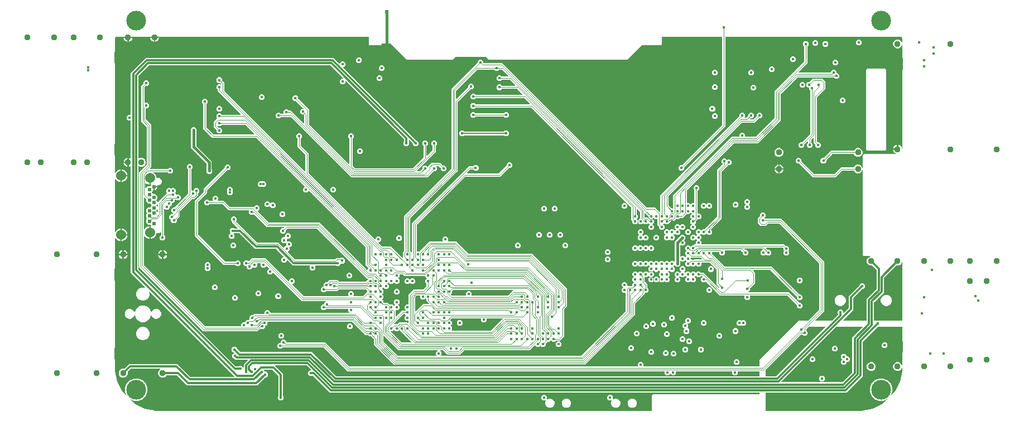
<source format=gbr>
G04 EAGLE Gerber RS-274X export*
G75*
%MOMM*%
%FSLAX34Y34*%
%LPD*%
%AMOC8*
5,1,8,0,0,1.08239X$1,22.5*%
G01*
%ADD10C,0.609600*%
%ADD11C,1.540000*%
%ADD12C,0.954800*%
%ADD13C,0.450000*%
%ADD14C,0.406400*%
%ADD15C,0.100000*%
%ADD16C,0.100000*%
%ADD17C,0.304800*%
%ADD18C,3.000000*%
%ADD19C,0.200000*%

G36*
X817008Y2502D02*
X817008Y2502D01*
X817017Y2501D01*
X817105Y2522D01*
X817195Y2540D01*
X817202Y2545D01*
X817210Y2547D01*
X817283Y2601D01*
X817359Y2653D01*
X817363Y2660D01*
X817370Y2665D01*
X817417Y2743D01*
X817466Y2820D01*
X817467Y2829D01*
X817472Y2836D01*
X817499Y3000D01*
X817499Y26036D01*
X818964Y27501D01*
X980000Y27501D01*
X980008Y27502D01*
X980017Y27501D01*
X980105Y27522D01*
X980195Y27540D01*
X980202Y27545D01*
X980210Y27547D01*
X980283Y27601D01*
X980359Y27653D01*
X980363Y27660D01*
X980370Y27665D01*
X980417Y27743D01*
X980466Y27820D01*
X980467Y27829D01*
X980472Y27836D01*
X980499Y28000D01*
X980499Y30040D01*
X980498Y30048D01*
X980499Y30057D01*
X980478Y30145D01*
X980460Y30235D01*
X980455Y30242D01*
X980453Y30250D01*
X980399Y30323D01*
X980347Y30399D01*
X980340Y30403D01*
X980335Y30410D01*
X980257Y30457D01*
X980180Y30506D01*
X980171Y30507D01*
X980164Y30512D01*
X980000Y30539D01*
X328559Y30539D01*
X326348Y32750D01*
X302908Y56190D01*
X302901Y56195D01*
X302896Y56202D01*
X302818Y56250D01*
X302742Y56300D01*
X302734Y56302D01*
X302727Y56306D01*
X302637Y56320D01*
X302547Y56337D01*
X302538Y56335D01*
X302530Y56336D01*
X302442Y56314D01*
X302352Y56294D01*
X302346Y56289D01*
X302337Y56287D01*
X302202Y56190D01*
X301761Y55749D01*
X298239Y55749D01*
X295749Y58239D01*
X295749Y61761D01*
X298239Y64251D01*
X299749Y64251D01*
X299753Y64252D01*
X299757Y64251D01*
X299851Y64271D01*
X299944Y64290D01*
X299947Y64293D01*
X299951Y64294D01*
X300029Y64349D01*
X300108Y64403D01*
X300110Y64406D01*
X300113Y64409D01*
X300163Y64490D01*
X300215Y64570D01*
X300216Y64575D01*
X300218Y64578D01*
X300232Y64672D01*
X300248Y64767D01*
X300247Y64771D01*
X300248Y64775D01*
X300224Y64867D01*
X300202Y64960D01*
X300199Y64963D01*
X300198Y64967D01*
X300102Y65103D01*
X293476Y71729D01*
X293465Y71736D01*
X293458Y71746D01*
X293383Y71791D01*
X293310Y71839D01*
X293298Y71841D01*
X293287Y71848D01*
X293123Y71875D01*
X245815Y71875D01*
X245811Y71874D01*
X245806Y71875D01*
X245713Y71855D01*
X245620Y71836D01*
X245616Y71833D01*
X245612Y71832D01*
X245534Y71777D01*
X245456Y71723D01*
X245454Y71720D01*
X245450Y71717D01*
X245400Y71636D01*
X245349Y71556D01*
X245348Y71551D01*
X245346Y71548D01*
X245332Y71454D01*
X245316Y71359D01*
X245317Y71355D01*
X245316Y71351D01*
X245340Y71259D01*
X245362Y71166D01*
X245364Y71163D01*
X245365Y71159D01*
X245462Y71023D01*
X246571Y69914D01*
X255314Y61171D01*
X257525Y58960D01*
X257525Y25694D01*
X257527Y25681D01*
X257525Y25669D01*
X257547Y25584D01*
X257564Y25499D01*
X257571Y25488D01*
X257575Y25476D01*
X257671Y25340D01*
X258251Y24761D01*
X258251Y21239D01*
X255761Y18749D01*
X252239Y18749D01*
X249749Y21239D01*
X249749Y24761D01*
X250329Y25340D01*
X250336Y25351D01*
X250346Y25358D01*
X250391Y25433D01*
X250439Y25506D01*
X250441Y25519D01*
X250448Y25529D01*
X250475Y25694D01*
X250475Y55833D01*
X250473Y55846D01*
X250475Y55858D01*
X250453Y55942D01*
X250436Y56028D01*
X250429Y56038D01*
X250425Y56051D01*
X250329Y56186D01*
X241586Y64929D01*
X241576Y64936D01*
X241568Y64946D01*
X241493Y64991D01*
X241420Y65039D01*
X241408Y65041D01*
X241397Y65048D01*
X241233Y65075D01*
X229185Y65075D01*
X229181Y65074D01*
X229177Y65075D01*
X229084Y65055D01*
X228991Y65036D01*
X228987Y65033D01*
X228983Y65032D01*
X228905Y64977D01*
X228827Y64923D01*
X228824Y64920D01*
X228821Y64917D01*
X228771Y64835D01*
X228720Y64756D01*
X228719Y64751D01*
X228717Y64748D01*
X228702Y64654D01*
X228686Y64559D01*
X228687Y64555D01*
X228687Y64551D01*
X228710Y64459D01*
X228733Y64366D01*
X228735Y64363D01*
X228736Y64359D01*
X228832Y64223D01*
X229451Y63605D01*
X229451Y62708D01*
X229452Y62700D01*
X229451Y62691D01*
X229472Y62603D01*
X229490Y62513D01*
X229495Y62506D01*
X229497Y62498D01*
X229551Y62425D01*
X229603Y62349D01*
X229610Y62345D01*
X229615Y62338D01*
X229693Y62291D01*
X229770Y62242D01*
X229779Y62241D01*
X229786Y62236D01*
X229950Y62209D01*
X231803Y62209D01*
X234293Y59719D01*
X234293Y56197D01*
X231803Y53707D01*
X230983Y53707D01*
X230970Y53705D01*
X230958Y53707D01*
X230874Y53685D01*
X230788Y53668D01*
X230777Y53661D01*
X230765Y53657D01*
X230630Y53561D01*
X218144Y41075D01*
X112040Y41075D01*
X96786Y56329D01*
X96776Y56336D01*
X96768Y56346D01*
X96693Y56391D01*
X96620Y56439D01*
X96608Y56441D01*
X96597Y56448D01*
X96433Y56475D01*
X81206Y56475D01*
X81196Y56473D01*
X81186Y56475D01*
X81099Y56453D01*
X81012Y56436D01*
X81003Y56430D01*
X80993Y56427D01*
X80921Y56374D01*
X80848Y56323D01*
X80842Y56314D01*
X80834Y56308D01*
X80745Y56167D01*
X80743Y56162D01*
X78838Y54257D01*
X76348Y53225D01*
X73652Y53225D01*
X71162Y54257D01*
X69257Y56162D01*
X68225Y58652D01*
X68225Y61348D01*
X69257Y63838D01*
X71217Y65798D01*
X71258Y65826D01*
X71259Y65828D01*
X71261Y65829D01*
X71314Y65911D01*
X71367Y65992D01*
X71367Y65995D01*
X71368Y65996D01*
X71384Y66092D01*
X71402Y66188D01*
X71401Y66190D01*
X71401Y66193D01*
X71379Y66286D01*
X71357Y66382D01*
X71356Y66384D01*
X71355Y66386D01*
X71299Y66463D01*
X71241Y66543D01*
X71239Y66544D01*
X71238Y66546D01*
X71155Y66595D01*
X71071Y66646D01*
X71068Y66646D01*
X71066Y66648D01*
X70902Y66675D01*
X26867Y66675D01*
X26854Y66673D01*
X26842Y66675D01*
X26758Y66653D01*
X26672Y66636D01*
X26662Y66629D01*
X26649Y66625D01*
X26514Y66529D01*
X21881Y61896D01*
X21875Y61887D01*
X21867Y61881D01*
X21820Y61805D01*
X21771Y61730D01*
X21769Y61720D01*
X21764Y61711D01*
X21751Y61623D01*
X21735Y61535D01*
X21737Y61525D01*
X21736Y61514D01*
X21773Y61352D01*
X21775Y61348D01*
X21775Y58652D01*
X20743Y56162D01*
X18838Y54257D01*
X16348Y53225D01*
X13652Y53225D01*
X11162Y54257D01*
X9257Y56162D01*
X8225Y58652D01*
X8225Y61348D01*
X9257Y63838D01*
X11162Y65743D01*
X13652Y66775D01*
X16348Y66775D01*
X16352Y66773D01*
X16362Y66771D01*
X16371Y66765D01*
X16460Y66752D01*
X16547Y66735D01*
X16558Y66737D01*
X16568Y66735D01*
X16654Y66757D01*
X16742Y66776D01*
X16751Y66782D01*
X16761Y66785D01*
X16896Y66881D01*
X23740Y73725D01*
X97660Y73725D01*
X117314Y54071D01*
X117324Y54064D01*
X117332Y54054D01*
X117407Y54009D01*
X117480Y53961D01*
X117492Y53959D01*
X117503Y53952D01*
X117667Y53925D01*
X183737Y53925D01*
X183741Y53926D01*
X183745Y53925D01*
X183839Y53945D01*
X183932Y53964D01*
X183935Y53967D01*
X183940Y53968D01*
X184017Y54023D01*
X184096Y54077D01*
X184098Y54080D01*
X184102Y54083D01*
X184152Y54164D01*
X184203Y54244D01*
X184204Y54249D01*
X184206Y54252D01*
X184220Y54346D01*
X184236Y54441D01*
X184235Y54445D01*
X184236Y54449D01*
X184212Y54541D01*
X184190Y54634D01*
X184188Y54637D01*
X184187Y54641D01*
X184090Y54777D01*
X55448Y183419D01*
X55446Y183420D01*
X55445Y183422D01*
X55363Y183475D01*
X55282Y183529D01*
X55280Y183529D01*
X55279Y183530D01*
X55183Y183547D01*
X55087Y183565D01*
X55085Y183565D01*
X55083Y183565D01*
X54988Y183543D01*
X54893Y183522D01*
X54891Y183521D01*
X54889Y183521D01*
X54810Y183463D01*
X54731Y183407D01*
X54730Y183405D01*
X54728Y183404D01*
X54677Y183320D01*
X54626Y183238D01*
X54626Y183236D01*
X54625Y183234D01*
X54611Y183137D01*
X54596Y183041D01*
X54597Y183039D01*
X54597Y183037D01*
X54634Y182875D01*
X55001Y181989D01*
X55001Y178011D01*
X53478Y174335D01*
X50665Y171522D01*
X46989Y169999D01*
X43011Y169999D01*
X39335Y171522D01*
X36522Y174335D01*
X34999Y178011D01*
X34999Y181989D01*
X36522Y185665D01*
X39335Y188478D01*
X43011Y190001D01*
X46989Y190001D01*
X47875Y189634D01*
X47877Y189633D01*
X47879Y189632D01*
X47975Y189614D01*
X48070Y189596D01*
X48072Y189596D01*
X48074Y189596D01*
X48171Y189617D01*
X48265Y189637D01*
X48266Y189638D01*
X48268Y189639D01*
X48347Y189695D01*
X48428Y189751D01*
X48429Y189753D01*
X48431Y189754D01*
X48481Y189836D01*
X48533Y189919D01*
X48534Y189922D01*
X48535Y189923D01*
X48549Y190020D01*
X48565Y190116D01*
X48564Y190118D01*
X48565Y190120D01*
X48540Y190215D01*
X48517Y190309D01*
X48516Y190310D01*
X48515Y190313D01*
X48419Y190448D01*
X28968Y209899D01*
X26757Y212110D01*
X26757Y373724D01*
X26746Y373778D01*
X26745Y373834D01*
X26727Y373875D01*
X26718Y373919D01*
X26686Y373965D01*
X26664Y374015D01*
X26631Y374046D01*
X26605Y374083D01*
X26559Y374113D01*
X26518Y374150D01*
X26476Y374166D01*
X26438Y374190D01*
X26383Y374199D01*
X26331Y374218D01*
X26286Y374216D01*
X26241Y374223D01*
X26188Y374210D01*
X26132Y374207D01*
X26084Y374186D01*
X26048Y374177D01*
X26022Y374158D01*
X25981Y374139D01*
X25724Y373968D01*
X24485Y373455D01*
X23499Y373259D01*
X23499Y379500D01*
X23498Y379508D01*
X23499Y379516D01*
X23478Y379605D01*
X23460Y379695D01*
X23455Y379702D01*
X23453Y379710D01*
X23399Y379783D01*
X23347Y379859D01*
X23340Y379863D01*
X23335Y379870D01*
X23257Y379916D01*
X23180Y379966D01*
X23171Y379967D01*
X23164Y379971D01*
X23000Y379999D01*
X22499Y379999D01*
X22499Y380001D01*
X23000Y380001D01*
X23008Y380003D01*
X23016Y380001D01*
X23105Y380022D01*
X23195Y380040D01*
X23202Y380045D01*
X23210Y380047D01*
X23283Y380101D01*
X23359Y380153D01*
X23363Y380160D01*
X23370Y380165D01*
X23416Y380243D01*
X23466Y380321D01*
X23467Y380329D01*
X23471Y380336D01*
X23499Y380500D01*
X23499Y386741D01*
X24485Y386545D01*
X25724Y386032D01*
X25981Y385861D01*
X26032Y385840D01*
X26078Y385810D01*
X26123Y385802D01*
X26165Y385785D01*
X26220Y385786D01*
X26275Y385777D01*
X26318Y385787D01*
X26363Y385788D01*
X26414Y385810D01*
X26468Y385823D01*
X26504Y385850D01*
X26546Y385868D01*
X26584Y385908D01*
X26628Y385941D01*
X26651Y385980D01*
X26682Y386012D01*
X26701Y386064D01*
X26730Y386112D01*
X26738Y386164D01*
X26751Y386199D01*
X26750Y386231D01*
X26757Y386276D01*
X26757Y443250D01*
X26756Y443258D01*
X26757Y443267D01*
X26736Y443355D01*
X26718Y443445D01*
X26713Y443452D01*
X26711Y443460D01*
X26657Y443533D01*
X26605Y443609D01*
X26598Y443613D01*
X26593Y443620D01*
X26515Y443667D01*
X26438Y443716D01*
X26429Y443717D01*
X26422Y443722D01*
X26258Y443749D01*
X22739Y443749D01*
X20249Y446239D01*
X20249Y449761D01*
X22739Y452251D01*
X26258Y452251D01*
X26266Y452252D01*
X26275Y452251D01*
X26363Y452272D01*
X26453Y452290D01*
X26460Y452295D01*
X26468Y452297D01*
X26541Y452351D01*
X26617Y452403D01*
X26621Y452410D01*
X26628Y452415D01*
X26675Y452493D01*
X26724Y452570D01*
X26725Y452579D01*
X26730Y452586D01*
X26757Y452750D01*
X26757Y515842D01*
X28968Y518053D01*
X47529Y536614D01*
X49740Y538825D01*
X334160Y538825D01*
X336371Y536614D01*
X342897Y530088D01*
X342901Y530085D01*
X342903Y530082D01*
X342983Y530031D01*
X343063Y529978D01*
X343067Y529977D01*
X343070Y529975D01*
X343164Y529959D01*
X343258Y529942D01*
X343262Y529942D01*
X343267Y529942D01*
X343358Y529964D01*
X343452Y529984D01*
X343456Y529987D01*
X343460Y529988D01*
X343536Y530044D01*
X343615Y530100D01*
X343617Y530103D01*
X343620Y530106D01*
X343669Y530187D01*
X343719Y530269D01*
X343719Y530273D01*
X343722Y530277D01*
X343749Y530441D01*
X343749Y530761D01*
X346239Y533251D01*
X349761Y533251D01*
X352251Y530761D01*
X352251Y527239D01*
X349761Y524749D01*
X349441Y524749D01*
X349437Y524748D01*
X349432Y524749D01*
X349339Y524729D01*
X349246Y524710D01*
X349242Y524707D01*
X349238Y524706D01*
X349160Y524651D01*
X349082Y524597D01*
X349080Y524594D01*
X349076Y524591D01*
X349026Y524510D01*
X348975Y524430D01*
X348974Y524425D01*
X348972Y524422D01*
X348958Y524328D01*
X348942Y524233D01*
X348943Y524229D01*
X348942Y524225D01*
X348966Y524133D01*
X348988Y524040D01*
X348990Y524037D01*
X348991Y524033D01*
X349088Y523897D01*
X459588Y413397D01*
X459598Y413390D01*
X459606Y413380D01*
X459681Y413335D01*
X459754Y413287D01*
X459766Y413285D01*
X459777Y413278D01*
X459941Y413251D01*
X460761Y413251D01*
X463251Y410761D01*
X463251Y407239D01*
X460761Y404749D01*
X457239Y404749D01*
X454749Y407239D01*
X454749Y408059D01*
X454747Y408072D01*
X454749Y408084D01*
X454727Y408168D01*
X454710Y408254D01*
X454703Y408265D01*
X454699Y408277D01*
X454603Y408412D01*
X449377Y413638D01*
X449373Y413641D01*
X449371Y413644D01*
X449291Y413695D01*
X449211Y413748D01*
X449207Y413749D01*
X449204Y413751D01*
X449110Y413767D01*
X449016Y413784D01*
X449012Y413784D01*
X449007Y413784D01*
X448916Y413762D01*
X448822Y413742D01*
X448818Y413739D01*
X448814Y413738D01*
X448738Y413682D01*
X448659Y413626D01*
X448657Y413623D01*
X448654Y413620D01*
X448605Y413539D01*
X448555Y413457D01*
X448555Y413453D01*
X448552Y413449D01*
X448525Y413285D01*
X448525Y411693D01*
X448527Y411681D01*
X448525Y411669D01*
X448547Y411584D01*
X448564Y411499D01*
X448571Y411488D01*
X448575Y411476D01*
X448671Y411340D01*
X449251Y410761D01*
X449251Y407239D01*
X446761Y404749D01*
X443239Y404749D01*
X440749Y407239D01*
X440749Y410761D01*
X441329Y411340D01*
X441336Y411351D01*
X441346Y411358D01*
X441391Y411433D01*
X441439Y411506D01*
X441441Y411519D01*
X441448Y411529D01*
X441475Y411693D01*
X441475Y415227D01*
X441473Y415239D01*
X441475Y415251D01*
X441453Y415336D01*
X441436Y415421D01*
X441429Y415432D01*
X441425Y415444D01*
X441329Y415580D01*
X353103Y503806D01*
X353099Y503808D01*
X353097Y503811D01*
X353017Y503863D01*
X352937Y503915D01*
X352933Y503916D01*
X352930Y503918D01*
X352836Y503934D01*
X352742Y503952D01*
X352738Y503951D01*
X352733Y503952D01*
X352642Y503930D01*
X352548Y503909D01*
X352544Y503907D01*
X352540Y503906D01*
X352464Y503850D01*
X352385Y503794D01*
X352383Y503790D01*
X352380Y503788D01*
X352331Y503706D01*
X352281Y503624D01*
X352281Y503620D01*
X352278Y503617D01*
X352251Y503453D01*
X352251Y501239D01*
X349761Y498749D01*
X346239Y498749D01*
X343749Y501239D01*
X343749Y504761D01*
X346239Y507251D01*
X348453Y507251D01*
X348457Y507252D01*
X348461Y507251D01*
X348554Y507271D01*
X348648Y507290D01*
X348651Y507293D01*
X348655Y507294D01*
X348733Y507349D01*
X348811Y507403D01*
X348814Y507406D01*
X348817Y507409D01*
X348867Y507490D01*
X348918Y507570D01*
X348919Y507575D01*
X348921Y507578D01*
X348936Y507672D01*
X348952Y507767D01*
X348951Y507771D01*
X348951Y507775D01*
X348928Y507867D01*
X348906Y507960D01*
X348903Y507963D01*
X348902Y507967D01*
X348806Y508103D01*
X329598Y527311D01*
X329587Y527318D01*
X329580Y527328D01*
X329505Y527373D01*
X329432Y527421D01*
X329419Y527423D01*
X329409Y527430D01*
X329245Y527457D01*
X54655Y527457D01*
X54643Y527455D01*
X54631Y527457D01*
X54546Y527435D01*
X54461Y527418D01*
X54450Y527411D01*
X54438Y527407D01*
X54302Y527311D01*
X38271Y511280D01*
X38264Y511269D01*
X38254Y511262D01*
X38209Y511187D01*
X38161Y511114D01*
X38159Y511101D01*
X38152Y511091D01*
X38125Y510927D01*
X38125Y386268D01*
X38126Y386262D01*
X38125Y386255D01*
X38146Y386164D01*
X38164Y386073D01*
X38168Y386068D01*
X38169Y386062D01*
X38224Y385986D01*
X38277Y385909D01*
X38282Y385906D01*
X38286Y385900D01*
X38366Y385852D01*
X38444Y385802D01*
X38451Y385801D01*
X38456Y385798D01*
X38548Y385784D01*
X38641Y385769D01*
X38647Y385770D01*
X38653Y385769D01*
X38815Y385807D01*
X41152Y386775D01*
X43848Y386775D01*
X46338Y385743D01*
X48243Y383838D01*
X49275Y381348D01*
X49275Y378652D01*
X48243Y376162D01*
X46338Y374257D01*
X43848Y373225D01*
X41152Y373225D01*
X38815Y374193D01*
X38809Y374195D01*
X38804Y374198D01*
X38711Y374214D01*
X38620Y374231D01*
X38614Y374230D01*
X38607Y374231D01*
X38517Y374210D01*
X38425Y374190D01*
X38420Y374187D01*
X38414Y374185D01*
X38339Y374130D01*
X38262Y374076D01*
X38259Y374071D01*
X38254Y374067D01*
X38207Y373987D01*
X38157Y373908D01*
X38156Y373902D01*
X38152Y373896D01*
X38125Y373732D01*
X38125Y218025D01*
X38127Y218013D01*
X38125Y218001D01*
X38147Y217916D01*
X38164Y217830D01*
X38171Y217820D01*
X38175Y217808D01*
X38271Y217672D01*
X185572Y70371D01*
X185583Y70364D01*
X185590Y70354D01*
X185665Y70309D01*
X185738Y70261D01*
X185750Y70259D01*
X185761Y70252D01*
X185925Y70225D01*
X190506Y70225D01*
X190519Y70227D01*
X190531Y70225D01*
X190616Y70247D01*
X190701Y70264D01*
X190712Y70271D01*
X190724Y70275D01*
X190860Y70371D01*
X191439Y70951D01*
X194961Y70951D01*
X197487Y68424D01*
X197491Y68422D01*
X197493Y68419D01*
X197573Y68368D01*
X197653Y68315D01*
X197657Y68314D01*
X197660Y68312D01*
X197754Y68296D01*
X197848Y68278D01*
X197852Y68279D01*
X197857Y68279D01*
X197948Y68300D01*
X198042Y68321D01*
X198046Y68324D01*
X198050Y68325D01*
X198126Y68381D01*
X198204Y68436D01*
X198207Y68440D01*
X198210Y68442D01*
X198259Y68524D01*
X198309Y68606D01*
X198309Y68610D01*
X198312Y68613D01*
X198339Y68777D01*
X198339Y73631D01*
X204368Y79659D01*
X204370Y79663D01*
X204373Y79665D01*
X204425Y79745D01*
X204477Y79825D01*
X204478Y79829D01*
X204480Y79832D01*
X204496Y79926D01*
X204514Y80020D01*
X204513Y80024D01*
X204514Y80029D01*
X204492Y80120D01*
X204471Y80214D01*
X204469Y80218D01*
X204468Y80222D01*
X204412Y80298D01*
X204356Y80377D01*
X204352Y80379D01*
X204350Y80382D01*
X204268Y80431D01*
X204186Y80481D01*
X204182Y80481D01*
X204179Y80484D01*
X204015Y80511D01*
X185504Y80511D01*
X184412Y81603D01*
X184402Y81610D01*
X184394Y81620D01*
X184319Y81665D01*
X184246Y81713D01*
X184234Y81715D01*
X184223Y81722D01*
X184059Y81749D01*
X183239Y81749D01*
X180749Y84239D01*
X180749Y87761D01*
X183239Y90251D01*
X183459Y90251D01*
X183463Y90252D01*
X183468Y90251D01*
X183561Y90271D01*
X183654Y90290D01*
X183658Y90293D01*
X183662Y90294D01*
X183740Y90349D01*
X183818Y90403D01*
X183820Y90406D01*
X183824Y90409D01*
X183874Y90490D01*
X183925Y90570D01*
X183926Y90575D01*
X183928Y90578D01*
X183942Y90672D01*
X183958Y90767D01*
X183957Y90771D01*
X183958Y90775D01*
X183934Y90867D01*
X183912Y90960D01*
X183910Y90963D01*
X183909Y90967D01*
X183812Y91103D01*
X183312Y91603D01*
X183302Y91610D01*
X183294Y91620D01*
X183219Y91665D01*
X183146Y91713D01*
X183134Y91715D01*
X183123Y91722D01*
X182959Y91749D01*
X182139Y91749D01*
X179649Y94239D01*
X179649Y97761D01*
X182139Y100251D01*
X185661Y100251D01*
X188151Y97761D01*
X188151Y96941D01*
X188153Y96928D01*
X188151Y96916D01*
X188173Y96832D01*
X188190Y96746D01*
X188197Y96735D01*
X188201Y96723D01*
X188297Y96588D01*
X192860Y92025D01*
X192870Y92018D01*
X192878Y92008D01*
X192953Y91963D01*
X193026Y91915D01*
X193038Y91913D01*
X193049Y91906D01*
X193213Y91879D01*
X301616Y91879D01*
X338069Y55426D01*
X338079Y55419D01*
X338087Y55409D01*
X338161Y55364D01*
X338234Y55316D01*
X338247Y55314D01*
X338258Y55307D01*
X338422Y55280D01*
X980000Y55280D01*
X980008Y55281D01*
X980017Y55280D01*
X980105Y55301D01*
X980195Y55319D01*
X980202Y55324D01*
X980210Y55326D01*
X980283Y55380D01*
X980359Y55432D01*
X980363Y55439D01*
X980370Y55444D01*
X980417Y55522D01*
X980466Y55599D01*
X980467Y55608D01*
X980472Y55615D01*
X980499Y55779D01*
X980499Y62200D01*
X980498Y62208D01*
X980499Y62217D01*
X980478Y62305D01*
X980460Y62395D01*
X980455Y62402D01*
X980453Y62410D01*
X980399Y62483D01*
X980347Y62559D01*
X980340Y62563D01*
X980335Y62570D01*
X980257Y62617D01*
X980180Y62666D01*
X980171Y62667D01*
X980164Y62672D01*
X980000Y62699D01*
X947750Y62699D01*
X947742Y62698D01*
X947733Y62699D01*
X947645Y62678D01*
X947555Y62660D01*
X947548Y62655D01*
X947540Y62653D01*
X947467Y62599D01*
X947391Y62547D01*
X947387Y62540D01*
X947380Y62535D01*
X947333Y62457D01*
X947284Y62380D01*
X947283Y62371D01*
X947278Y62364D01*
X947251Y62200D01*
X947251Y59239D01*
X944761Y56749D01*
X941239Y56749D01*
X938749Y59239D01*
X938749Y62200D01*
X938748Y62208D01*
X938749Y62217D01*
X938728Y62305D01*
X938710Y62395D01*
X938705Y62402D01*
X938703Y62410D01*
X938649Y62483D01*
X938597Y62559D01*
X938590Y62563D01*
X938585Y62570D01*
X938507Y62617D01*
X938430Y62666D01*
X938421Y62667D01*
X938414Y62672D01*
X938250Y62699D01*
X854250Y62699D01*
X854242Y62698D01*
X854233Y62699D01*
X854145Y62678D01*
X854055Y62660D01*
X854048Y62655D01*
X854040Y62653D01*
X853967Y62599D01*
X853891Y62547D01*
X853887Y62540D01*
X853880Y62535D01*
X853833Y62457D01*
X853784Y62380D01*
X853783Y62371D01*
X853778Y62364D01*
X853751Y62200D01*
X853751Y59239D01*
X851261Y56749D01*
X847739Y56749D01*
X845553Y58936D01*
X845546Y58940D01*
X845541Y58947D01*
X845464Y58995D01*
X845387Y59045D01*
X845379Y59047D01*
X845372Y59051D01*
X845282Y59065D01*
X845192Y59082D01*
X845183Y59080D01*
X845175Y59081D01*
X845087Y59059D01*
X844998Y59039D01*
X844991Y59034D01*
X844983Y59032D01*
X844847Y58936D01*
X842761Y56849D01*
X839239Y56849D01*
X836749Y59339D01*
X836749Y62200D01*
X836748Y62208D01*
X836749Y62217D01*
X836728Y62305D01*
X836710Y62395D01*
X836705Y62402D01*
X836703Y62410D01*
X836649Y62483D01*
X836597Y62559D01*
X836590Y62563D01*
X836585Y62570D01*
X836507Y62617D01*
X836430Y62666D01*
X836421Y62667D01*
X836414Y62672D01*
X836250Y62699D01*
X355364Y62699D01*
X319210Y98853D01*
X319200Y98860D01*
X319192Y98870D01*
X319118Y98915D01*
X319045Y98963D01*
X319032Y98965D01*
X319021Y98972D01*
X318857Y98999D01*
X257118Y98999D01*
X257105Y98997D01*
X257093Y98999D01*
X257008Y98977D01*
X256923Y98960D01*
X256912Y98953D01*
X256900Y98949D01*
X256764Y98853D01*
X255161Y97249D01*
X251639Y97249D01*
X249149Y99739D01*
X249149Y103261D01*
X251639Y105751D01*
X253550Y105751D01*
X253558Y105752D01*
X253567Y105751D01*
X253655Y105772D01*
X253745Y105790D01*
X253752Y105795D01*
X253760Y105797D01*
X253833Y105851D01*
X253909Y105903D01*
X253913Y105910D01*
X253920Y105915D01*
X253967Y105993D01*
X254016Y106070D01*
X254017Y106079D01*
X254022Y106086D01*
X254049Y106250D01*
X254049Y108761D01*
X256539Y111251D01*
X260061Y111251D01*
X262551Y108761D01*
X262551Y106770D01*
X262552Y106762D01*
X262551Y106753D01*
X262572Y106665D01*
X262590Y106575D01*
X262595Y106568D01*
X262597Y106560D01*
X262651Y106487D01*
X262703Y106411D01*
X262710Y106407D01*
X262715Y106400D01*
X262793Y106353D01*
X262870Y106304D01*
X262879Y106303D01*
X262886Y106298D01*
X263050Y106271D01*
X322076Y106271D01*
X358230Y70117D01*
X358240Y70110D01*
X358248Y70100D01*
X358323Y70055D01*
X358396Y70007D01*
X358408Y70005D01*
X358419Y69998D01*
X358583Y69971D01*
X795327Y69971D01*
X795331Y69972D01*
X795335Y69971D01*
X795428Y69991D01*
X795521Y70010D01*
X795525Y70013D01*
X795529Y70014D01*
X795606Y70069D01*
X795685Y70123D01*
X795688Y70126D01*
X795691Y70129D01*
X795741Y70210D01*
X795792Y70290D01*
X795793Y70295D01*
X795795Y70298D01*
X795810Y70392D01*
X795826Y70487D01*
X795825Y70491D01*
X795825Y70495D01*
X795801Y70588D01*
X795779Y70680D01*
X795777Y70683D01*
X795776Y70688D01*
X795749Y70725D01*
X795749Y74275D01*
X798239Y76765D01*
X801761Y76765D01*
X804251Y74275D01*
X804251Y70718D01*
X804211Y70657D01*
X804210Y70653D01*
X804208Y70650D01*
X804192Y70556D01*
X804174Y70462D01*
X804175Y70458D01*
X804174Y70453D01*
X804196Y70361D01*
X804217Y70268D01*
X804220Y70264D01*
X804221Y70260D01*
X804277Y70184D01*
X804332Y70106D01*
X804336Y70103D01*
X804338Y70100D01*
X804420Y70051D01*
X804502Y70001D01*
X804506Y70001D01*
X804509Y69998D01*
X804673Y69971D01*
X980000Y69971D01*
X980008Y69972D01*
X980017Y69971D01*
X980105Y69992D01*
X980195Y70010D01*
X980202Y70015D01*
X980210Y70017D01*
X980283Y70071D01*
X980359Y70123D01*
X980363Y70130D01*
X980370Y70135D01*
X980417Y70213D01*
X980466Y70290D01*
X980467Y70299D01*
X980472Y70306D01*
X980499Y70470D01*
X980499Y79793D01*
X1040207Y139501D01*
X1053657Y139501D01*
X1053670Y139503D01*
X1053682Y139501D01*
X1053766Y139523D01*
X1053852Y139540D01*
X1053863Y139548D01*
X1053875Y139551D01*
X1054010Y139647D01*
X1071353Y156990D01*
X1071360Y157000D01*
X1071370Y157008D01*
X1071415Y157082D01*
X1071463Y157155D01*
X1071465Y157168D01*
X1071472Y157179D01*
X1071499Y157343D01*
X1071499Y225757D01*
X1071497Y225770D01*
X1071499Y225782D01*
X1071477Y225866D01*
X1071460Y225952D01*
X1071453Y225963D01*
X1071449Y225975D01*
X1071353Y226110D01*
X1010610Y286853D01*
X1010600Y286860D01*
X1010592Y286870D01*
X1010518Y286915D01*
X1010445Y286963D01*
X1010432Y286965D01*
X1010421Y286972D01*
X1010257Y286999D01*
X993443Y286999D01*
X993430Y286997D01*
X993418Y286999D01*
X993334Y286977D01*
X993248Y286960D01*
X993237Y286953D01*
X993225Y286949D01*
X993090Y286853D01*
X990136Y283899D01*
X981664Y283899D01*
X977699Y287864D01*
X977699Y295236D01*
X981403Y298940D01*
X981410Y298950D01*
X981420Y298958D01*
X981465Y299032D01*
X981513Y299105D01*
X981515Y299118D01*
X981522Y299129D01*
X981549Y299293D01*
X981549Y301561D01*
X984039Y304051D01*
X987561Y304051D01*
X990051Y301561D01*
X990051Y298039D01*
X988214Y296203D01*
X988210Y296196D01*
X988203Y296191D01*
X988155Y296114D01*
X988105Y296037D01*
X988103Y296029D01*
X988099Y296022D01*
X988085Y295932D01*
X988068Y295842D01*
X988070Y295833D01*
X988069Y295825D01*
X988091Y295737D01*
X988111Y295648D01*
X988116Y295641D01*
X988118Y295633D01*
X988214Y295497D01*
X989164Y294547D01*
X989175Y294540D01*
X989182Y294530D01*
X989257Y294485D01*
X989330Y294437D01*
X989343Y294435D01*
X989353Y294428D01*
X989517Y294401D01*
X1013836Y294401D01*
X1078771Y229466D01*
X1078771Y154124D01*
X1065000Y140353D01*
X1064998Y140349D01*
X1064994Y140347D01*
X1064943Y140267D01*
X1064890Y140187D01*
X1064889Y140183D01*
X1064887Y140180D01*
X1064871Y140086D01*
X1064854Y139992D01*
X1064855Y139988D01*
X1064854Y139983D01*
X1064876Y139892D01*
X1064897Y139798D01*
X1064899Y139794D01*
X1064900Y139790D01*
X1064956Y139714D01*
X1065012Y139636D01*
X1065015Y139633D01*
X1065018Y139630D01*
X1065100Y139581D01*
X1065181Y139531D01*
X1065185Y139531D01*
X1065189Y139528D01*
X1065353Y139501D01*
X1090101Y139501D01*
X1090113Y139503D01*
X1090126Y139501D01*
X1090210Y139523D01*
X1090296Y139540D01*
X1090306Y139548D01*
X1090318Y139551D01*
X1090454Y139647D01*
X1099729Y148922D01*
X1099736Y148933D01*
X1099746Y148940D01*
X1099791Y149015D01*
X1099839Y149088D01*
X1099841Y149099D01*
X1099842Y149101D01*
X1099842Y149102D01*
X1099848Y149111D01*
X1099875Y149275D01*
X1099875Y149506D01*
X1099873Y149519D01*
X1099875Y149531D01*
X1099853Y149616D01*
X1099836Y149701D01*
X1099829Y149712D01*
X1099825Y149724D01*
X1099729Y149860D01*
X1099149Y150439D01*
X1099149Y153961D01*
X1101639Y156451D01*
X1105161Y156451D01*
X1107651Y153961D01*
X1107651Y151942D01*
X1107652Y151938D01*
X1107651Y151934D01*
X1107671Y151841D01*
X1107690Y151747D01*
X1107693Y151744D01*
X1107694Y151740D01*
X1107749Y151662D01*
X1107803Y151583D01*
X1107806Y151581D01*
X1107809Y151578D01*
X1107890Y151528D01*
X1107970Y151476D01*
X1107975Y151476D01*
X1107978Y151473D01*
X1108072Y151459D01*
X1108167Y151443D01*
X1108171Y151444D01*
X1108175Y151444D01*
X1108267Y151467D01*
X1108360Y151489D01*
X1108363Y151492D01*
X1108367Y151493D01*
X1108503Y151589D01*
X1115829Y158915D01*
X1115830Y158917D01*
X1115832Y158918D01*
X1115837Y158927D01*
X1115846Y158933D01*
X1115891Y159008D01*
X1115939Y159081D01*
X1115941Y159093D01*
X1115948Y159104D01*
X1115975Y159268D01*
X1115975Y176760D01*
X1132003Y192788D01*
X1132010Y192798D01*
X1132020Y192806D01*
X1132065Y192881D01*
X1132113Y192954D01*
X1132115Y192966D01*
X1132122Y192977D01*
X1132149Y193141D01*
X1132149Y193961D01*
X1134639Y196451D01*
X1138161Y196451D01*
X1140651Y193961D01*
X1140651Y190439D01*
X1138161Y187949D01*
X1137341Y187949D01*
X1137328Y187947D01*
X1137316Y187949D01*
X1137232Y187927D01*
X1137146Y187910D01*
X1137136Y187903D01*
X1137123Y187899D01*
X1136988Y187803D01*
X1123171Y173986D01*
X1123164Y173976D01*
X1123154Y173968D01*
X1123109Y173893D01*
X1123061Y173820D01*
X1123059Y173808D01*
X1123052Y173797D01*
X1123025Y173633D01*
X1123025Y156142D01*
X1120814Y153931D01*
X1107236Y140353D01*
X1107234Y140349D01*
X1107230Y140347D01*
X1107179Y140267D01*
X1107126Y140187D01*
X1107126Y140183D01*
X1107123Y140180D01*
X1107108Y140086D01*
X1107090Y139992D01*
X1107091Y139988D01*
X1107090Y139983D01*
X1107112Y139892D01*
X1107133Y139798D01*
X1107135Y139794D01*
X1107136Y139790D01*
X1107192Y139714D01*
X1107248Y139636D01*
X1107252Y139633D01*
X1107254Y139630D01*
X1107336Y139581D01*
X1107417Y139531D01*
X1107422Y139531D01*
X1107425Y139528D01*
X1107589Y139501D01*
X1142658Y139501D01*
X1142666Y139502D01*
X1142675Y139501D01*
X1142763Y139522D01*
X1142853Y139540D01*
X1142860Y139545D01*
X1142868Y139547D01*
X1142941Y139601D01*
X1143017Y139653D01*
X1143021Y139660D01*
X1143028Y139665D01*
X1143075Y139743D01*
X1143124Y139820D01*
X1143125Y139829D01*
X1143130Y139836D01*
X1143157Y140000D01*
X1143157Y172249D01*
X1157829Y186920D01*
X1157836Y186931D01*
X1157846Y186938D01*
X1157891Y187013D01*
X1157939Y187086D01*
X1157941Y187099D01*
X1157948Y187109D01*
X1157975Y187273D01*
X1157975Y216833D01*
X1157973Y216846D01*
X1157975Y216858D01*
X1157953Y216942D01*
X1157936Y217028D01*
X1157929Y217038D01*
X1157925Y217051D01*
X1157829Y217186D01*
X1151896Y223119D01*
X1151888Y223125D01*
X1151881Y223133D01*
X1151805Y223179D01*
X1151731Y223229D01*
X1151720Y223231D01*
X1151711Y223236D01*
X1151623Y223249D01*
X1151535Y223265D01*
X1151525Y223263D01*
X1151514Y223264D01*
X1151352Y223227D01*
X1151348Y223225D01*
X1148652Y223225D01*
X1146162Y224257D01*
X1144257Y226162D01*
X1143225Y228652D01*
X1143225Y231348D01*
X1144257Y233838D01*
X1146162Y235743D01*
X1148083Y236539D01*
X1148085Y236540D01*
X1148087Y236540D01*
X1148166Y236595D01*
X1148248Y236650D01*
X1148249Y236652D01*
X1148251Y236653D01*
X1148303Y236734D01*
X1148356Y236817D01*
X1148356Y236819D01*
X1148358Y236820D01*
X1148374Y236916D01*
X1148391Y237012D01*
X1148390Y237014D01*
X1148391Y237017D01*
X1148369Y237110D01*
X1148346Y237206D01*
X1148345Y237208D01*
X1148345Y237210D01*
X1148288Y237287D01*
X1148230Y237367D01*
X1148228Y237368D01*
X1148227Y237370D01*
X1148144Y237419D01*
X1148060Y237470D01*
X1148058Y237470D01*
X1148056Y237472D01*
X1147892Y237499D01*
X1138964Y237499D01*
X1137499Y238964D01*
X1137499Y367892D01*
X1137499Y367894D01*
X1137499Y367896D01*
X1137479Y367990D01*
X1137460Y368087D01*
X1137458Y368088D01*
X1137458Y368090D01*
X1137402Y368171D01*
X1137347Y368251D01*
X1137345Y368252D01*
X1137344Y368253D01*
X1137261Y368305D01*
X1137180Y368358D01*
X1137177Y368358D01*
X1137176Y368359D01*
X1137080Y368374D01*
X1136983Y368391D01*
X1136981Y368390D01*
X1136979Y368391D01*
X1136885Y368367D01*
X1136790Y368345D01*
X1136788Y368343D01*
X1136786Y368343D01*
X1136706Y368283D01*
X1136630Y368227D01*
X1136629Y368225D01*
X1136627Y368224D01*
X1136539Y368083D01*
X1135743Y366162D01*
X1133838Y364257D01*
X1131348Y363225D01*
X1128652Y363225D01*
X1126162Y364257D01*
X1124257Y366162D01*
X1123831Y367191D01*
X1123825Y367200D01*
X1123822Y367210D01*
X1123770Y367282D01*
X1123719Y367356D01*
X1123711Y367362D01*
X1123704Y367370D01*
X1123628Y367415D01*
X1123553Y367464D01*
X1123542Y367466D01*
X1123533Y367472D01*
X1123369Y367499D01*
X1106243Y367499D01*
X1106230Y367497D01*
X1106218Y367499D01*
X1106134Y367477D01*
X1106048Y367460D01*
X1106037Y367453D01*
X1106025Y367449D01*
X1105890Y367353D01*
X1096036Y357499D01*
X1061464Y357499D01*
X1040860Y378103D01*
X1040850Y378110D01*
X1040842Y378120D01*
X1040768Y378165D01*
X1040695Y378213D01*
X1040682Y378215D01*
X1040671Y378222D01*
X1040507Y378249D01*
X1038239Y378249D01*
X1035749Y380739D01*
X1035749Y384261D01*
X1038239Y386751D01*
X1041761Y386751D01*
X1044251Y384261D01*
X1044251Y381993D01*
X1044253Y381980D01*
X1044251Y381968D01*
X1044273Y381884D01*
X1044290Y381798D01*
X1044297Y381787D01*
X1044301Y381775D01*
X1044397Y381640D01*
X1063390Y362647D01*
X1063400Y362640D01*
X1063408Y362630D01*
X1063482Y362585D01*
X1063555Y362537D01*
X1063568Y362535D01*
X1063579Y362528D01*
X1063743Y362501D01*
X1093757Y362501D01*
X1093770Y362503D01*
X1093782Y362501D01*
X1093866Y362523D01*
X1093952Y362540D01*
X1093963Y362547D01*
X1093975Y362551D01*
X1094110Y362647D01*
X1103964Y372501D01*
X1123369Y372501D01*
X1123380Y372503D01*
X1123390Y372501D01*
X1123476Y372522D01*
X1123564Y372540D01*
X1123573Y372546D01*
X1123583Y372549D01*
X1123654Y372602D01*
X1123728Y372653D01*
X1123734Y372662D01*
X1123742Y372668D01*
X1123831Y372809D01*
X1124257Y373838D01*
X1126162Y375743D01*
X1128652Y376775D01*
X1131348Y376775D01*
X1133838Y375743D01*
X1135743Y373838D01*
X1136539Y371917D01*
X1136540Y371915D01*
X1136540Y371913D01*
X1136595Y371834D01*
X1136650Y371752D01*
X1136652Y371751D01*
X1136653Y371749D01*
X1136734Y371697D01*
X1136817Y371644D01*
X1136819Y371644D01*
X1136820Y371642D01*
X1136916Y371626D01*
X1137012Y371609D01*
X1137014Y371610D01*
X1137017Y371609D01*
X1137110Y371631D01*
X1137206Y371654D01*
X1137208Y371655D01*
X1137210Y371655D01*
X1137287Y371712D01*
X1137367Y371770D01*
X1137368Y371772D01*
X1137370Y371773D01*
X1137419Y371856D01*
X1137470Y371940D01*
X1137470Y371942D01*
X1137472Y371944D01*
X1137499Y372108D01*
X1137499Y391036D01*
X1138964Y392501D01*
X1187808Y392501D01*
X1187810Y392501D01*
X1187812Y392501D01*
X1187907Y392521D01*
X1188003Y392540D01*
X1188005Y392542D01*
X1188007Y392542D01*
X1188087Y392598D01*
X1188167Y392653D01*
X1188168Y392655D01*
X1188170Y392656D01*
X1188222Y392739D01*
X1188274Y392820D01*
X1188274Y392823D01*
X1188275Y392824D01*
X1188291Y392920D01*
X1188307Y393017D01*
X1188307Y393019D01*
X1188307Y393021D01*
X1188284Y393115D01*
X1188261Y393210D01*
X1188260Y393212D01*
X1188259Y393214D01*
X1188200Y393293D01*
X1188143Y393370D01*
X1188141Y393371D01*
X1188140Y393373D01*
X1187999Y393461D01*
X1186776Y393968D01*
X1185661Y394713D01*
X1184713Y395661D01*
X1183968Y396776D01*
X1183455Y398015D01*
X1183259Y399001D01*
X1189500Y399001D01*
X1189508Y399002D01*
X1189516Y399001D01*
X1189605Y399022D01*
X1189695Y399040D01*
X1189702Y399045D01*
X1189710Y399047D01*
X1189783Y399101D01*
X1189859Y399153D01*
X1189863Y399160D01*
X1189870Y399165D01*
X1189916Y399243D01*
X1189966Y399320D01*
X1189967Y399329D01*
X1189971Y399336D01*
X1189999Y399500D01*
X1189999Y400001D01*
X1190500Y400001D01*
X1190508Y400003D01*
X1190516Y400001D01*
X1190605Y400022D01*
X1190695Y400040D01*
X1190702Y400045D01*
X1190710Y400047D01*
X1190783Y400101D01*
X1190859Y400153D01*
X1190863Y400160D01*
X1190870Y400165D01*
X1190916Y400243D01*
X1190966Y400321D01*
X1190967Y400329D01*
X1190971Y400336D01*
X1190999Y400500D01*
X1190999Y406741D01*
X1191985Y406545D01*
X1193224Y406032D01*
X1194339Y405287D01*
X1195287Y404339D01*
X1196032Y403224D01*
X1196539Y402001D01*
X1196540Y401999D01*
X1196540Y401997D01*
X1196596Y401916D01*
X1196650Y401836D01*
X1196652Y401835D01*
X1196653Y401833D01*
X1196734Y401781D01*
X1196817Y401728D01*
X1196819Y401727D01*
X1196820Y401726D01*
X1196916Y401710D01*
X1197012Y401693D01*
X1197014Y401693D01*
X1197017Y401693D01*
X1197110Y401715D01*
X1197206Y401737D01*
X1197208Y401738D01*
X1197210Y401739D01*
X1197287Y401796D01*
X1197367Y401854D01*
X1197368Y401856D01*
X1197370Y401857D01*
X1197419Y401940D01*
X1197470Y402024D01*
X1197470Y402026D01*
X1197472Y402028D01*
X1197499Y402192D01*
X1197499Y521036D01*
X1198353Y521890D01*
X1198360Y521900D01*
X1198370Y521908D01*
X1198414Y521982D01*
X1198463Y522055D01*
X1198465Y522068D01*
X1198472Y522079D01*
X1198499Y522243D01*
X1198499Y537757D01*
X1198497Y537770D01*
X1198499Y537782D01*
X1198477Y537866D01*
X1198460Y537952D01*
X1198453Y537963D01*
X1198449Y537975D01*
X1198353Y538110D01*
X1197499Y538964D01*
X1197499Y557892D01*
X1197499Y557894D01*
X1197499Y557896D01*
X1197479Y557990D01*
X1197460Y558087D01*
X1197458Y558088D01*
X1197458Y558090D01*
X1197402Y558171D01*
X1197347Y558251D01*
X1197345Y558252D01*
X1197344Y558253D01*
X1197261Y558306D01*
X1197180Y558358D01*
X1197177Y558358D01*
X1197176Y558359D01*
X1197080Y558374D01*
X1196983Y558391D01*
X1196981Y558390D01*
X1196979Y558391D01*
X1196885Y558367D01*
X1196790Y558345D01*
X1196788Y558343D01*
X1196786Y558343D01*
X1196707Y558283D01*
X1196630Y558227D01*
X1196629Y558225D01*
X1196627Y558224D01*
X1196539Y558083D01*
X1195743Y556162D01*
X1193838Y554257D01*
X1191348Y553225D01*
X1188652Y553225D01*
X1186162Y554257D01*
X1184257Y556162D01*
X1183225Y558652D01*
X1183225Y561348D01*
X1184257Y563838D01*
X1186162Y565743D01*
X1188652Y566775D01*
X1191348Y566775D01*
X1193838Y565743D01*
X1195743Y563838D01*
X1196402Y562248D01*
X1196411Y562234D01*
X1196415Y562219D01*
X1196466Y562152D01*
X1196513Y562083D01*
X1196527Y562074D01*
X1196537Y562061D01*
X1196610Y562020D01*
X1196680Y561975D01*
X1196696Y561972D01*
X1196710Y561964D01*
X1196793Y561954D01*
X1196875Y561940D01*
X1196891Y561943D01*
X1196908Y561942D01*
X1196988Y561965D01*
X1197069Y561984D01*
X1197083Y561994D01*
X1197098Y561998D01*
X1197163Y562052D01*
X1197230Y562101D01*
X1197239Y562115D01*
X1197251Y562125D01*
X1197290Y562199D01*
X1197333Y562271D01*
X1197336Y562287D01*
X1197343Y562302D01*
X1197362Y562467D01*
X1197077Y567530D01*
X1197068Y567564D01*
X1197065Y567613D01*
X1196495Y570111D01*
X1196474Y570159D01*
X1196461Y570210D01*
X1196433Y570249D01*
X1196413Y570292D01*
X1196375Y570328D01*
X1196344Y570370D01*
X1196302Y570395D01*
X1196267Y570427D01*
X1196218Y570445D01*
X1196173Y570472D01*
X1196117Y570481D01*
X1196080Y570494D01*
X1196049Y570492D01*
X1196009Y570499D01*
X929250Y570499D01*
X929242Y570498D01*
X929233Y570499D01*
X929145Y570478D01*
X929055Y570460D01*
X929048Y570455D01*
X929040Y570453D01*
X928967Y570399D01*
X928891Y570347D01*
X928887Y570340D01*
X928880Y570335D01*
X928833Y570257D01*
X928784Y570180D01*
X928783Y570171D01*
X928778Y570164D01*
X928751Y570000D01*
X928751Y434714D01*
X866397Y372360D01*
X866390Y372350D01*
X866380Y372342D01*
X866335Y372268D01*
X866287Y372195D01*
X866285Y372182D01*
X866278Y372171D01*
X866251Y372007D01*
X866251Y369739D01*
X863761Y367249D01*
X860239Y367249D01*
X857749Y369739D01*
X857749Y373261D01*
X860239Y375751D01*
X862507Y375751D01*
X862520Y375753D01*
X862532Y375751D01*
X862616Y375773D01*
X862702Y375790D01*
X862713Y375797D01*
X862725Y375801D01*
X862860Y375897D01*
X923603Y436640D01*
X923610Y436650D01*
X923620Y436658D01*
X923665Y436732D01*
X923713Y436805D01*
X923715Y436818D01*
X923722Y436829D01*
X923749Y436993D01*
X923749Y570000D01*
X923748Y570008D01*
X923749Y570017D01*
X923728Y570105D01*
X923710Y570195D01*
X923705Y570202D01*
X923703Y570210D01*
X923649Y570283D01*
X923597Y570359D01*
X923590Y570363D01*
X923585Y570370D01*
X923507Y570417D01*
X923430Y570466D01*
X923421Y570467D01*
X923414Y570472D01*
X923250Y570499D01*
X833000Y570499D01*
X832992Y570498D01*
X832983Y570499D01*
X832895Y570478D01*
X832805Y570460D01*
X832798Y570455D01*
X832790Y570453D01*
X832717Y570399D01*
X832641Y570347D01*
X832637Y570340D01*
X832630Y570335D01*
X832583Y570257D01*
X832534Y570180D01*
X832533Y570171D01*
X832528Y570164D01*
X832501Y570000D01*
X832501Y558964D01*
X831036Y557499D01*
X802000Y557499D01*
X801988Y557497D01*
X801975Y557499D01*
X801891Y557477D01*
X801805Y557460D01*
X801795Y557453D01*
X801783Y557449D01*
X801647Y557353D01*
X779793Y535499D01*
X570207Y535499D01*
X565353Y540353D01*
X565342Y540360D01*
X565335Y540370D01*
X565260Y540415D01*
X565187Y540463D01*
X565175Y540465D01*
X565164Y540472D01*
X565000Y540499D01*
X520000Y540499D01*
X519988Y540497D01*
X519975Y540499D01*
X519891Y540477D01*
X519805Y540460D01*
X519795Y540453D01*
X519783Y540449D01*
X519647Y540353D01*
X514793Y535499D01*
X445207Y535499D01*
X420353Y560353D01*
X420342Y560360D01*
X420335Y560370D01*
X420260Y560415D01*
X420187Y560463D01*
X420175Y560465D01*
X420164Y560472D01*
X420000Y560499D01*
X408000Y560499D01*
X407992Y560498D01*
X407983Y560499D01*
X407895Y560478D01*
X407805Y560460D01*
X407798Y560455D01*
X407790Y560453D01*
X407717Y560399D01*
X407641Y560347D01*
X407637Y560340D01*
X407630Y560335D01*
X407583Y560257D01*
X407534Y560180D01*
X407533Y560171D01*
X407528Y560164D01*
X407501Y560000D01*
X407501Y558964D01*
X406036Y557499D01*
X388964Y557499D01*
X387499Y558964D01*
X387499Y570000D01*
X387498Y570008D01*
X387499Y570017D01*
X387478Y570105D01*
X387460Y570195D01*
X387455Y570202D01*
X387453Y570210D01*
X387399Y570283D01*
X387347Y570359D01*
X387340Y570363D01*
X387335Y570370D01*
X387257Y570417D01*
X387180Y570466D01*
X387171Y570467D01*
X387164Y570472D01*
X387000Y570499D01*
X63000Y570499D01*
X62992Y570498D01*
X62984Y570499D01*
X62895Y570478D01*
X62805Y570460D01*
X62798Y570455D01*
X62790Y570453D01*
X62717Y570399D01*
X62641Y570347D01*
X62637Y570340D01*
X62630Y570335D01*
X62584Y570257D01*
X62534Y570180D01*
X62533Y570171D01*
X62529Y570164D01*
X62501Y570000D01*
X62501Y569999D01*
X62499Y569999D01*
X62499Y570000D01*
X62497Y570008D01*
X62499Y570017D01*
X62478Y570105D01*
X62460Y570195D01*
X62455Y570202D01*
X62453Y570210D01*
X62399Y570283D01*
X62347Y570359D01*
X62340Y570363D01*
X62335Y570370D01*
X62257Y570417D01*
X62179Y570466D01*
X62171Y570467D01*
X62164Y570472D01*
X62000Y570499D01*
X23000Y570499D01*
X22992Y570498D01*
X22984Y570499D01*
X22895Y570478D01*
X22805Y570460D01*
X22798Y570455D01*
X22790Y570453D01*
X22717Y570399D01*
X22641Y570347D01*
X22637Y570340D01*
X22630Y570335D01*
X22584Y570257D01*
X22534Y570180D01*
X22533Y570171D01*
X22529Y570164D01*
X22501Y570000D01*
X22501Y569999D01*
X22499Y569999D01*
X22499Y570000D01*
X22497Y570008D01*
X22499Y570017D01*
X22478Y570105D01*
X22460Y570195D01*
X22455Y570202D01*
X22453Y570210D01*
X22399Y570283D01*
X22347Y570359D01*
X22340Y570363D01*
X22335Y570370D01*
X22257Y570417D01*
X22179Y570466D01*
X22171Y570467D01*
X22164Y570472D01*
X22000Y570499D01*
X3991Y570499D01*
X3940Y570489D01*
X3888Y570488D01*
X3844Y570469D01*
X3797Y570460D01*
X3753Y570430D01*
X3705Y570409D01*
X3672Y570374D01*
X3633Y570347D01*
X3604Y570303D01*
X3568Y570265D01*
X3547Y570212D01*
X3526Y570180D01*
X3521Y570149D01*
X3505Y570111D01*
X2935Y567613D01*
X2934Y567578D01*
X2923Y567530D01*
X2502Y560028D01*
X2503Y560015D01*
X2501Y560000D01*
X2501Y548964D01*
X1647Y548110D01*
X1640Y548100D01*
X1630Y548092D01*
X1586Y548018D01*
X1537Y547945D01*
X1535Y547932D01*
X1528Y547921D01*
X1501Y547757D01*
X1501Y532243D01*
X1503Y532230D01*
X1501Y532218D01*
X1523Y532134D01*
X1540Y532048D01*
X1548Y532037D01*
X1551Y532025D01*
X1647Y531890D01*
X2501Y531036D01*
X2501Y408964D01*
X1647Y408110D01*
X1640Y408100D01*
X1630Y408092D01*
X1586Y408018D01*
X1537Y407945D01*
X1535Y407932D01*
X1528Y407921D01*
X1501Y407757D01*
X1501Y392243D01*
X1503Y392230D01*
X1501Y392218D01*
X1523Y392134D01*
X1540Y392048D01*
X1548Y392037D01*
X1551Y392025D01*
X1647Y391890D01*
X2501Y391036D01*
X2501Y364822D01*
X2511Y364770D01*
X2512Y364717D01*
X2531Y364673D01*
X2540Y364627D01*
X2571Y364583D01*
X2592Y364534D01*
X2626Y364502D01*
X2653Y364463D01*
X2698Y364435D01*
X2737Y364398D01*
X2781Y364382D01*
X2820Y364356D01*
X2873Y364347D01*
X2923Y364329D01*
X2970Y364331D01*
X3017Y364323D01*
X3068Y364335D01*
X3122Y364338D01*
X3164Y364358D01*
X3210Y364369D01*
X3253Y364401D01*
X3301Y364424D01*
X3339Y364464D01*
X3370Y364487D01*
X3386Y364514D01*
X3415Y364545D01*
X4290Y365854D01*
X5646Y367210D01*
X7240Y368275D01*
X9011Y369009D01*
X10851Y369375D01*
X10851Y360150D01*
X10852Y360142D01*
X10851Y360134D01*
X10872Y360045D01*
X10890Y359955D01*
X10895Y359948D01*
X10897Y359940D01*
X10951Y359867D01*
X11003Y359791D01*
X11010Y359787D01*
X11015Y359780D01*
X11093Y359734D01*
X11170Y359684D01*
X11179Y359683D01*
X11186Y359679D01*
X11350Y359651D01*
X11851Y359651D01*
X11851Y359649D01*
X11350Y359649D01*
X11342Y359647D01*
X11333Y359649D01*
X11245Y359628D01*
X11155Y359610D01*
X11148Y359605D01*
X11140Y359603D01*
X11067Y359549D01*
X10991Y359497D01*
X10987Y359490D01*
X10980Y359485D01*
X10933Y359407D01*
X10884Y359329D01*
X10883Y359321D01*
X10878Y359314D01*
X10851Y359150D01*
X10851Y349925D01*
X9011Y350291D01*
X7240Y351025D01*
X5646Y352090D01*
X4290Y353446D01*
X3415Y354755D01*
X3377Y354793D01*
X3347Y354837D01*
X3339Y354842D01*
X3336Y354844D01*
X3307Y354862D01*
X3274Y354895D01*
X3224Y354915D01*
X3180Y354944D01*
X3133Y354952D01*
X3089Y354969D01*
X3036Y354968D01*
X2983Y354977D01*
X2938Y354966D01*
X2890Y354965D01*
X2842Y354943D01*
X2790Y354931D01*
X2752Y354903D01*
X2709Y354884D01*
X2673Y354845D01*
X2630Y354813D01*
X2606Y354773D01*
X2574Y354738D01*
X2556Y354688D01*
X2528Y354642D01*
X2519Y354587D01*
X2506Y354551D01*
X2508Y354520D01*
X2501Y354478D01*
X2501Y275022D01*
X2511Y274970D01*
X2512Y274917D01*
X2531Y274873D01*
X2540Y274827D01*
X2571Y274783D01*
X2592Y274734D01*
X2626Y274702D01*
X2653Y274663D01*
X2698Y274635D01*
X2737Y274598D01*
X2781Y274582D01*
X2820Y274556D01*
X2873Y274547D01*
X2923Y274529D01*
X2970Y274531D01*
X3017Y274523D01*
X3068Y274535D01*
X3122Y274538D01*
X3164Y274558D01*
X3210Y274569D01*
X3253Y274601D01*
X3301Y274624D01*
X3339Y274664D01*
X3370Y274687D01*
X3386Y274714D01*
X3415Y274745D01*
X4290Y276054D01*
X5646Y277410D01*
X7240Y278475D01*
X9011Y279209D01*
X10851Y279575D01*
X10851Y270350D01*
X10852Y270342D01*
X10851Y270334D01*
X10872Y270245D01*
X10890Y270155D01*
X10895Y270148D01*
X10897Y270140D01*
X10951Y270067D01*
X11003Y269991D01*
X11010Y269987D01*
X11015Y269980D01*
X11093Y269934D01*
X11170Y269884D01*
X11179Y269883D01*
X11186Y269879D01*
X11350Y269851D01*
X11851Y269851D01*
X11851Y269849D01*
X11350Y269849D01*
X11342Y269847D01*
X11333Y269849D01*
X11245Y269828D01*
X11155Y269810D01*
X11148Y269805D01*
X11140Y269803D01*
X11067Y269749D01*
X10991Y269697D01*
X10987Y269690D01*
X10980Y269685D01*
X10933Y269607D01*
X10884Y269529D01*
X10883Y269521D01*
X10878Y269514D01*
X10851Y269350D01*
X10851Y260125D01*
X9011Y260491D01*
X7240Y261225D01*
X5646Y262290D01*
X4290Y263646D01*
X3415Y264955D01*
X3377Y264993D01*
X3347Y265037D01*
X3307Y265062D01*
X3274Y265095D01*
X3224Y265115D01*
X3180Y265144D01*
X3133Y265152D01*
X3089Y265169D01*
X3036Y265168D01*
X2983Y265177D01*
X2938Y265166D01*
X2890Y265165D01*
X2842Y265143D01*
X2790Y265131D01*
X2752Y265103D01*
X2709Y265084D01*
X2673Y265045D01*
X2630Y265013D01*
X2606Y264973D01*
X2574Y264938D01*
X2556Y264888D01*
X2528Y264842D01*
X2519Y264787D01*
X2506Y264751D01*
X2508Y264720D01*
X2501Y264678D01*
X2501Y218964D01*
X1647Y218110D01*
X1640Y218100D01*
X1630Y218092D01*
X1586Y218018D01*
X1537Y217945D01*
X1535Y217932D01*
X1528Y217921D01*
X1501Y217757D01*
X1501Y202243D01*
X1503Y202230D01*
X1501Y202218D01*
X1523Y202134D01*
X1540Y202048D01*
X1548Y202037D01*
X1551Y202025D01*
X1647Y201890D01*
X2501Y201036D01*
X2501Y98964D01*
X1647Y98110D01*
X1640Y98100D01*
X1630Y98092D01*
X1586Y98018D01*
X1537Y97945D01*
X1535Y97932D01*
X1528Y97921D01*
X1501Y97757D01*
X1501Y82243D01*
X1503Y82230D01*
X1501Y82218D01*
X1523Y82134D01*
X1540Y82048D01*
X1548Y82037D01*
X1551Y82025D01*
X1647Y81890D01*
X2501Y81036D01*
X2501Y70000D01*
X2503Y69988D01*
X2502Y69972D01*
X2923Y62470D01*
X2932Y62436D01*
X2935Y62387D01*
X6273Y47760D01*
X6291Y47721D01*
X6310Y47655D01*
X12820Y34137D01*
X12846Y34103D01*
X12879Y34043D01*
X19239Y26068D01*
X19262Y26048D01*
X19279Y26023D01*
X19338Y25985D01*
X19391Y25940D01*
X19420Y25931D01*
X19446Y25915D01*
X19514Y25903D01*
X19581Y25882D01*
X19612Y25885D01*
X19641Y25880D01*
X19710Y25896D01*
X19779Y25903D01*
X19806Y25918D01*
X19835Y25924D01*
X19892Y25965D01*
X19953Y25999D01*
X19972Y26023D01*
X19996Y26041D01*
X20033Y26101D01*
X20076Y26156D01*
X20084Y26185D01*
X20099Y26211D01*
X20109Y26280D01*
X20127Y26348D01*
X20123Y26378D01*
X20127Y26408D01*
X20106Y26502D01*
X20100Y26545D01*
X20093Y26557D01*
X20090Y26570D01*
X17999Y31618D01*
X17999Y38382D01*
X20587Y44630D01*
X25370Y49413D01*
X31618Y52001D01*
X38382Y52001D01*
X44630Y49413D01*
X49413Y44630D01*
X52001Y38382D01*
X52001Y31618D01*
X49413Y25370D01*
X44630Y20587D01*
X38382Y17999D01*
X31618Y17999D01*
X26570Y20090D01*
X26540Y20096D01*
X26513Y20110D01*
X26444Y20115D01*
X26375Y20128D01*
X26345Y20122D01*
X26315Y20124D01*
X26249Y20102D01*
X26180Y20087D01*
X26156Y20070D01*
X26127Y20060D01*
X26075Y20013D01*
X26017Y19973D01*
X26001Y19947D01*
X25979Y19927D01*
X25949Y19864D01*
X25912Y19805D01*
X25907Y19775D01*
X25894Y19747D01*
X25891Y19677D01*
X25880Y19608D01*
X25888Y19579D01*
X25886Y19549D01*
X25911Y19483D01*
X25928Y19415D01*
X25946Y19391D01*
X25957Y19363D01*
X26021Y19291D01*
X26047Y19256D01*
X26059Y19249D01*
X26068Y19239D01*
X34043Y12879D01*
X34081Y12859D01*
X34137Y12820D01*
X47655Y6310D01*
X47697Y6299D01*
X47760Y6273D01*
X62387Y2935D01*
X62422Y2934D01*
X62470Y2923D01*
X69972Y2502D01*
X69985Y2503D01*
X70000Y2501D01*
X817000Y2501D01*
X817008Y2502D01*
G37*
%LPC*%
G36*
X425948Y72395D02*
X425948Y72395D01*
X395659Y102684D01*
X395659Y110597D01*
X395657Y110610D01*
X395659Y110622D01*
X395637Y110706D01*
X395620Y110792D01*
X395613Y110803D01*
X395609Y110815D01*
X395513Y110950D01*
X390860Y115603D01*
X390850Y115610D01*
X390842Y115620D01*
X390768Y115665D01*
X390695Y115713D01*
X390682Y115715D01*
X390671Y115722D01*
X390507Y115749D01*
X388239Y115749D01*
X386636Y117353D01*
X386625Y117360D01*
X386618Y117370D01*
X386543Y117415D01*
X386470Y117463D01*
X386457Y117465D01*
X386447Y117472D01*
X386282Y117499D01*
X382633Y117499D01*
X362679Y137453D01*
X362669Y137460D01*
X362661Y137470D01*
X362587Y137515D01*
X362514Y137563D01*
X362501Y137565D01*
X362490Y137572D01*
X362326Y137599D01*
X234706Y137599D01*
X234698Y137598D01*
X234689Y137599D01*
X234601Y137578D01*
X234511Y137560D01*
X234504Y137555D01*
X234496Y137553D01*
X234422Y137499D01*
X234347Y137447D01*
X234343Y137440D01*
X234336Y137435D01*
X234289Y137357D01*
X234240Y137280D01*
X234239Y137271D01*
X234234Y137264D01*
X234207Y137100D01*
X234207Y134139D01*
X231717Y131649D01*
X230662Y131649D01*
X230654Y131648D01*
X230645Y131649D01*
X230557Y131628D01*
X230467Y131610D01*
X230460Y131605D01*
X230452Y131603D01*
X230379Y131549D01*
X230303Y131497D01*
X230299Y131490D01*
X230292Y131485D01*
X230245Y131407D01*
X230196Y131330D01*
X230195Y131321D01*
X230190Y131314D01*
X230163Y131150D01*
X230163Y129739D01*
X227673Y127249D01*
X224151Y127249D01*
X223773Y127627D01*
X223766Y127632D01*
X223761Y127639D01*
X223684Y127687D01*
X223607Y127737D01*
X223599Y127739D01*
X223592Y127743D01*
X223502Y127757D01*
X223412Y127774D01*
X223404Y127772D01*
X223395Y127773D01*
X223307Y127750D01*
X223218Y127731D01*
X223211Y127726D01*
X223203Y127724D01*
X223067Y127627D01*
X219269Y123829D01*
X136565Y123829D01*
X39239Y221155D01*
X39239Y364776D01*
X50353Y375890D01*
X50360Y375900D01*
X50370Y375908D01*
X50415Y375982D01*
X50463Y376055D01*
X50465Y376068D01*
X50472Y376079D01*
X50499Y376243D01*
X50499Y433757D01*
X50497Y433770D01*
X50499Y433782D01*
X50477Y433866D01*
X50460Y433952D01*
X50453Y433963D01*
X50449Y433975D01*
X50353Y434110D01*
X42229Y442234D01*
X42229Y496166D01*
X45803Y499740D01*
X45810Y499750D01*
X45820Y499758D01*
X45865Y499832D01*
X45913Y499905D01*
X45915Y499918D01*
X45922Y499929D01*
X45949Y500093D01*
X45949Y502361D01*
X48439Y504851D01*
X51961Y504851D01*
X54451Y502361D01*
X54451Y498839D01*
X51961Y496349D01*
X49693Y496349D01*
X49680Y496347D01*
X49668Y496349D01*
X49584Y496327D01*
X49498Y496310D01*
X49487Y496303D01*
X49475Y496299D01*
X49340Y496203D01*
X47377Y494240D01*
X47370Y494230D01*
X47360Y494222D01*
X47315Y494148D01*
X47267Y494075D01*
X47265Y494062D01*
X47258Y494051D01*
X47231Y493887D01*
X47231Y470747D01*
X47232Y470743D01*
X47231Y470739D01*
X47251Y470646D01*
X47270Y470553D01*
X47273Y470549D01*
X47274Y470545D01*
X47329Y470467D01*
X47383Y470389D01*
X47386Y470386D01*
X47389Y470383D01*
X47470Y470333D01*
X47550Y470282D01*
X47555Y470281D01*
X47558Y470279D01*
X47653Y470264D01*
X47747Y470248D01*
X47751Y470249D01*
X47755Y470249D01*
X47847Y470272D01*
X47940Y470295D01*
X47943Y470297D01*
X47947Y470298D01*
X48022Y470351D01*
X51561Y470351D01*
X54051Y467861D01*
X54051Y464339D01*
X51561Y461849D01*
X50000Y461849D01*
X49992Y461848D01*
X49983Y461849D01*
X49895Y461828D01*
X49805Y461810D01*
X49798Y461805D01*
X49790Y461803D01*
X49717Y461749D01*
X49641Y461697D01*
X49637Y461690D01*
X49630Y461685D01*
X49583Y461607D01*
X49534Y461530D01*
X49533Y461521D01*
X49528Y461514D01*
X49501Y461350D01*
X49501Y445453D01*
X49503Y445441D01*
X49501Y445428D01*
X49523Y445344D01*
X49540Y445258D01*
X49547Y445248D01*
X49551Y445236D01*
X49647Y445100D01*
X57771Y436976D01*
X57771Y373024D01*
X56160Y371413D01*
X55800Y371053D01*
X55798Y371050D01*
X55794Y371047D01*
X55743Y370967D01*
X55690Y370887D01*
X55689Y370883D01*
X55687Y370880D01*
X55671Y370786D01*
X55654Y370692D01*
X55655Y370688D01*
X55654Y370683D01*
X55676Y370591D01*
X55697Y370498D01*
X55699Y370494D01*
X55700Y370490D01*
X55756Y370413D01*
X55812Y370335D01*
X55815Y370333D01*
X55818Y370330D01*
X55899Y370282D01*
X55981Y370231D01*
X55985Y370231D01*
X55989Y370228D01*
X56153Y370201D01*
X82983Y370201D01*
X82995Y370203D01*
X83007Y370201D01*
X83092Y370223D01*
X83177Y370240D01*
X83188Y370247D01*
X83200Y370251D01*
X83336Y370347D01*
X84889Y371901D01*
X88411Y371901D01*
X90901Y369411D01*
X90901Y365889D01*
X88411Y363399D01*
X84889Y363399D01*
X83236Y365053D01*
X83225Y365060D01*
X83218Y365070D01*
X83143Y365114D01*
X83070Y365163D01*
X83057Y365165D01*
X83047Y365172D01*
X82883Y365199D01*
X61221Y365199D01*
X61169Y365189D01*
X61116Y365188D01*
X61073Y365169D01*
X61027Y365160D01*
X60983Y365129D01*
X60934Y365108D01*
X60901Y365074D01*
X60863Y365047D01*
X60834Y365002D01*
X60797Y364963D01*
X60781Y364919D01*
X60756Y364880D01*
X60747Y364827D01*
X60728Y364777D01*
X60730Y364730D01*
X60722Y364683D01*
X60735Y364632D01*
X60737Y364578D01*
X60758Y364536D01*
X60768Y364490D01*
X60800Y364447D01*
X60823Y364399D01*
X60864Y364361D01*
X60886Y364330D01*
X60913Y364314D01*
X60944Y364285D01*
X61954Y363610D01*
X63310Y362254D01*
X64375Y360660D01*
X65109Y358889D01*
X65483Y357009D01*
X65483Y356575D01*
X65484Y356569D01*
X65483Y356563D01*
X65504Y356472D01*
X65522Y356381D01*
X65526Y356375D01*
X65527Y356369D01*
X65582Y356293D01*
X65635Y356217D01*
X65640Y356213D01*
X65644Y356208D01*
X65724Y356160D01*
X65802Y356110D01*
X65809Y356109D01*
X65814Y356105D01*
X65906Y356092D01*
X65999Y356077D01*
X66005Y356078D01*
X66011Y356077D01*
X66173Y356114D01*
X67106Y356501D01*
X69394Y356501D01*
X71508Y355625D01*
X73125Y354008D01*
X74001Y351894D01*
X74001Y349606D01*
X73125Y347492D01*
X71508Y345875D01*
X69394Y344999D01*
X67058Y344999D01*
X66986Y344985D01*
X66913Y344978D01*
X66889Y344965D01*
X66863Y344960D01*
X66802Y344918D01*
X66738Y344883D01*
X66721Y344862D01*
X66699Y344847D01*
X66660Y344785D01*
X66614Y344728D01*
X66606Y344702D01*
X66592Y344680D01*
X66580Y344607D01*
X66560Y344536D01*
X66563Y344507D01*
X66559Y344483D01*
X66569Y344441D01*
X66576Y344371D01*
X66806Y343511D01*
X62012Y343511D01*
X62004Y343510D01*
X61996Y343511D01*
X61907Y343490D01*
X61817Y343472D01*
X61810Y343467D01*
X61802Y343465D01*
X61729Y343411D01*
X61653Y343359D01*
X61649Y343352D01*
X61642Y343347D01*
X61596Y343269D01*
X61546Y343192D01*
X61545Y343183D01*
X61541Y343176D01*
X61513Y343012D01*
X61513Y342987D01*
X61488Y342987D01*
X61480Y342985D01*
X61471Y342987D01*
X61383Y342966D01*
X61293Y342947D01*
X61286Y342943D01*
X61278Y342941D01*
X61205Y342887D01*
X61129Y342835D01*
X61125Y342828D01*
X61118Y342823D01*
X61071Y342745D01*
X61022Y342667D01*
X61021Y342659D01*
X61016Y342652D01*
X60989Y342488D01*
X60989Y337694D01*
X60427Y337844D01*
X60354Y337849D01*
X60281Y337861D01*
X60255Y337855D01*
X60229Y337857D01*
X60159Y337832D01*
X60088Y337815D01*
X60067Y337799D01*
X60041Y337790D01*
X59987Y337741D01*
X59928Y337697D01*
X59914Y337674D01*
X59894Y337656D01*
X59864Y337589D01*
X59826Y337526D01*
X59821Y337497D01*
X59812Y337475D01*
X59811Y337432D01*
X59799Y337362D01*
X59799Y336659D01*
X58243Y335103D01*
X58238Y335096D01*
X58232Y335091D01*
X58184Y335014D01*
X58133Y334937D01*
X58132Y334929D01*
X58127Y334922D01*
X58114Y334832D01*
X58097Y334742D01*
X58099Y334734D01*
X58097Y334725D01*
X58120Y334637D01*
X58140Y334548D01*
X58145Y334541D01*
X58147Y334533D01*
X58243Y334397D01*
X59799Y332841D01*
X59799Y332298D01*
X59800Y332290D01*
X59799Y332281D01*
X59820Y332193D01*
X59838Y332103D01*
X59843Y332096D01*
X59845Y332088D01*
X59899Y332015D01*
X59951Y331939D01*
X59958Y331935D01*
X59963Y331928D01*
X60041Y331881D01*
X60118Y331832D01*
X60127Y331831D01*
X60134Y331826D01*
X60298Y331799D01*
X63841Y331799D01*
X66799Y328841D01*
X66799Y324659D01*
X65243Y323103D01*
X65238Y323096D01*
X65232Y323091D01*
X65184Y323014D01*
X65133Y322937D01*
X65132Y322929D01*
X65127Y322922D01*
X65114Y322832D01*
X65097Y322742D01*
X65099Y322734D01*
X65097Y322725D01*
X65120Y322637D01*
X65140Y322548D01*
X65145Y322541D01*
X65147Y322533D01*
X65243Y322397D01*
X66799Y320841D01*
X66799Y316659D01*
X65243Y315103D01*
X65238Y315096D01*
X65232Y315091D01*
X65184Y315014D01*
X65133Y314937D01*
X65132Y314929D01*
X65127Y314922D01*
X65114Y314832D01*
X65097Y314742D01*
X65099Y314734D01*
X65097Y314725D01*
X65120Y314637D01*
X65140Y314548D01*
X65145Y314541D01*
X65147Y314533D01*
X65243Y314397D01*
X66799Y312841D01*
X66799Y308659D01*
X65243Y307103D01*
X65238Y307096D01*
X65232Y307091D01*
X65184Y307014D01*
X65133Y306937D01*
X65132Y306929D01*
X65127Y306922D01*
X65114Y306832D01*
X65097Y306742D01*
X65099Y306734D01*
X65097Y306725D01*
X65120Y306637D01*
X65140Y306548D01*
X65145Y306541D01*
X65147Y306533D01*
X65243Y306397D01*
X66799Y304841D01*
X66799Y303341D01*
X66800Y303336D01*
X66799Y303332D01*
X66819Y303239D01*
X66838Y303146D01*
X66841Y303142D01*
X66842Y303138D01*
X66897Y303060D01*
X66951Y302982D01*
X66954Y302980D01*
X66957Y302976D01*
X67038Y302926D01*
X67118Y302875D01*
X67123Y302874D01*
X67126Y302872D01*
X67221Y302857D01*
X67315Y302842D01*
X67319Y302843D01*
X67323Y302842D01*
X67416Y302866D01*
X67508Y302888D01*
X67511Y302890D01*
X67515Y302891D01*
X67651Y302988D01*
X67813Y303150D01*
X67820Y303160D01*
X67830Y303168D01*
X67874Y303242D01*
X67923Y303315D01*
X67925Y303328D01*
X67932Y303339D01*
X67959Y303503D01*
X67959Y319716D01*
X81459Y333216D01*
X81484Y333221D01*
X81577Y333240D01*
X81581Y333243D01*
X81585Y333244D01*
X81663Y333299D01*
X81741Y333353D01*
X81744Y333356D01*
X81747Y333359D01*
X81797Y333440D01*
X81848Y333520D01*
X81849Y333525D01*
X81851Y333528D01*
X81866Y333622D01*
X81882Y333717D01*
X81881Y333721D01*
X81881Y333725D01*
X81858Y333817D01*
X81835Y333910D01*
X81833Y333913D01*
X81832Y333917D01*
X81736Y334053D01*
X80299Y335489D01*
X80299Y339011D01*
X82789Y341501D01*
X86311Y341501D01*
X87372Y340439D01*
X87379Y340435D01*
X87384Y340428D01*
X87461Y340380D01*
X87538Y340330D01*
X87546Y340328D01*
X87553Y340324D01*
X87643Y340310D01*
X87733Y340293D01*
X87741Y340295D01*
X87750Y340294D01*
X87838Y340316D01*
X87927Y340336D01*
X87934Y340341D01*
X87942Y340343D01*
X88078Y340439D01*
X89139Y341501D01*
X92661Y341501D01*
X95151Y339011D01*
X95151Y335489D01*
X94039Y334378D01*
X94035Y334371D01*
X94028Y334366D01*
X93980Y334289D01*
X93930Y334212D01*
X93928Y334204D01*
X93924Y334197D01*
X93910Y334107D01*
X93893Y334017D01*
X93895Y334008D01*
X93894Y334000D01*
X93916Y333912D01*
X93936Y333823D01*
X93941Y333816D01*
X93943Y333808D01*
X94039Y333672D01*
X95251Y332461D01*
X95251Y330967D01*
X95252Y330963D01*
X95251Y330959D01*
X95271Y330866D01*
X95290Y330773D01*
X95293Y330769D01*
X95294Y330765D01*
X95349Y330688D01*
X95403Y330609D01*
X95406Y330606D01*
X95409Y330603D01*
X95490Y330553D01*
X95570Y330502D01*
X95575Y330501D01*
X95578Y330499D01*
X95673Y330484D01*
X95767Y330468D01*
X95771Y330469D01*
X95775Y330469D01*
X95868Y330493D01*
X95960Y330515D01*
X95963Y330517D01*
X95967Y330518D01*
X96103Y330614D01*
X96139Y330651D01*
X99661Y330651D01*
X102151Y328161D01*
X102151Y324639D01*
X99661Y322149D01*
X96139Y322149D01*
X94642Y323647D01*
X94631Y323654D01*
X94624Y323664D01*
X94549Y323708D01*
X94476Y323757D01*
X94463Y323759D01*
X94453Y323766D01*
X94289Y323793D01*
X93750Y323793D01*
X93742Y323792D01*
X93733Y323793D01*
X93645Y323772D01*
X93555Y323754D01*
X93548Y323749D01*
X93540Y323747D01*
X93467Y323693D01*
X93391Y323641D01*
X93387Y323634D01*
X93380Y323629D01*
X93333Y323551D01*
X93284Y323474D01*
X93283Y323465D01*
X93278Y323458D01*
X93251Y323294D01*
X93251Y320489D01*
X90761Y317999D01*
X89300Y317999D01*
X89292Y317998D01*
X89283Y317999D01*
X89195Y317978D01*
X89105Y317960D01*
X89098Y317955D01*
X89090Y317953D01*
X89017Y317899D01*
X88941Y317847D01*
X88937Y317840D01*
X88930Y317835D01*
X88883Y317757D01*
X88834Y317680D01*
X88833Y317671D01*
X88828Y317664D01*
X88801Y317500D01*
X88801Y315489D01*
X86311Y312999D01*
X85950Y312999D01*
X85942Y312998D01*
X85933Y312999D01*
X85845Y312978D01*
X85755Y312960D01*
X85748Y312955D01*
X85740Y312953D01*
X85667Y312899D01*
X85591Y312847D01*
X85587Y312840D01*
X85580Y312835D01*
X85533Y312757D01*
X85484Y312680D01*
X85483Y312671D01*
X85478Y312664D01*
X85451Y312500D01*
X85451Y310439D01*
X82961Y307949D01*
X79439Y307949D01*
X78353Y309036D01*
X78349Y309038D01*
X78347Y309041D01*
X78267Y309092D01*
X78187Y309145D01*
X78183Y309146D01*
X78180Y309148D01*
X78086Y309164D01*
X77992Y309182D01*
X77988Y309181D01*
X77983Y309182D01*
X77892Y309160D01*
X77798Y309139D01*
X77794Y309136D01*
X77790Y309135D01*
X77714Y309079D01*
X77635Y309024D01*
X77633Y309020D01*
X77630Y309018D01*
X77581Y308936D01*
X77531Y308854D01*
X77531Y308850D01*
X77528Y308847D01*
X77501Y308683D01*
X77501Y269218D01*
X77503Y269205D01*
X77501Y269193D01*
X77523Y269108D01*
X77540Y269023D01*
X77547Y269012D01*
X77551Y269000D01*
X77647Y268864D01*
X79251Y267261D01*
X79251Y263739D01*
X76761Y261249D01*
X73239Y261249D01*
X70749Y263739D01*
X70749Y267261D01*
X72353Y268864D01*
X72360Y268875D01*
X72370Y268882D01*
X72415Y268957D01*
X72463Y269030D01*
X72465Y269043D01*
X72472Y269053D01*
X72499Y269218D01*
X72499Y273661D01*
X72498Y273665D01*
X72499Y273670D01*
X72479Y273762D01*
X72460Y273856D01*
X72457Y273860D01*
X72456Y273864D01*
X72402Y273941D01*
X72347Y274020D01*
X72344Y274022D01*
X72341Y274026D01*
X72260Y274076D01*
X72180Y274127D01*
X72175Y274128D01*
X72172Y274130D01*
X72078Y274144D01*
X71983Y274160D01*
X71979Y274159D01*
X71975Y274160D01*
X71882Y274136D01*
X71790Y274114D01*
X71787Y274112D01*
X71783Y274111D01*
X71647Y274014D01*
X71507Y273875D01*
X69394Y272999D01*
X67106Y272999D01*
X66173Y273386D01*
X66167Y273387D01*
X66161Y273390D01*
X66070Y273406D01*
X65978Y273424D01*
X65972Y273422D01*
X65965Y273424D01*
X65875Y273402D01*
X65783Y273383D01*
X65778Y273379D01*
X65772Y273377D01*
X65697Y273322D01*
X65620Y273269D01*
X65617Y273263D01*
X65612Y273260D01*
X65564Y273179D01*
X65515Y273100D01*
X65514Y273094D01*
X65510Y273089D01*
X65483Y272925D01*
X65483Y272491D01*
X65109Y270611D01*
X64375Y268840D01*
X63310Y267246D01*
X61954Y265890D01*
X60360Y264825D01*
X58589Y264091D01*
X56749Y263725D01*
X56749Y272950D01*
X56748Y272958D01*
X56749Y272966D01*
X56728Y273055D01*
X56710Y273145D01*
X56705Y273152D01*
X56703Y273160D01*
X56649Y273233D01*
X56597Y273309D01*
X56590Y273313D01*
X56585Y273320D01*
X56507Y273366D01*
X56430Y273416D01*
X56421Y273417D01*
X56414Y273421D01*
X56250Y273449D01*
X55250Y273449D01*
X55242Y273447D01*
X55233Y273449D01*
X55145Y273428D01*
X55055Y273410D01*
X55048Y273405D01*
X55040Y273403D01*
X54967Y273349D01*
X54891Y273297D01*
X54887Y273290D01*
X54880Y273285D01*
X54833Y273206D01*
X54784Y273129D01*
X54783Y273121D01*
X54778Y273114D01*
X54751Y272950D01*
X54751Y263725D01*
X52911Y264091D01*
X51140Y264825D01*
X49546Y265890D01*
X48190Y267246D01*
X47425Y268391D01*
X47387Y268428D01*
X47357Y268472D01*
X47317Y268498D01*
X47284Y268531D01*
X47234Y268550D01*
X47190Y268579D01*
X47143Y268587D01*
X47099Y268605D01*
X47046Y268603D01*
X46993Y268612D01*
X46948Y268601D01*
X46900Y268600D01*
X46852Y268579D01*
X46800Y268566D01*
X46762Y268538D01*
X46719Y268519D01*
X46683Y268480D01*
X46640Y268448D01*
X46616Y268408D01*
X46584Y268373D01*
X46566Y268323D01*
X46538Y268277D01*
X46529Y268222D01*
X46516Y268186D01*
X46518Y268155D01*
X46511Y268113D01*
X46511Y224374D01*
X46513Y224362D01*
X46511Y224349D01*
X46533Y224265D01*
X46550Y224179D01*
X46557Y224169D01*
X46561Y224156D01*
X46657Y224021D01*
X139431Y131247D01*
X139441Y131240D01*
X139449Y131230D01*
X139524Y131185D01*
X139597Y131137D01*
X139609Y131135D01*
X139620Y131128D01*
X139784Y131101D01*
X193250Y131101D01*
X193258Y131102D01*
X193267Y131101D01*
X193355Y131122D01*
X193445Y131140D01*
X193452Y131145D01*
X193460Y131147D01*
X193533Y131201D01*
X193609Y131253D01*
X193613Y131260D01*
X193620Y131265D01*
X193667Y131343D01*
X193716Y131420D01*
X193717Y131429D01*
X193722Y131436D01*
X193749Y131600D01*
X193749Y134761D01*
X196239Y137251D01*
X199150Y137251D01*
X199158Y137252D01*
X199167Y137251D01*
X199255Y137272D01*
X199345Y137290D01*
X199352Y137295D01*
X199360Y137297D01*
X199433Y137351D01*
X199509Y137403D01*
X199513Y137410D01*
X199520Y137415D01*
X199567Y137493D01*
X199616Y137570D01*
X199617Y137579D01*
X199622Y137586D01*
X199649Y137750D01*
X199649Y137861D01*
X202139Y140351D01*
X204407Y140351D01*
X204420Y140353D01*
X204432Y140351D01*
X204516Y140373D01*
X204602Y140390D01*
X204613Y140397D01*
X204625Y140401D01*
X204760Y140497D01*
X205164Y140901D01*
X205983Y140901D01*
X205987Y140902D01*
X205991Y140901D01*
X206084Y140921D01*
X206177Y140940D01*
X206181Y140943D01*
X206185Y140944D01*
X206263Y140999D01*
X206341Y141053D01*
X206344Y141056D01*
X206347Y141059D01*
X206397Y141140D01*
X206448Y141220D01*
X206449Y141225D01*
X206451Y141228D01*
X206466Y141323D01*
X206482Y141417D01*
X206481Y141421D01*
X206481Y141425D01*
X206457Y141518D01*
X206435Y141610D01*
X206433Y141613D01*
X206432Y141617D01*
X206349Y141734D01*
X206349Y145261D01*
X208839Y147751D01*
X211107Y147751D01*
X211120Y147753D01*
X211132Y147751D01*
X211216Y147773D01*
X211302Y147790D01*
X211313Y147797D01*
X211325Y147801D01*
X211460Y147897D01*
X213074Y149511D01*
X229350Y149511D01*
X229358Y149512D01*
X229367Y149511D01*
X229455Y149532D01*
X229545Y149550D01*
X229552Y149555D01*
X229560Y149557D01*
X229633Y149611D01*
X229709Y149663D01*
X229713Y149670D01*
X229720Y149675D01*
X229767Y149753D01*
X229816Y149830D01*
X229817Y149839D01*
X229822Y149846D01*
X229849Y150010D01*
X229849Y152961D01*
X232339Y155451D01*
X235861Y155451D01*
X238351Y152961D01*
X238351Y152280D01*
X238352Y152272D01*
X238351Y152263D01*
X238372Y152175D01*
X238390Y152085D01*
X238395Y152078D01*
X238397Y152070D01*
X238451Y151997D01*
X238503Y151921D01*
X238510Y151917D01*
X238515Y151910D01*
X238593Y151863D01*
X238670Y151814D01*
X238679Y151813D01*
X238686Y151808D01*
X238850Y151781D01*
X358003Y151781D01*
X358007Y151782D01*
X358011Y151781D01*
X358104Y151801D01*
X358197Y151820D01*
X358201Y151823D01*
X358205Y151824D01*
X358283Y151879D01*
X358361Y151933D01*
X358364Y151936D01*
X358367Y151939D01*
X358417Y152020D01*
X358468Y152100D01*
X358469Y152105D01*
X358471Y152108D01*
X358486Y152202D01*
X358502Y152297D01*
X358501Y152301D01*
X358501Y152305D01*
X358478Y152397D01*
X358455Y152490D01*
X358453Y152493D01*
X358452Y152497D01*
X358356Y152633D01*
X356749Y154239D01*
X356749Y157230D01*
X356748Y157238D01*
X356749Y157247D01*
X356728Y157335D01*
X356710Y157425D01*
X356705Y157432D01*
X356703Y157440D01*
X356649Y157513D01*
X356597Y157589D01*
X356590Y157593D01*
X356585Y157600D01*
X356507Y157647D01*
X356430Y157696D01*
X356421Y157697D01*
X356414Y157702D01*
X356250Y157729D01*
X322988Y157729D01*
X322975Y157727D01*
X322963Y157729D01*
X322878Y157707D01*
X322793Y157690D01*
X322782Y157683D01*
X322770Y157679D01*
X322634Y157583D01*
X321031Y155979D01*
X317509Y155979D01*
X315019Y158469D01*
X315019Y161991D01*
X317509Y164481D01*
X319250Y164481D01*
X319258Y164482D01*
X319267Y164481D01*
X319355Y164502D01*
X319445Y164520D01*
X319452Y164525D01*
X319460Y164527D01*
X319533Y164581D01*
X319609Y164633D01*
X319613Y164640D01*
X319620Y164645D01*
X319667Y164723D01*
X319716Y164800D01*
X319717Y164809D01*
X319722Y164816D01*
X319749Y164980D01*
X319749Y166261D01*
X322136Y168647D01*
X322138Y168651D01*
X322141Y168653D01*
X322192Y168733D01*
X322245Y168813D01*
X322246Y168817D01*
X322248Y168820D01*
X322264Y168914D01*
X322282Y169008D01*
X322281Y169012D01*
X322282Y169017D01*
X322260Y169108D01*
X322239Y169202D01*
X322236Y169206D01*
X322235Y169210D01*
X322179Y169286D01*
X322124Y169365D01*
X322120Y169367D01*
X322118Y169370D01*
X322036Y169419D01*
X321954Y169469D01*
X321950Y169469D01*
X321947Y169472D01*
X321783Y169499D01*
X286154Y169499D01*
X243103Y212550D01*
X243099Y212552D01*
X243097Y212556D01*
X243017Y212607D01*
X242937Y212660D01*
X242933Y212661D01*
X242930Y212663D01*
X242836Y212679D01*
X242742Y212696D01*
X242738Y212695D01*
X242733Y212696D01*
X242642Y212674D01*
X242548Y212653D01*
X242544Y212651D01*
X242540Y212650D01*
X242464Y212594D01*
X242385Y212538D01*
X242383Y212535D01*
X242380Y212532D01*
X242331Y212450D01*
X242281Y212369D01*
X242281Y212365D01*
X242278Y212361D01*
X242259Y212248D01*
X239761Y209749D01*
X236239Y209749D01*
X233749Y212239D01*
X233749Y215761D01*
X236249Y218260D01*
X236299Y218271D01*
X236392Y218290D01*
X236395Y218293D01*
X236400Y218294D01*
X236477Y218349D01*
X236556Y218403D01*
X236558Y218406D01*
X236562Y218409D01*
X236611Y218490D01*
X236663Y218570D01*
X236664Y218575D01*
X236666Y218578D01*
X236680Y218672D01*
X236696Y218767D01*
X236695Y218771D01*
X236696Y218775D01*
X236672Y218867D01*
X236650Y218960D01*
X236648Y218963D01*
X236647Y218967D01*
X236550Y219103D01*
X232603Y223050D01*
X232599Y223052D01*
X232597Y223056D01*
X232517Y223107D01*
X232437Y223160D01*
X232433Y223161D01*
X232430Y223163D01*
X232336Y223179D01*
X232242Y223196D01*
X232238Y223195D01*
X232233Y223196D01*
X232142Y223174D01*
X232048Y223153D01*
X232044Y223151D01*
X232040Y223150D01*
X231964Y223094D01*
X231885Y223038D01*
X231883Y223035D01*
X231880Y223032D01*
X231831Y222950D01*
X231781Y222869D01*
X231781Y222865D01*
X231778Y222861D01*
X231759Y222748D01*
X229261Y220249D01*
X225739Y220249D01*
X223249Y222739D01*
X223249Y226265D01*
X223293Y226334D01*
X223345Y226413D01*
X223346Y226417D01*
X223348Y226420D01*
X223364Y226514D01*
X223382Y226608D01*
X223381Y226612D01*
X223382Y226617D01*
X223359Y226709D01*
X223339Y226802D01*
X223336Y226806D01*
X223335Y226810D01*
X223279Y226887D01*
X223224Y226964D01*
X223220Y226967D01*
X223218Y226970D01*
X223136Y227019D01*
X223054Y227069D01*
X223050Y227069D01*
X223047Y227072D01*
X222883Y227099D01*
X218617Y227099D01*
X218613Y227098D01*
X218609Y227099D01*
X218516Y227079D01*
X218423Y227060D01*
X218419Y227057D01*
X218415Y227056D01*
X218337Y227001D01*
X218259Y226947D01*
X218256Y226944D01*
X218253Y226941D01*
X218203Y226860D01*
X218152Y226780D01*
X218151Y226775D01*
X218149Y226772D01*
X218134Y226677D01*
X218118Y226583D01*
X218119Y226579D01*
X218119Y226575D01*
X218143Y226482D01*
X218165Y226390D01*
X218167Y226387D01*
X218168Y226383D01*
X218251Y226266D01*
X218251Y222739D01*
X215761Y220249D01*
X212239Y220249D01*
X212103Y220386D01*
X212100Y220388D01*
X212097Y220391D01*
X212017Y220443D01*
X211937Y220495D01*
X211933Y220496D01*
X211930Y220498D01*
X211836Y220514D01*
X211742Y220532D01*
X211738Y220531D01*
X211733Y220532D01*
X211641Y220510D01*
X211548Y220489D01*
X211544Y220486D01*
X211540Y220485D01*
X211463Y220429D01*
X211385Y220374D01*
X211383Y220370D01*
X211380Y220368D01*
X211332Y220286D01*
X211281Y220204D01*
X211281Y220200D01*
X211278Y220197D01*
X211251Y220033D01*
X211251Y219739D01*
X208761Y217249D01*
X205239Y217249D01*
X202749Y219739D01*
X202749Y221950D01*
X202748Y221958D01*
X202749Y221967D01*
X202728Y222055D01*
X202710Y222145D01*
X202705Y222152D01*
X202703Y222160D01*
X202649Y222233D01*
X202597Y222309D01*
X202590Y222313D01*
X202585Y222320D01*
X202507Y222367D01*
X202430Y222416D01*
X202421Y222417D01*
X202414Y222422D01*
X202250Y222449D01*
X200239Y222449D01*
X197749Y224939D01*
X197749Y228461D01*
X200239Y230951D01*
X203761Y230951D01*
X204929Y229782D01*
X204936Y229778D01*
X204941Y229771D01*
X205019Y229723D01*
X205095Y229672D01*
X205103Y229671D01*
X205110Y229666D01*
X205200Y229653D01*
X205291Y229636D01*
X205299Y229638D01*
X205307Y229637D01*
X205395Y229659D01*
X205485Y229679D01*
X205492Y229684D01*
X205500Y229686D01*
X205635Y229782D01*
X210224Y234371D01*
X231566Y234371D01*
X233177Y232760D01*
X265897Y200040D01*
X265901Y200037D01*
X265903Y200034D01*
X265983Y199983D01*
X266063Y199930D01*
X266067Y199929D01*
X266070Y199927D01*
X266164Y199911D01*
X266258Y199893D01*
X266262Y199894D01*
X266267Y199894D01*
X266358Y199915D01*
X266452Y199936D01*
X266456Y199939D01*
X266460Y199940D01*
X266536Y199996D01*
X266615Y200051D01*
X266617Y200055D01*
X266620Y200058D01*
X266669Y200139D01*
X266719Y200221D01*
X266719Y200225D01*
X266722Y200229D01*
X266749Y200393D01*
X266749Y201261D01*
X269239Y203751D01*
X272761Y203751D01*
X275251Y201261D01*
X275251Y197739D01*
X272761Y195249D01*
X271893Y195249D01*
X271888Y195248D01*
X271884Y195249D01*
X271791Y195229D01*
X271698Y195210D01*
X271694Y195207D01*
X271690Y195206D01*
X271612Y195151D01*
X271534Y195097D01*
X271532Y195094D01*
X271528Y195091D01*
X271478Y195010D01*
X271427Y194930D01*
X271426Y194925D01*
X271424Y194922D01*
X271410Y194828D01*
X271394Y194733D01*
X271395Y194729D01*
X271394Y194725D01*
X271418Y194633D01*
X271440Y194540D01*
X271442Y194537D01*
X271443Y194533D01*
X271540Y194397D01*
X289020Y176917D01*
X289030Y176910D01*
X289038Y176900D01*
X289112Y176855D01*
X289185Y176807D01*
X289198Y176805D01*
X289209Y176798D01*
X289373Y176771D01*
X357013Y176771D01*
X357017Y176772D01*
X357021Y176771D01*
X357114Y176791D01*
X357207Y176810D01*
X357211Y176813D01*
X357215Y176814D01*
X357293Y176869D01*
X357371Y176923D01*
X357374Y176926D01*
X357377Y176929D01*
X357427Y177011D01*
X357478Y177090D01*
X357479Y177095D01*
X357481Y177098D01*
X357496Y177192D01*
X357512Y177287D01*
X357511Y177291D01*
X357511Y177295D01*
X357488Y177387D01*
X357465Y177480D01*
X357463Y177483D01*
X357462Y177487D01*
X357366Y177623D01*
X356749Y178239D01*
X356749Y181761D01*
X359239Y184251D01*
X362761Y184251D01*
X365251Y181761D01*
X365251Y178239D01*
X364634Y177623D01*
X364632Y177619D01*
X364629Y177617D01*
X364578Y177537D01*
X364525Y177457D01*
X364524Y177453D01*
X364522Y177450D01*
X364506Y177356D01*
X364488Y177262D01*
X364489Y177258D01*
X364488Y177253D01*
X364510Y177162D01*
X364531Y177068D01*
X364534Y177064D01*
X364535Y177060D01*
X364591Y176984D01*
X364646Y176905D01*
X364650Y176903D01*
X364652Y176900D01*
X364734Y176851D01*
X364816Y176801D01*
X364820Y176801D01*
X364823Y176798D01*
X364987Y176771D01*
X378227Y176771D01*
X378240Y176773D01*
X378252Y176771D01*
X378336Y176793D01*
X378422Y176810D01*
X378433Y176817D01*
X378445Y176821D01*
X378580Y176917D01*
X384164Y182501D01*
X385250Y182501D01*
X385258Y182502D01*
X385267Y182501D01*
X385355Y182522D01*
X385445Y182540D01*
X385452Y182545D01*
X385460Y182547D01*
X385533Y182601D01*
X385609Y182653D01*
X385613Y182660D01*
X385620Y182665D01*
X385667Y182743D01*
X385716Y182820D01*
X385717Y182829D01*
X385722Y182836D01*
X385749Y183000D01*
X385749Y184507D01*
X385747Y184520D01*
X385749Y184532D01*
X385727Y184616D01*
X385710Y184702D01*
X385703Y184713D01*
X385699Y184725D01*
X385603Y184860D01*
X383480Y186983D01*
X383470Y186990D01*
X383462Y187000D01*
X383388Y187045D01*
X383315Y187093D01*
X383302Y187095D01*
X383291Y187102D01*
X383127Y187129D01*
X342973Y187129D01*
X342960Y187127D01*
X342948Y187129D01*
X342864Y187107D01*
X342778Y187090D01*
X342767Y187083D01*
X342755Y187079D01*
X342620Y186983D01*
X340036Y184399D01*
X323218Y184399D01*
X323205Y184397D01*
X323193Y184399D01*
X323108Y184377D01*
X323023Y184360D01*
X323012Y184353D01*
X323000Y184349D01*
X322864Y184253D01*
X321261Y182649D01*
X317739Y182649D01*
X315249Y185139D01*
X315249Y188661D01*
X317739Y191151D01*
X318850Y191151D01*
X318858Y191152D01*
X318867Y191151D01*
X318955Y191172D01*
X319045Y191190D01*
X319052Y191195D01*
X319060Y191197D01*
X319133Y191251D01*
X319209Y191303D01*
X319213Y191310D01*
X319220Y191315D01*
X319267Y191393D01*
X319316Y191470D01*
X319317Y191479D01*
X319322Y191486D01*
X319349Y191650D01*
X319349Y195361D01*
X321839Y197851D01*
X324107Y197851D01*
X324120Y197853D01*
X324132Y197851D01*
X324216Y197873D01*
X324302Y197890D01*
X324313Y197897D01*
X324325Y197901D01*
X324460Y197997D01*
X327834Y201371D01*
X340476Y201371D01*
X342760Y199087D01*
X342770Y199080D01*
X342778Y199070D01*
X342853Y199025D01*
X342926Y198977D01*
X342938Y198975D01*
X342949Y198968D01*
X343113Y198941D01*
X382987Y198941D01*
X382999Y198943D01*
X383012Y198941D01*
X383096Y198963D01*
X383182Y198980D01*
X383192Y198987D01*
X383204Y198991D01*
X383340Y199087D01*
X385603Y201350D01*
X385605Y201353D01*
X385607Y201354D01*
X385612Y201362D01*
X385620Y201368D01*
X385665Y201443D01*
X385713Y201516D01*
X385714Y201521D01*
X385714Y201522D01*
X385716Y201529D01*
X385722Y201539D01*
X385749Y201703D01*
X385749Y201761D01*
X386636Y202647D01*
X386638Y202651D01*
X386641Y202653D01*
X386692Y202733D01*
X386745Y202813D01*
X386746Y202817D01*
X386748Y202820D01*
X386764Y202914D01*
X386782Y203008D01*
X386781Y203012D01*
X386782Y203017D01*
X386760Y203108D01*
X386739Y203202D01*
X386736Y203206D01*
X386735Y203210D01*
X386679Y203286D01*
X386624Y203365D01*
X386620Y203367D01*
X386618Y203370D01*
X386536Y203419D01*
X386454Y203469D01*
X386450Y203469D01*
X386447Y203472D01*
X386283Y203499D01*
X384844Y203499D01*
X383232Y205110D01*
X309160Y279183D01*
X309149Y279190D01*
X309142Y279200D01*
X309067Y279245D01*
X308994Y279293D01*
X308982Y279295D01*
X308971Y279302D01*
X308807Y279329D01*
X264773Y279329D01*
X264760Y279327D01*
X264748Y279329D01*
X264664Y279307D01*
X264578Y279290D01*
X264567Y279283D01*
X264555Y279279D01*
X264420Y279183D01*
X262097Y276860D01*
X262090Y276850D01*
X262080Y276842D01*
X262035Y276768D01*
X261987Y276695D01*
X261985Y276682D01*
X261978Y276671D01*
X261951Y276507D01*
X261951Y274239D01*
X259461Y271749D01*
X255939Y271749D01*
X253449Y274239D01*
X253449Y277761D01*
X255939Y280251D01*
X258207Y280251D01*
X258220Y280253D01*
X258232Y280251D01*
X258317Y280273D01*
X258402Y280290D01*
X258413Y280297D01*
X258425Y280301D01*
X258560Y280397D01*
X258910Y280747D01*
X258913Y280750D01*
X258916Y280753D01*
X258968Y280833D01*
X259020Y280913D01*
X259021Y280917D01*
X259023Y280920D01*
X259039Y281014D01*
X259057Y281108D01*
X259056Y281112D01*
X259056Y281117D01*
X259034Y281209D01*
X259014Y281302D01*
X259011Y281306D01*
X259010Y281310D01*
X258954Y281387D01*
X258899Y281465D01*
X258895Y281467D01*
X258892Y281470D01*
X258811Y281518D01*
X258729Y281569D01*
X258725Y281569D01*
X258721Y281572D01*
X258557Y281599D01*
X233164Y281599D01*
X213190Y301573D01*
X213183Y301578D01*
X213179Y301584D01*
X213101Y301632D01*
X213025Y301683D01*
X213016Y301684D01*
X213009Y301689D01*
X212919Y301702D01*
X212829Y301719D01*
X212821Y301717D01*
X212813Y301719D01*
X212725Y301696D01*
X212635Y301676D01*
X212628Y301671D01*
X212620Y301669D01*
X212484Y301573D01*
X211761Y300849D01*
X208239Y300849D01*
X205749Y303339D01*
X205749Y306500D01*
X205748Y306508D01*
X205749Y306517D01*
X205728Y306605D01*
X205710Y306695D01*
X205705Y306702D01*
X205703Y306710D01*
X205649Y306783D01*
X205597Y306859D01*
X205590Y306863D01*
X205585Y306870D01*
X205507Y306917D01*
X205430Y306966D01*
X205421Y306967D01*
X205414Y306972D01*
X205250Y306999D01*
X174964Y306999D01*
X173353Y308610D01*
X165610Y316353D01*
X165600Y316360D01*
X165592Y316370D01*
X165518Y316414D01*
X165445Y316463D01*
X165432Y316465D01*
X165421Y316472D01*
X165257Y316499D01*
X145718Y316499D01*
X145705Y316497D01*
X145693Y316499D01*
X145608Y316477D01*
X145523Y316460D01*
X145512Y316453D01*
X145500Y316449D01*
X145364Y316353D01*
X143761Y314749D01*
X140239Y314749D01*
X137749Y317239D01*
X137749Y320761D01*
X140239Y323251D01*
X143761Y323251D01*
X145364Y321647D01*
X145375Y321640D01*
X145382Y321630D01*
X145457Y321585D01*
X145530Y321537D01*
X145543Y321535D01*
X145553Y321528D01*
X145718Y321501D01*
X151283Y321501D01*
X151287Y321502D01*
X151291Y321501D01*
X151384Y321521D01*
X151477Y321540D01*
X151481Y321543D01*
X151485Y321544D01*
X151563Y321599D01*
X151641Y321653D01*
X151644Y321656D01*
X151647Y321659D01*
X151697Y321740D01*
X151748Y321820D01*
X151749Y321825D01*
X151751Y321828D01*
X151766Y321922D01*
X151782Y322017D01*
X151781Y322021D01*
X151781Y322025D01*
X151758Y322117D01*
X151735Y322210D01*
X151733Y322213D01*
X151732Y322217D01*
X151636Y322353D01*
X150749Y323239D01*
X150749Y326761D01*
X153239Y329251D01*
X156761Y329251D01*
X159251Y326761D01*
X159251Y323239D01*
X158364Y322353D01*
X158362Y322349D01*
X158359Y322347D01*
X158308Y322267D01*
X158255Y322187D01*
X158254Y322183D01*
X158252Y322180D01*
X158236Y322086D01*
X158218Y321992D01*
X158219Y321988D01*
X158218Y321983D01*
X158240Y321892D01*
X158261Y321798D01*
X158264Y321794D01*
X158265Y321790D01*
X158321Y321714D01*
X158376Y321635D01*
X158380Y321633D01*
X158382Y321630D01*
X158464Y321581D01*
X158546Y321531D01*
X158550Y321531D01*
X158553Y321528D01*
X158717Y321501D01*
X167536Y321501D01*
X169147Y319890D01*
X176890Y312147D01*
X176900Y312140D01*
X176908Y312130D01*
X176982Y312085D01*
X177055Y312037D01*
X177068Y312035D01*
X177079Y312028D01*
X177243Y312001D01*
X213197Y312001D01*
X213276Y311986D01*
X213284Y311988D01*
X213293Y311987D01*
X213381Y312009D01*
X213470Y312029D01*
X213477Y312034D01*
X213485Y312036D01*
X213621Y312132D01*
X216239Y314751D01*
X219761Y314751D01*
X222251Y312261D01*
X222251Y308739D01*
X219632Y306121D01*
X219628Y306114D01*
X219621Y306109D01*
X219573Y306032D01*
X219522Y305955D01*
X219521Y305947D01*
X219516Y305940D01*
X219503Y305850D01*
X219486Y305759D01*
X219488Y305751D01*
X219487Y305743D01*
X219509Y305655D01*
X219529Y305565D01*
X219534Y305558D01*
X219536Y305550D01*
X219632Y305415D01*
X236030Y289017D01*
X236040Y289010D01*
X236048Y289000D01*
X236123Y288955D01*
X236196Y288907D01*
X236208Y288905D01*
X236219Y288898D01*
X236383Y288871D01*
X312966Y288871D01*
X384897Y216940D01*
X384901Y216937D01*
X384903Y216934D01*
X384983Y216883D01*
X385063Y216830D01*
X385067Y216829D01*
X385070Y216827D01*
X385164Y216811D01*
X385258Y216793D01*
X385262Y216794D01*
X385267Y216794D01*
X385358Y216815D01*
X385452Y216836D01*
X385456Y216839D01*
X385460Y216840D01*
X385536Y216896D01*
X385615Y216951D01*
X385617Y216955D01*
X385620Y216958D01*
X385669Y217039D01*
X385719Y217121D01*
X385719Y217125D01*
X385722Y217129D01*
X385749Y217293D01*
X385749Y217761D01*
X387123Y219134D01*
X387128Y219141D01*
X387134Y219146D01*
X387182Y219224D01*
X387233Y219300D01*
X387234Y219308D01*
X387239Y219316D01*
X387252Y219406D01*
X387269Y219496D01*
X387267Y219504D01*
X387269Y219512D01*
X387246Y219600D01*
X387226Y219690D01*
X387221Y219697D01*
X387219Y219705D01*
X387123Y219840D01*
X382899Y224064D01*
X382899Y250957D01*
X382897Y250970D01*
X382899Y250982D01*
X382877Y251066D01*
X382860Y251152D01*
X382853Y251163D01*
X382849Y251175D01*
X382753Y251310D01*
X297390Y336673D01*
X297383Y336678D01*
X297379Y336684D01*
X297301Y336732D01*
X297225Y336783D01*
X297216Y336784D01*
X297209Y336789D01*
X297119Y336802D01*
X297029Y336819D01*
X297021Y336817D01*
X297013Y336819D01*
X296925Y336796D01*
X296835Y336776D01*
X296828Y336771D01*
X296820Y336769D01*
X296684Y336673D01*
X294261Y334249D01*
X290739Y334249D01*
X288249Y336739D01*
X288249Y340261D01*
X290673Y342684D01*
X290678Y342691D01*
X290684Y342696D01*
X290732Y342774D01*
X290783Y342850D01*
X290784Y342858D01*
X290789Y342866D01*
X290802Y342956D01*
X290819Y343046D01*
X290817Y343054D01*
X290819Y343062D01*
X290796Y343150D01*
X290776Y343240D01*
X290771Y343247D01*
X290769Y343255D01*
X290673Y343390D01*
X217110Y416953D01*
X217100Y416960D01*
X217092Y416970D01*
X217018Y417015D01*
X216945Y417063D01*
X216932Y417065D01*
X216921Y417072D01*
X216757Y417099D01*
X150364Y417099D01*
X136499Y430964D01*
X136499Y468282D01*
X136497Y468295D01*
X136499Y468307D01*
X136477Y468392D01*
X136460Y468477D01*
X136453Y468488D01*
X136449Y468500D01*
X136353Y468636D01*
X134749Y470239D01*
X134749Y473761D01*
X137239Y476251D01*
X140761Y476251D01*
X143251Y473761D01*
X143251Y470239D01*
X141647Y468636D01*
X141640Y468625D01*
X141630Y468618D01*
X141585Y468543D01*
X141537Y468470D01*
X141535Y468457D01*
X141528Y468447D01*
X141501Y468282D01*
X141501Y433243D01*
X141503Y433230D01*
X141501Y433218D01*
X141523Y433134D01*
X141540Y433048D01*
X141547Y433037D01*
X141551Y433025D01*
X141647Y432890D01*
X152290Y422247D01*
X152300Y422240D01*
X152308Y422230D01*
X152382Y422185D01*
X152455Y422137D01*
X152468Y422135D01*
X152479Y422128D01*
X152643Y422101D01*
X213968Y422101D01*
X213972Y422102D01*
X213976Y422101D01*
X214069Y422121D01*
X214163Y422140D01*
X214166Y422143D01*
X214170Y422144D01*
X214248Y422199D01*
X214327Y422253D01*
X214329Y422256D01*
X214332Y422259D01*
X214382Y422340D01*
X214434Y422420D01*
X214434Y422425D01*
X214436Y422428D01*
X214451Y422522D01*
X214467Y422617D01*
X214466Y422621D01*
X214466Y422625D01*
X214443Y422717D01*
X214421Y422810D01*
X214418Y422813D01*
X214417Y422817D01*
X214321Y422953D01*
X200921Y436353D01*
X200910Y436360D01*
X200903Y436370D01*
X200828Y436415D01*
X200755Y436463D01*
X200743Y436465D01*
X200732Y436472D01*
X200568Y436499D01*
X164717Y436499D01*
X164705Y436497D01*
X164693Y436499D01*
X164608Y436477D01*
X164523Y436460D01*
X164512Y436453D01*
X164500Y436449D01*
X164364Y436353D01*
X162761Y434749D01*
X159239Y434749D01*
X158353Y435636D01*
X158349Y435638D01*
X158347Y435641D01*
X158267Y435692D01*
X158187Y435745D01*
X158183Y435746D01*
X158180Y435748D01*
X158086Y435764D01*
X157992Y435782D01*
X157988Y435781D01*
X157983Y435782D01*
X157892Y435760D01*
X157798Y435739D01*
X157794Y435736D01*
X157790Y435735D01*
X157714Y435679D01*
X157635Y435624D01*
X157633Y435620D01*
X157630Y435618D01*
X157581Y435536D01*
X157531Y435454D01*
X157531Y435450D01*
X157528Y435447D01*
X157501Y435283D01*
X157501Y435243D01*
X157503Y435230D01*
X157501Y435218D01*
X157523Y435134D01*
X157540Y435048D01*
X157547Y435037D01*
X157551Y435025D01*
X157647Y434890D01*
X160140Y432397D01*
X160150Y432390D01*
X160158Y432380D01*
X160232Y432335D01*
X160305Y432287D01*
X160318Y432285D01*
X160329Y432278D01*
X160493Y432251D01*
X162761Y432251D01*
X165251Y429761D01*
X165251Y426239D01*
X162761Y423749D01*
X159239Y423749D01*
X156749Y426239D01*
X156749Y428507D01*
X156747Y428520D01*
X156749Y428532D01*
X156727Y428616D01*
X156710Y428702D01*
X156703Y428713D01*
X156699Y428725D01*
X156603Y428860D01*
X152499Y432964D01*
X152499Y441536D01*
X157623Y446660D01*
X157628Y446667D01*
X157634Y446671D01*
X157682Y446749D01*
X157733Y446825D01*
X157734Y446834D01*
X157739Y446841D01*
X157752Y446931D01*
X157769Y447021D01*
X157767Y447029D01*
X157769Y447037D01*
X157746Y447125D01*
X157726Y447215D01*
X157721Y447222D01*
X157719Y447230D01*
X157623Y447366D01*
X156749Y448239D01*
X156749Y451761D01*
X159239Y454251D01*
X162761Y454251D01*
X164364Y452647D01*
X164375Y452640D01*
X164382Y452630D01*
X164457Y452585D01*
X164530Y452537D01*
X164543Y452535D01*
X164553Y452528D01*
X164718Y452501D01*
X193368Y452501D01*
X193372Y452502D01*
X193376Y452501D01*
X193469Y452521D01*
X193563Y452540D01*
X193566Y452543D01*
X193570Y452544D01*
X193648Y452599D01*
X193727Y452653D01*
X193729Y452656D01*
X193732Y452659D01*
X193782Y452740D01*
X193834Y452820D01*
X193834Y452825D01*
X193836Y452828D01*
X193851Y452922D01*
X193867Y453017D01*
X193866Y453021D01*
X193866Y453025D01*
X193843Y453117D01*
X193821Y453210D01*
X193818Y453213D01*
X193817Y453217D01*
X193721Y453353D01*
X158499Y488574D01*
X158499Y490283D01*
X158499Y490284D01*
X158499Y490285D01*
X158498Y490288D01*
X158497Y490295D01*
X158499Y490307D01*
X158477Y490392D01*
X158460Y490477D01*
X158453Y490488D01*
X158449Y490500D01*
X158353Y490636D01*
X156749Y492239D01*
X156749Y495761D01*
X159239Y498251D01*
X162826Y498251D01*
X162914Y498236D01*
X163008Y498218D01*
X163012Y498219D01*
X163017Y498218D01*
X163108Y498240D01*
X163202Y498261D01*
X163206Y498264D01*
X163210Y498265D01*
X163286Y498321D01*
X163364Y498376D01*
X163367Y498380D01*
X163370Y498382D01*
X163419Y498465D01*
X163469Y498545D01*
X163469Y498550D01*
X163472Y498553D01*
X163499Y498717D01*
X163499Y498757D01*
X163498Y498765D01*
X163499Y498772D01*
X163498Y498777D01*
X163499Y498782D01*
X163477Y498866D01*
X163460Y498952D01*
X163454Y498960D01*
X163453Y498965D01*
X163451Y498967D01*
X163449Y498975D01*
X163353Y499110D01*
X161860Y500603D01*
X161850Y500610D01*
X161842Y500620D01*
X161768Y500665D01*
X161695Y500713D01*
X161682Y500715D01*
X161671Y500722D01*
X161507Y500749D01*
X159239Y500749D01*
X156749Y503239D01*
X156749Y506761D01*
X159239Y509251D01*
X162761Y509251D01*
X165251Y506761D01*
X165251Y504493D01*
X165253Y504480D01*
X165251Y504468D01*
X165273Y504384D01*
X165290Y504298D01*
X165297Y504287D01*
X165301Y504275D01*
X165397Y504140D01*
X168501Y501036D01*
X168501Y489063D01*
X168503Y489051D01*
X168501Y489038D01*
X168523Y488954D01*
X168540Y488868D01*
X168547Y488858D01*
X168551Y488846D01*
X168647Y488710D01*
X290647Y366710D01*
X290651Y366708D01*
X290653Y366704D01*
X290734Y366653D01*
X290813Y366600D01*
X290817Y366600D01*
X290820Y366597D01*
X290914Y366582D01*
X291008Y366564D01*
X291012Y366565D01*
X291017Y366564D01*
X291108Y366586D01*
X291202Y366607D01*
X291206Y366609D01*
X291210Y366610D01*
X291286Y366666D01*
X291365Y366722D01*
X291367Y366726D01*
X291370Y366728D01*
X291419Y366810D01*
X291469Y366891D01*
X291469Y366896D01*
X291472Y366899D01*
X291499Y367063D01*
X291499Y391757D01*
X291497Y391770D01*
X291499Y391782D01*
X291477Y391866D01*
X291460Y391952D01*
X291453Y391963D01*
X291449Y391975D01*
X291353Y392110D01*
X279499Y403964D01*
X279499Y416283D01*
X279497Y416295D01*
X279499Y416307D01*
X279477Y416392D01*
X279460Y416477D01*
X279453Y416488D01*
X279449Y416500D01*
X279353Y416636D01*
X277749Y418239D01*
X277749Y421761D01*
X280239Y424251D01*
X283761Y424251D01*
X286251Y421761D01*
X286251Y418239D01*
X284647Y416636D01*
X284640Y416625D01*
X284630Y416618D01*
X284586Y416543D01*
X284537Y416470D01*
X284535Y416457D01*
X284528Y416447D01*
X284501Y416283D01*
X284501Y406243D01*
X284503Y406230D01*
X284501Y406218D01*
X284523Y406134D01*
X284540Y406048D01*
X284547Y406037D01*
X284551Y406025D01*
X284647Y405890D01*
X296501Y394036D01*
X296501Y364274D01*
X296503Y364261D01*
X296501Y364249D01*
X296523Y364164D01*
X296540Y364079D01*
X296547Y364068D01*
X296551Y364056D01*
X296647Y363921D01*
X396897Y263670D01*
X396901Y263668D01*
X396903Y263665D01*
X396983Y263613D01*
X397063Y263561D01*
X397067Y263560D01*
X397070Y263558D01*
X397164Y263542D01*
X397258Y263524D01*
X397262Y263525D01*
X397267Y263525D01*
X397358Y263546D01*
X397452Y263567D01*
X397456Y263570D01*
X397460Y263571D01*
X397536Y263627D01*
X397615Y263682D01*
X397617Y263686D01*
X397620Y263688D01*
X397669Y263770D01*
X397719Y263852D01*
X397719Y263856D01*
X397722Y263859D01*
X397749Y264024D01*
X397749Y264761D01*
X400239Y267251D01*
X403761Y267251D01*
X406251Y264761D01*
X406251Y261239D01*
X403761Y258749D01*
X403024Y258749D01*
X403019Y258748D01*
X403015Y258749D01*
X402922Y258729D01*
X402829Y258710D01*
X402825Y258707D01*
X402821Y258706D01*
X402743Y258651D01*
X402665Y258597D01*
X402662Y258594D01*
X402659Y258591D01*
X402609Y258510D01*
X402558Y258430D01*
X402557Y258425D01*
X402555Y258422D01*
X402540Y258327D01*
X402525Y258233D01*
X402526Y258229D01*
X402525Y258225D01*
X402549Y258133D01*
X402571Y258040D01*
X402573Y258037D01*
X402574Y258033D01*
X402670Y257897D01*
X408381Y252187D01*
X408391Y252180D01*
X408399Y252170D01*
X408473Y252125D01*
X408546Y252077D01*
X408559Y252075D01*
X408570Y252068D01*
X408734Y252041D01*
X421496Y252041D01*
X438647Y234890D01*
X438651Y234887D01*
X438653Y234884D01*
X438733Y234833D01*
X438813Y234780D01*
X438817Y234779D01*
X438820Y234777D01*
X438914Y234761D01*
X439008Y234743D01*
X439012Y234744D01*
X439017Y234744D01*
X439108Y234765D01*
X439202Y234786D01*
X439206Y234789D01*
X439210Y234790D01*
X439285Y234845D01*
X439365Y234901D01*
X439367Y234905D01*
X439370Y234908D01*
X439419Y234989D01*
X439469Y235071D01*
X439469Y235075D01*
X439472Y235079D01*
X439499Y235243D01*
X439499Y244036D01*
X441083Y245620D01*
X441090Y245630D01*
X441100Y245638D01*
X441145Y245712D01*
X441193Y245785D01*
X441195Y245798D01*
X441202Y245809D01*
X441229Y245973D01*
X441229Y298866D01*
X512883Y370520D01*
X512890Y370530D01*
X512900Y370538D01*
X512945Y370612D01*
X512993Y370685D01*
X512995Y370698D01*
X513002Y370709D01*
X513029Y370873D01*
X513029Y491566D01*
X552603Y531140D01*
X552610Y531150D01*
X552620Y531158D01*
X552665Y531232D01*
X552713Y531305D01*
X552715Y531318D01*
X552722Y531329D01*
X552749Y531493D01*
X552749Y533761D01*
X555239Y536251D01*
X558761Y536251D01*
X561251Y533761D01*
X561251Y531493D01*
X561253Y531480D01*
X561251Y531468D01*
X561273Y531384D01*
X561290Y531298D01*
X561297Y531287D01*
X561301Y531275D01*
X561397Y531140D01*
X561890Y530647D01*
X561900Y530640D01*
X561908Y530630D01*
X561982Y530585D01*
X562055Y530537D01*
X562068Y530535D01*
X562079Y530528D01*
X562243Y530501D01*
X590456Y530501D01*
X809310Y311647D01*
X809321Y311640D01*
X809328Y311630D01*
X809403Y311585D01*
X809476Y311537D01*
X809488Y311535D01*
X809499Y311528D01*
X809663Y311501D01*
X822036Y311501D01*
X828647Y304890D01*
X828651Y304887D01*
X828653Y304884D01*
X828733Y304833D01*
X828813Y304780D01*
X828817Y304779D01*
X828820Y304777D01*
X828914Y304761D01*
X829008Y304743D01*
X829012Y304744D01*
X829017Y304744D01*
X829108Y304765D01*
X829202Y304786D01*
X829206Y304789D01*
X829210Y304790D01*
X829286Y304846D01*
X829365Y304901D01*
X829367Y304905D01*
X829370Y304908D01*
X829419Y304989D01*
X829469Y305071D01*
X829469Y305075D01*
X829472Y305079D01*
X829499Y305243D01*
X829499Y329736D01*
X950103Y450340D01*
X950110Y450350D01*
X950120Y450358D01*
X950165Y450432D01*
X950213Y450505D01*
X950215Y450518D01*
X950222Y450529D01*
X950249Y450693D01*
X950249Y452961D01*
X952739Y455451D01*
X956261Y455451D01*
X958751Y452961D01*
X958751Y449439D01*
X957664Y448353D01*
X957662Y448349D01*
X957659Y448347D01*
X957608Y448267D01*
X957555Y448187D01*
X957554Y448183D01*
X957552Y448180D01*
X957536Y448086D01*
X957518Y447992D01*
X957519Y447988D01*
X957518Y447983D01*
X957540Y447892D01*
X957561Y447798D01*
X957564Y447794D01*
X957565Y447790D01*
X957621Y447714D01*
X957676Y447635D01*
X957680Y447633D01*
X957682Y447630D01*
X957764Y447581D01*
X957846Y447531D01*
X957850Y447531D01*
X957853Y447528D01*
X958017Y447501D01*
X960057Y447501D01*
X960070Y447503D01*
X960082Y447501D01*
X960166Y447523D01*
X960252Y447540D01*
X960263Y447547D01*
X960275Y447551D01*
X960410Y447647D01*
X963103Y450340D01*
X963110Y450350D01*
X963120Y450358D01*
X963165Y450432D01*
X963213Y450505D01*
X963215Y450518D01*
X963222Y450529D01*
X963249Y450693D01*
X963249Y452961D01*
X965739Y455451D01*
X969261Y455451D01*
X971751Y452961D01*
X971751Y449439D01*
X969261Y446949D01*
X966993Y446949D01*
X966980Y446947D01*
X966968Y446949D01*
X966884Y446927D01*
X966798Y446910D01*
X966787Y446903D01*
X966775Y446899D01*
X966640Y446803D01*
X965920Y446083D01*
X965917Y446080D01*
X965914Y446077D01*
X965862Y445997D01*
X965810Y445917D01*
X965809Y445913D01*
X965807Y445910D01*
X965791Y445815D01*
X965773Y445722D01*
X965774Y445718D01*
X965774Y445713D01*
X965795Y445622D01*
X965816Y445528D01*
X965819Y445524D01*
X965820Y445520D01*
X965876Y445444D01*
X965931Y445365D01*
X965935Y445363D01*
X965938Y445360D01*
X966019Y445312D01*
X966101Y445261D01*
X966105Y445261D01*
X966109Y445258D01*
X966273Y445231D01*
X970787Y445231D01*
X970800Y445233D01*
X970812Y445231D01*
X970896Y445253D01*
X970982Y445270D01*
X970993Y445277D01*
X971005Y445281D01*
X971140Y445377D01*
X976103Y450340D01*
X976110Y450350D01*
X976120Y450358D01*
X976165Y450432D01*
X976213Y450505D01*
X976215Y450518D01*
X976222Y450529D01*
X976249Y450693D01*
X976249Y452961D01*
X978739Y455451D01*
X982261Y455451D01*
X984751Y452961D01*
X984751Y449439D01*
X982261Y446949D01*
X979993Y446949D01*
X979980Y446947D01*
X979968Y446949D01*
X979884Y446927D01*
X979798Y446910D01*
X979787Y446903D01*
X979775Y446899D01*
X979640Y446803D01*
X973066Y440229D01*
X953693Y440229D01*
X953681Y440227D01*
X953668Y440229D01*
X953584Y440207D01*
X953498Y440190D01*
X953488Y440183D01*
X953476Y440179D01*
X953340Y440083D01*
X842647Y329390D01*
X842640Y329379D01*
X842630Y329372D01*
X842585Y329297D01*
X842537Y329224D01*
X842535Y329212D01*
X842528Y329201D01*
X842501Y329037D01*
X842501Y315243D01*
X842503Y315230D01*
X842501Y315218D01*
X842523Y315134D01*
X842540Y315048D01*
X842547Y315037D01*
X842551Y315025D01*
X842647Y314890D01*
X847140Y310397D01*
X847150Y310390D01*
X847158Y310380D01*
X847232Y310335D01*
X847305Y310287D01*
X847318Y310285D01*
X847329Y310278D01*
X847493Y310251D01*
X849000Y310251D01*
X849008Y310252D01*
X849017Y310251D01*
X849105Y310272D01*
X849195Y310290D01*
X849202Y310295D01*
X849210Y310297D01*
X849283Y310351D01*
X849359Y310403D01*
X849363Y310410D01*
X849370Y310415D01*
X849417Y310493D01*
X849466Y310570D01*
X849467Y310579D01*
X849472Y310586D01*
X849499Y310750D01*
X849499Y330036D01*
X938175Y418711D01*
X949750Y418711D01*
X949758Y418713D01*
X949767Y418711D01*
X949855Y418732D01*
X949945Y418751D01*
X949952Y418755D01*
X949960Y418757D01*
X950033Y418811D01*
X950109Y418863D01*
X950113Y418870D01*
X950120Y418875D01*
X950167Y418954D01*
X950216Y419031D01*
X950217Y419039D01*
X950222Y419046D01*
X950249Y419210D01*
X950249Y422261D01*
X952739Y424751D01*
X956261Y424751D01*
X958751Y422261D01*
X958751Y419210D01*
X958752Y419202D01*
X958751Y419194D01*
X958772Y419105D01*
X958790Y419015D01*
X958795Y419008D01*
X958797Y419000D01*
X958851Y418927D01*
X958903Y418852D01*
X958910Y418847D01*
X958915Y418840D01*
X958993Y418794D01*
X959070Y418744D01*
X959079Y418743D01*
X959086Y418739D01*
X959250Y418711D01*
X974547Y418711D01*
X974559Y418714D01*
X974572Y418712D01*
X974656Y418733D01*
X974742Y418751D01*
X974752Y418758D01*
X974764Y418761D01*
X974900Y418857D01*
X1003313Y447270D01*
X1003320Y447281D01*
X1003330Y447288D01*
X1003375Y447363D01*
X1003423Y447436D01*
X1003425Y447448D01*
X1003432Y447459D01*
X1003459Y447623D01*
X1003459Y487996D01*
X1047853Y532390D01*
X1047860Y532400D01*
X1047870Y532408D01*
X1047915Y532482D01*
X1047963Y532555D01*
X1047965Y532568D01*
X1047972Y532579D01*
X1047999Y532743D01*
X1047999Y556282D01*
X1047997Y556295D01*
X1047999Y556307D01*
X1047977Y556392D01*
X1047960Y556477D01*
X1047953Y556488D01*
X1047949Y556500D01*
X1047853Y556636D01*
X1046249Y558239D01*
X1046249Y561761D01*
X1048739Y564251D01*
X1052261Y564251D01*
X1054751Y561761D01*
X1054751Y558239D01*
X1053147Y556636D01*
X1053140Y556625D01*
X1053130Y556618D01*
X1053085Y556543D01*
X1053037Y556470D01*
X1053035Y556457D01*
X1053028Y556447D01*
X1053001Y556282D01*
X1053001Y530464D01*
X1051390Y528853D01*
X1039660Y517123D01*
X1039657Y517119D01*
X1039654Y517117D01*
X1039603Y517037D01*
X1039550Y516957D01*
X1039549Y516953D01*
X1039547Y516950D01*
X1039531Y516856D01*
X1039513Y516762D01*
X1039514Y516758D01*
X1039514Y516753D01*
X1039535Y516662D01*
X1039556Y516568D01*
X1039559Y516564D01*
X1039560Y516560D01*
X1039616Y516484D01*
X1039671Y516405D01*
X1039675Y516403D01*
X1039678Y516400D01*
X1039759Y516351D01*
X1039841Y516301D01*
X1039845Y516301D01*
X1039849Y516298D01*
X1040013Y516271D01*
X1088750Y516271D01*
X1088758Y516272D01*
X1088767Y516271D01*
X1088855Y516292D01*
X1088945Y516310D01*
X1088952Y516315D01*
X1088960Y516317D01*
X1089033Y516371D01*
X1089109Y516423D01*
X1089113Y516430D01*
X1089120Y516435D01*
X1089167Y516513D01*
X1089216Y516590D01*
X1089217Y516599D01*
X1089222Y516606D01*
X1089249Y516770D01*
X1089249Y518261D01*
X1091739Y520751D01*
X1095261Y520751D01*
X1097751Y518261D01*
X1097751Y516250D01*
X1097752Y516242D01*
X1097751Y516233D01*
X1097772Y516145D01*
X1097790Y516055D01*
X1097795Y516048D01*
X1097797Y516040D01*
X1097851Y515967D01*
X1097903Y515891D01*
X1097910Y515887D01*
X1097915Y515880D01*
X1097993Y515833D01*
X1098070Y515784D01*
X1098079Y515783D01*
X1098086Y515778D01*
X1098250Y515751D01*
X1099261Y515751D01*
X1101751Y513261D01*
X1101751Y509739D01*
X1099261Y507249D01*
X1095739Y507249D01*
X1094136Y508853D01*
X1094125Y508860D01*
X1094118Y508870D01*
X1094043Y508915D01*
X1093970Y508963D01*
X1093957Y508965D01*
X1093947Y508972D01*
X1093782Y508999D01*
X1038243Y508999D01*
X1038230Y508997D01*
X1038218Y508999D01*
X1038134Y508977D01*
X1038048Y508960D01*
X1038037Y508953D01*
X1038025Y508949D01*
X1037890Y508853D01*
X1013147Y484110D01*
X1013140Y484100D01*
X1013130Y484092D01*
X1013085Y484018D01*
X1013037Y483945D01*
X1013035Y483932D01*
X1013028Y483921D01*
X1013001Y483757D01*
X1013001Y443464D01*
X978706Y409170D01*
X942334Y409170D01*
X942321Y409167D01*
X942309Y409169D01*
X942225Y409147D01*
X942139Y409130D01*
X942128Y409123D01*
X942116Y409120D01*
X941981Y409023D01*
X870647Y337690D01*
X870640Y337679D01*
X870630Y337672D01*
X870585Y337597D01*
X870537Y337524D01*
X870535Y337512D01*
X870528Y337501D01*
X870501Y337337D01*
X870501Y318750D01*
X870502Y318742D01*
X870501Y318733D01*
X870522Y318645D01*
X870540Y318555D01*
X870545Y318548D01*
X870547Y318540D01*
X870601Y318466D01*
X870653Y318391D01*
X870660Y318387D01*
X870665Y318380D01*
X870743Y318333D01*
X870820Y318284D01*
X870829Y318283D01*
X870836Y318278D01*
X871000Y318251D01*
X873761Y318251D01*
X875647Y316364D01*
X875654Y316360D01*
X875659Y316353D01*
X875736Y316305D01*
X875813Y316255D01*
X875821Y316253D01*
X875828Y316249D01*
X875918Y316235D01*
X876008Y316218D01*
X876017Y316220D01*
X876025Y316219D01*
X876113Y316241D01*
X876202Y316261D01*
X876209Y316266D01*
X876217Y316268D01*
X876353Y316364D01*
X878239Y318251D01*
X881000Y318251D01*
X881008Y318252D01*
X881017Y318251D01*
X881105Y318272D01*
X881195Y318290D01*
X881202Y318295D01*
X881210Y318297D01*
X881283Y318351D01*
X881359Y318403D01*
X881363Y318410D01*
X881370Y318415D01*
X881417Y318493D01*
X881466Y318570D01*
X881467Y318579D01*
X881472Y318586D01*
X881499Y318750D01*
X881499Y338282D01*
X881497Y338295D01*
X881499Y338307D01*
X881477Y338392D01*
X881460Y338477D01*
X881453Y338488D01*
X881449Y338500D01*
X881353Y338636D01*
X880749Y339239D01*
X880749Y342761D01*
X883239Y345251D01*
X886761Y345251D01*
X889251Y342761D01*
X889251Y339239D01*
X886647Y336636D01*
X886640Y336625D01*
X886630Y336618D01*
X886585Y336543D01*
X886537Y336470D01*
X886535Y336457D01*
X886528Y336447D01*
X886501Y336282D01*
X886501Y302750D01*
X886502Y302742D01*
X886501Y302733D01*
X886522Y302645D01*
X886540Y302555D01*
X886545Y302548D01*
X886547Y302540D01*
X886601Y302467D01*
X886653Y302391D01*
X886660Y302387D01*
X886665Y302380D01*
X886743Y302333D01*
X886820Y302284D01*
X886829Y302283D01*
X886836Y302278D01*
X887000Y302251D01*
X889761Y302251D01*
X892251Y299761D01*
X892251Y296239D01*
X889761Y293749D01*
X887000Y293749D01*
X886992Y293748D01*
X886983Y293749D01*
X886895Y293728D01*
X886805Y293710D01*
X886798Y293705D01*
X886790Y293703D01*
X886717Y293649D01*
X886641Y293597D01*
X886637Y293590D01*
X886630Y293585D01*
X886583Y293507D01*
X886534Y293430D01*
X886533Y293421D01*
X886528Y293414D01*
X886501Y293250D01*
X886501Y292964D01*
X884397Y290860D01*
X884390Y290850D01*
X884380Y290842D01*
X884335Y290768D01*
X884287Y290695D01*
X884285Y290682D01*
X884278Y290671D01*
X884251Y290507D01*
X884251Y288239D01*
X882364Y286353D01*
X882360Y286346D01*
X882353Y286341D01*
X882305Y286264D01*
X882255Y286187D01*
X882253Y286179D01*
X882249Y286172D01*
X882235Y286082D01*
X882218Y285992D01*
X882220Y285983D01*
X882219Y285975D01*
X882241Y285887D01*
X882261Y285798D01*
X882266Y285791D01*
X882268Y285783D01*
X882364Y285647D01*
X884251Y283761D01*
X884251Y280239D01*
X881761Y277749D01*
X878239Y277749D01*
X875749Y280239D01*
X875749Y283761D01*
X877636Y285647D01*
X877640Y285654D01*
X877647Y285659D01*
X877695Y285736D01*
X877745Y285813D01*
X877747Y285821D01*
X877751Y285828D01*
X877765Y285918D01*
X877782Y286008D01*
X877780Y286016D01*
X877781Y286025D01*
X877759Y286113D01*
X877739Y286202D01*
X877734Y286209D01*
X877732Y286217D01*
X877636Y286353D01*
X875749Y288239D01*
X875749Y291761D01*
X877636Y293647D01*
X877640Y293654D01*
X877647Y293659D01*
X877695Y293736D01*
X877745Y293813D01*
X877747Y293821D01*
X877751Y293828D01*
X877765Y293918D01*
X877782Y294008D01*
X877780Y294016D01*
X877781Y294025D01*
X877759Y294113D01*
X877739Y294202D01*
X877734Y294209D01*
X877732Y294217D01*
X877636Y294353D01*
X875749Y296239D01*
X875749Y299761D01*
X877636Y301647D01*
X877640Y301654D01*
X877647Y301659D01*
X877695Y301736D01*
X877745Y301813D01*
X877747Y301821D01*
X877751Y301828D01*
X877765Y301918D01*
X877782Y302008D01*
X877780Y302017D01*
X877781Y302025D01*
X877759Y302113D01*
X877739Y302202D01*
X877734Y302209D01*
X877732Y302217D01*
X877636Y302353D01*
X876353Y303636D01*
X876346Y303640D01*
X876341Y303647D01*
X876264Y303695D01*
X876187Y303745D01*
X876179Y303747D01*
X876172Y303751D01*
X876082Y303765D01*
X875992Y303782D01*
X875984Y303780D01*
X875975Y303781D01*
X875887Y303759D01*
X875798Y303739D01*
X875791Y303734D01*
X875783Y303732D01*
X875647Y303636D01*
X873761Y301749D01*
X870493Y301749D01*
X870480Y301747D01*
X870468Y301749D01*
X870384Y301727D01*
X870298Y301710D01*
X870287Y301703D01*
X870275Y301699D01*
X870140Y301603D01*
X864036Y295499D01*
X859718Y295499D01*
X859705Y295497D01*
X859693Y295499D01*
X859608Y295477D01*
X859523Y295460D01*
X859512Y295453D01*
X859500Y295449D01*
X859364Y295353D01*
X857761Y293749D01*
X854239Y293749D01*
X854116Y293873D01*
X854109Y293878D01*
X854104Y293884D01*
X854026Y293932D01*
X853950Y293983D01*
X853942Y293984D01*
X853934Y293989D01*
X853844Y294002D01*
X853754Y294019D01*
X853746Y294017D01*
X853738Y294019D01*
X853650Y293996D01*
X853560Y293976D01*
X853553Y293971D01*
X853545Y293969D01*
X853410Y293873D01*
X852647Y293110D01*
X851036Y291499D01*
X847243Y291499D01*
X847230Y291497D01*
X847218Y291499D01*
X847134Y291477D01*
X847048Y291460D01*
X847037Y291453D01*
X847025Y291449D01*
X846890Y291353D01*
X844397Y288860D01*
X844390Y288850D01*
X844380Y288842D01*
X844335Y288768D01*
X844287Y288695D01*
X844285Y288682D01*
X844278Y288671D01*
X844251Y288507D01*
X844251Y288239D01*
X841761Y285749D01*
X838239Y285749D01*
X836353Y287636D01*
X836346Y287640D01*
X836341Y287647D01*
X836264Y287695D01*
X836187Y287745D01*
X836179Y287747D01*
X836172Y287751D01*
X836082Y287765D01*
X835992Y287782D01*
X835984Y287780D01*
X835975Y287781D01*
X835887Y287759D01*
X835798Y287739D01*
X835791Y287734D01*
X835783Y287732D01*
X835647Y287636D01*
X834364Y286353D01*
X834360Y286346D01*
X834353Y286341D01*
X834305Y286264D01*
X834255Y286187D01*
X834253Y286179D01*
X834249Y286172D01*
X834235Y286082D01*
X834218Y285992D01*
X834220Y285983D01*
X834219Y285975D01*
X834241Y285887D01*
X834261Y285798D01*
X834266Y285791D01*
X834268Y285783D01*
X834364Y285647D01*
X836251Y283761D01*
X836251Y280239D01*
X833761Y277749D01*
X830239Y277749D01*
X827749Y280239D01*
X827749Y282507D01*
X827747Y282520D01*
X827749Y282532D01*
X827727Y282616D01*
X827710Y282702D01*
X827703Y282713D01*
X827699Y282725D01*
X827603Y282860D01*
X825499Y284964D01*
X825499Y293250D01*
X825498Y293258D01*
X825499Y293267D01*
X825478Y293355D01*
X825460Y293445D01*
X825455Y293452D01*
X825453Y293460D01*
X825399Y293533D01*
X825347Y293609D01*
X825340Y293613D01*
X825335Y293620D01*
X825257Y293667D01*
X825180Y293716D01*
X825171Y293717D01*
X825164Y293722D01*
X825000Y293749D01*
X822239Y293749D01*
X820353Y295636D01*
X820346Y295640D01*
X820341Y295647D01*
X820264Y295695D01*
X820187Y295745D01*
X820179Y295747D01*
X820172Y295751D01*
X820082Y295765D01*
X819992Y295782D01*
X819983Y295780D01*
X819975Y295781D01*
X819887Y295759D01*
X819798Y295739D01*
X819791Y295734D01*
X819783Y295732D01*
X819647Y295636D01*
X818364Y294353D01*
X818360Y294346D01*
X818353Y294341D01*
X818305Y294264D01*
X818255Y294187D01*
X818253Y294179D01*
X818249Y294172D01*
X818235Y294082D01*
X818218Y293992D01*
X818220Y293984D01*
X818219Y293975D01*
X818241Y293887D01*
X818261Y293798D01*
X818266Y293791D01*
X818268Y293783D01*
X818364Y293647D01*
X820251Y291761D01*
X820251Y288239D01*
X818364Y286353D01*
X818360Y286346D01*
X818353Y286341D01*
X818305Y286264D01*
X818255Y286187D01*
X818253Y286179D01*
X818249Y286172D01*
X818235Y286082D01*
X818218Y285992D01*
X818220Y285983D01*
X818219Y285975D01*
X818241Y285887D01*
X818261Y285798D01*
X818266Y285791D01*
X818268Y285783D01*
X818364Y285647D01*
X820251Y283761D01*
X820251Y280239D01*
X817761Y277749D01*
X814239Y277749D01*
X811749Y280239D01*
X811749Y283761D01*
X813636Y285647D01*
X813640Y285654D01*
X813647Y285659D01*
X813695Y285736D01*
X813745Y285813D01*
X813747Y285821D01*
X813751Y285828D01*
X813765Y285918D01*
X813782Y286008D01*
X813780Y286016D01*
X813781Y286025D01*
X813759Y286113D01*
X813739Y286202D01*
X813734Y286209D01*
X813732Y286217D01*
X813636Y286353D01*
X812353Y287636D01*
X812346Y287640D01*
X812341Y287647D01*
X812264Y287695D01*
X812187Y287745D01*
X812179Y287747D01*
X812172Y287751D01*
X812082Y287765D01*
X811992Y287782D01*
X811983Y287780D01*
X811975Y287781D01*
X811887Y287759D01*
X811798Y287739D01*
X811791Y287734D01*
X811783Y287732D01*
X811647Y287636D01*
X809761Y285749D01*
X806239Y285749D01*
X804353Y287636D01*
X804346Y287640D01*
X804341Y287647D01*
X804264Y287695D01*
X804187Y287745D01*
X804179Y287747D01*
X804172Y287751D01*
X804082Y287765D01*
X803992Y287782D01*
X803984Y287780D01*
X803975Y287781D01*
X803887Y287759D01*
X803798Y287739D01*
X803791Y287734D01*
X803783Y287732D01*
X803647Y287636D01*
X801761Y285749D01*
X798239Y285749D01*
X796353Y287636D01*
X796346Y287640D01*
X796341Y287647D01*
X796264Y287695D01*
X796187Y287745D01*
X796179Y287747D01*
X796172Y287751D01*
X796082Y287765D01*
X795992Y287782D01*
X795983Y287780D01*
X795975Y287781D01*
X795887Y287759D01*
X795798Y287739D01*
X795791Y287734D01*
X795783Y287732D01*
X795647Y287636D01*
X793761Y285749D01*
X790239Y285749D01*
X787749Y288239D01*
X787749Y290507D01*
X787747Y290520D01*
X787749Y290532D01*
X787727Y290616D01*
X787710Y290702D01*
X787703Y290713D01*
X787699Y290725D01*
X787603Y290860D01*
X785499Y292964D01*
X785499Y312126D01*
X785497Y312139D01*
X785499Y312151D01*
X785477Y312236D01*
X785460Y312321D01*
X785453Y312332D01*
X785449Y312344D01*
X785353Y312479D01*
X634479Y463353D01*
X634469Y463360D01*
X634461Y463370D01*
X634387Y463415D01*
X634314Y463463D01*
X634301Y463465D01*
X634290Y463472D01*
X634126Y463499D01*
X549718Y463499D01*
X549705Y463497D01*
X549693Y463499D01*
X549608Y463477D01*
X549523Y463460D01*
X549512Y463453D01*
X549500Y463449D01*
X549364Y463353D01*
X547761Y461749D01*
X544239Y461749D01*
X541749Y464239D01*
X541749Y467761D01*
X544239Y470251D01*
X547761Y470251D01*
X549364Y468647D01*
X549375Y468640D01*
X549382Y468630D01*
X549457Y468585D01*
X549530Y468537D01*
X549543Y468535D01*
X549553Y468528D01*
X549718Y468501D01*
X631337Y468501D01*
X631341Y468502D01*
X631345Y468501D01*
X631438Y468521D01*
X631532Y468540D01*
X631535Y468543D01*
X631539Y468544D01*
X631617Y468599D01*
X631696Y468653D01*
X631698Y468656D01*
X631701Y468659D01*
X631751Y468740D01*
X631803Y468820D01*
X631803Y468825D01*
X631806Y468828D01*
X631820Y468922D01*
X631836Y469017D01*
X631835Y469021D01*
X631835Y469025D01*
X631812Y469117D01*
X631790Y469210D01*
X631787Y469213D01*
X631786Y469217D01*
X631690Y469353D01*
X623690Y477353D01*
X623679Y477360D01*
X623672Y477370D01*
X623597Y477415D01*
X623524Y477463D01*
X623512Y477465D01*
X623501Y477472D01*
X623337Y477499D01*
X549717Y477499D01*
X549705Y477497D01*
X549693Y477499D01*
X549608Y477477D01*
X549523Y477460D01*
X549512Y477453D01*
X549500Y477449D01*
X549364Y477353D01*
X547761Y475749D01*
X544239Y475749D01*
X541749Y478239D01*
X541749Y481761D01*
X544239Y484251D01*
X547761Y484251D01*
X549364Y482647D01*
X549375Y482640D01*
X549382Y482630D01*
X549457Y482586D01*
X549530Y482537D01*
X549543Y482535D01*
X549553Y482528D01*
X549717Y482501D01*
X620547Y482501D01*
X620551Y482502D01*
X620555Y482501D01*
X620649Y482521D01*
X620742Y482540D01*
X620745Y482543D01*
X620750Y482544D01*
X620827Y482599D01*
X620906Y482653D01*
X620908Y482656D01*
X620912Y482659D01*
X620961Y482740D01*
X621013Y482820D01*
X621014Y482825D01*
X621016Y482828D01*
X621030Y482922D01*
X621046Y483017D01*
X621045Y483021D01*
X621046Y483025D01*
X621022Y483117D01*
X621000Y483210D01*
X620998Y483213D01*
X620997Y483217D01*
X620900Y483353D01*
X612900Y491353D01*
X612890Y491360D01*
X612882Y491370D01*
X612807Y491415D01*
X612734Y491463D01*
X612722Y491465D01*
X612711Y491472D01*
X612547Y491499D01*
X589718Y491499D01*
X589705Y491497D01*
X589693Y491499D01*
X589608Y491477D01*
X589523Y491460D01*
X589512Y491453D01*
X589500Y491449D01*
X589364Y491353D01*
X587761Y489749D01*
X584239Y489749D01*
X581749Y492239D01*
X581749Y495761D01*
X584239Y498251D01*
X587761Y498251D01*
X589364Y496647D01*
X589375Y496640D01*
X589382Y496630D01*
X589457Y496585D01*
X589530Y496537D01*
X589543Y496535D01*
X589553Y496528D01*
X589718Y496501D01*
X609757Y496501D01*
X609762Y496502D01*
X609766Y496501D01*
X609859Y496521D01*
X609952Y496540D01*
X609956Y496543D01*
X609960Y496544D01*
X610038Y496599D01*
X610116Y496653D01*
X610118Y496656D01*
X610122Y496659D01*
X610172Y496740D01*
X610223Y496820D01*
X610224Y496825D01*
X610226Y496828D01*
X610240Y496922D01*
X610256Y497017D01*
X610255Y497021D01*
X610256Y497025D01*
X610232Y497117D01*
X610210Y497210D01*
X610208Y497213D01*
X610207Y497217D01*
X610110Y497353D01*
X602110Y505353D01*
X602100Y505360D01*
X602092Y505370D01*
X602018Y505415D01*
X601945Y505463D01*
X601932Y505465D01*
X601921Y505472D01*
X601757Y505499D01*
X589718Y505499D01*
X589705Y505497D01*
X589693Y505499D01*
X589608Y505477D01*
X589523Y505460D01*
X589512Y505453D01*
X589500Y505449D01*
X589364Y505353D01*
X587761Y503749D01*
X584239Y503749D01*
X581749Y506239D01*
X581749Y509761D01*
X584239Y512251D01*
X587761Y512251D01*
X589364Y510647D01*
X589375Y510640D01*
X589382Y510630D01*
X589457Y510585D01*
X589530Y510537D01*
X589543Y510535D01*
X589553Y510528D01*
X589718Y510501D01*
X598968Y510501D01*
X598972Y510502D01*
X598976Y510501D01*
X599069Y510521D01*
X599163Y510540D01*
X599166Y510543D01*
X599170Y510544D01*
X599248Y510599D01*
X599327Y510653D01*
X599329Y510656D01*
X599332Y510659D01*
X599382Y510740D01*
X599434Y510820D01*
X599434Y510825D01*
X599436Y510828D01*
X599451Y510922D01*
X599467Y511017D01*
X599466Y511021D01*
X599466Y511025D01*
X599443Y511117D01*
X599421Y511210D01*
X599418Y511213D01*
X599417Y511217D01*
X599321Y511353D01*
X590321Y520353D01*
X590310Y520360D01*
X590303Y520370D01*
X590228Y520415D01*
X590155Y520463D01*
X590143Y520465D01*
X590132Y520472D01*
X589968Y520499D01*
X585718Y520499D01*
X585705Y520497D01*
X585693Y520499D01*
X585608Y520477D01*
X585523Y520460D01*
X585512Y520453D01*
X585500Y520449D01*
X585364Y520353D01*
X583761Y518749D01*
X580239Y518749D01*
X578636Y520353D01*
X578625Y520360D01*
X578618Y520370D01*
X578543Y520415D01*
X578470Y520463D01*
X578457Y520465D01*
X578447Y520472D01*
X578282Y520499D01*
X552453Y520499D01*
X552441Y520497D01*
X552428Y520499D01*
X552344Y520477D01*
X552258Y520460D01*
X552248Y520453D01*
X552236Y520449D01*
X552100Y520353D01*
X520447Y488700D01*
X520440Y488690D01*
X520430Y488682D01*
X520385Y488607D01*
X520337Y488534D01*
X520335Y488522D01*
X520328Y488511D01*
X520301Y488347D01*
X520301Y477043D01*
X520302Y477038D01*
X520301Y477034D01*
X520322Y476940D01*
X520340Y476848D01*
X520343Y476844D01*
X520344Y476840D01*
X520399Y476762D01*
X520453Y476684D01*
X520456Y476682D01*
X520459Y476678D01*
X520540Y476628D01*
X520620Y476577D01*
X520625Y476576D01*
X520628Y476574D01*
X520722Y476560D01*
X520817Y476544D01*
X520821Y476545D01*
X520825Y476544D01*
X520917Y476568D01*
X521010Y476590D01*
X521013Y476592D01*
X521017Y476593D01*
X521153Y476690D01*
X538603Y494140D01*
X538610Y494150D01*
X538620Y494158D01*
X538665Y494232D01*
X538713Y494305D01*
X538715Y494318D01*
X538722Y494329D01*
X538749Y494493D01*
X538749Y496761D01*
X541239Y499251D01*
X544761Y499251D01*
X547251Y496761D01*
X547251Y493239D01*
X544761Y490749D01*
X542493Y490749D01*
X542480Y490747D01*
X542468Y490749D01*
X542384Y490727D01*
X542298Y490710D01*
X542287Y490703D01*
X542275Y490699D01*
X542140Y490603D01*
X522717Y471180D01*
X522710Y471170D01*
X522700Y471162D01*
X522655Y471088D01*
X522607Y471015D01*
X522605Y471002D01*
X522598Y470991D01*
X522571Y470827D01*
X522571Y366714D01*
X520960Y365102D01*
X450917Y295060D01*
X450910Y295049D01*
X450900Y295042D01*
X450855Y294967D01*
X450807Y294894D01*
X450805Y294882D01*
X450798Y294871D01*
X450771Y294707D01*
X450771Y245773D01*
X450773Y245760D01*
X450771Y245748D01*
X450793Y245663D01*
X450810Y245578D01*
X450817Y245567D01*
X450821Y245555D01*
X450917Y245420D01*
X452377Y243960D01*
X452381Y243957D01*
X452383Y243954D01*
X452463Y243903D01*
X452543Y243850D01*
X452547Y243849D01*
X452550Y243847D01*
X452644Y243831D01*
X452738Y243813D01*
X452742Y243814D01*
X452747Y243814D01*
X452838Y243835D01*
X452932Y243856D01*
X452936Y243859D01*
X452940Y243860D01*
X453016Y243915D01*
X453095Y243971D01*
X453097Y243975D01*
X453100Y243978D01*
X453149Y244059D01*
X453199Y244141D01*
X453199Y244145D01*
X453202Y244149D01*
X453229Y244313D01*
X453229Y287766D01*
X539464Y374001D01*
X546283Y374001D01*
X546295Y374003D01*
X546307Y374001D01*
X546392Y374023D01*
X546477Y374040D01*
X546488Y374047D01*
X546500Y374051D01*
X546636Y374147D01*
X548239Y375751D01*
X551761Y375751D01*
X554251Y373261D01*
X554251Y369739D01*
X551761Y367249D01*
X548239Y367249D01*
X546636Y368853D01*
X546625Y368860D01*
X546618Y368870D01*
X546543Y368914D01*
X546470Y368963D01*
X546457Y368965D01*
X546447Y368972D01*
X546283Y368999D01*
X541743Y368999D01*
X541730Y368997D01*
X541718Y368999D01*
X541634Y368977D01*
X541548Y368960D01*
X541537Y368953D01*
X541525Y368949D01*
X541390Y368853D01*
X536890Y364353D01*
X536887Y364349D01*
X536884Y364347D01*
X536833Y364267D01*
X536780Y364187D01*
X536779Y364183D01*
X536777Y364180D01*
X536761Y364086D01*
X536743Y363992D01*
X536744Y363988D01*
X536744Y363983D01*
X536765Y363892D01*
X536786Y363798D01*
X536789Y363794D01*
X536790Y363790D01*
X536846Y363714D01*
X536901Y363635D01*
X536905Y363633D01*
X536908Y363630D01*
X536989Y363581D01*
X537071Y363531D01*
X537075Y363531D01*
X537079Y363528D01*
X537243Y363501D01*
X584757Y363501D01*
X584770Y363503D01*
X584782Y363501D01*
X584866Y363523D01*
X584952Y363540D01*
X584963Y363547D01*
X584975Y363551D01*
X585110Y363647D01*
X596603Y375140D01*
X596610Y375150D01*
X596620Y375158D01*
X596665Y375232D01*
X596713Y375305D01*
X596715Y375318D01*
X596722Y375329D01*
X596749Y375493D01*
X596749Y377761D01*
X599239Y380251D01*
X602761Y380251D01*
X605251Y377761D01*
X605251Y374239D01*
X602761Y371749D01*
X600493Y371749D01*
X600480Y371747D01*
X600468Y371749D01*
X600384Y371727D01*
X600298Y371710D01*
X600287Y371703D01*
X600275Y371699D01*
X600140Y371603D01*
X587036Y358499D01*
X534453Y358499D01*
X534441Y358497D01*
X534428Y358499D01*
X534344Y358477D01*
X534258Y358460D01*
X534248Y358453D01*
X534236Y358449D01*
X534100Y358353D01*
X460647Y284900D01*
X460640Y284890D01*
X460630Y284882D01*
X460585Y284807D01*
X460537Y284734D01*
X460535Y284722D01*
X460528Y284711D01*
X460501Y284547D01*
X460501Y244750D01*
X460502Y244742D01*
X460501Y244733D01*
X460522Y244645D01*
X460540Y244555D01*
X460545Y244548D01*
X460547Y244540D01*
X460601Y244466D01*
X460653Y244391D01*
X460660Y244387D01*
X460665Y244380D01*
X460743Y244333D01*
X460820Y244284D01*
X460829Y244283D01*
X460836Y244278D01*
X461000Y244251D01*
X463885Y244251D01*
X463906Y244248D01*
X463995Y244231D01*
X464004Y244233D01*
X464012Y244231D01*
X464100Y244254D01*
X464190Y244274D01*
X464197Y244279D01*
X464205Y244281D01*
X464340Y244377D01*
X480214Y260251D01*
X500033Y260251D01*
X500037Y260252D01*
X500041Y260251D01*
X500134Y260271D01*
X500227Y260290D01*
X500231Y260293D01*
X500235Y260294D01*
X500313Y260349D01*
X500391Y260403D01*
X500394Y260406D01*
X500397Y260409D01*
X500447Y260491D01*
X500498Y260570D01*
X500499Y260575D01*
X500501Y260578D01*
X500516Y260672D01*
X500532Y260767D01*
X500531Y260771D01*
X500531Y260775D01*
X500508Y260867D01*
X500485Y260960D01*
X500483Y260963D01*
X500482Y260967D01*
X500386Y261103D01*
X499749Y261739D01*
X499749Y265261D01*
X502239Y267751D01*
X505761Y267751D01*
X508251Y265261D01*
X508251Y261739D01*
X507614Y261103D01*
X507612Y261099D01*
X507609Y261097D01*
X507558Y261017D01*
X507505Y260937D01*
X507504Y260933D01*
X507502Y260930D01*
X507486Y260836D01*
X507468Y260742D01*
X507469Y260738D01*
X507468Y260733D01*
X507491Y260641D01*
X507511Y260548D01*
X507514Y260544D01*
X507515Y260540D01*
X507571Y260464D01*
X507626Y260385D01*
X507630Y260383D01*
X507632Y260380D01*
X507714Y260331D01*
X507796Y260281D01*
X507800Y260281D01*
X507803Y260278D01*
X507967Y260251D01*
X520286Y260251D01*
X538810Y241727D01*
X538820Y241720D01*
X538828Y241710D01*
X538902Y241665D01*
X538975Y241617D01*
X538988Y241615D01*
X538999Y241608D01*
X539163Y241581D01*
X634876Y241581D01*
X688041Y188416D01*
X688041Y160904D01*
X684447Y157310D01*
X684440Y157300D01*
X684430Y157292D01*
X684385Y157218D01*
X684337Y157145D01*
X684335Y157132D01*
X684328Y157121D01*
X684301Y156957D01*
X684301Y116064D01*
X677736Y109499D01*
X671718Y109499D01*
X671705Y109497D01*
X671693Y109499D01*
X671608Y109477D01*
X671523Y109460D01*
X671512Y109453D01*
X671500Y109449D01*
X671364Y109353D01*
X669761Y107749D01*
X666239Y107749D01*
X664353Y109636D01*
X664346Y109640D01*
X664341Y109647D01*
X664264Y109695D01*
X664187Y109745D01*
X664179Y109747D01*
X664172Y109751D01*
X664082Y109765D01*
X663992Y109782D01*
X663984Y109780D01*
X663975Y109781D01*
X663887Y109759D01*
X663798Y109739D01*
X663791Y109734D01*
X663783Y109732D01*
X663647Y109636D01*
X661761Y107749D01*
X659000Y107749D01*
X658992Y107748D01*
X658983Y107749D01*
X658895Y107728D01*
X658805Y107710D01*
X658798Y107705D01*
X658790Y107703D01*
X658717Y107649D01*
X658641Y107597D01*
X658637Y107590D01*
X658630Y107585D01*
X658583Y107507D01*
X658534Y107430D01*
X658533Y107421D01*
X658528Y107414D01*
X658501Y107250D01*
X658501Y106964D01*
X656397Y104860D01*
X656390Y104850D01*
X656380Y104842D01*
X656335Y104768D01*
X656287Y104695D01*
X656285Y104682D01*
X656278Y104671D01*
X656251Y104507D01*
X656251Y102239D01*
X653761Y99749D01*
X650239Y99749D01*
X648353Y101636D01*
X648346Y101640D01*
X648341Y101647D01*
X648264Y101695D01*
X648187Y101745D01*
X648179Y101747D01*
X648172Y101751D01*
X648082Y101765D01*
X647992Y101782D01*
X647983Y101780D01*
X647975Y101781D01*
X647887Y101759D01*
X647798Y101739D01*
X647791Y101734D01*
X647783Y101732D01*
X647647Y101636D01*
X645761Y99749D01*
X642239Y99749D01*
X639816Y102173D01*
X639809Y102178D01*
X639804Y102184D01*
X639726Y102232D01*
X639650Y102283D01*
X639642Y102284D01*
X639634Y102289D01*
X639544Y102302D01*
X639454Y102319D01*
X639446Y102317D01*
X639438Y102319D01*
X639350Y102296D01*
X639260Y102276D01*
X639253Y102271D01*
X639245Y102269D01*
X639110Y102173D01*
X631676Y94739D01*
X532693Y94739D01*
X532681Y94737D01*
X532668Y94739D01*
X532584Y94717D01*
X532498Y94700D01*
X532488Y94693D01*
X532476Y94689D01*
X532340Y94593D01*
X525976Y88229D01*
X507024Y88229D01*
X500660Y94593D01*
X500650Y94600D01*
X500642Y94610D01*
X500567Y94655D01*
X500494Y94703D01*
X500482Y94705D01*
X500471Y94712D01*
X500307Y94739D01*
X496477Y94739D01*
X496473Y94738D01*
X496469Y94739D01*
X496376Y94719D01*
X496283Y94700D01*
X496279Y94697D01*
X496275Y94696D01*
X496197Y94641D01*
X496119Y94587D01*
X496116Y94584D01*
X496113Y94581D01*
X496063Y94500D01*
X496012Y94420D01*
X496011Y94415D01*
X496009Y94412D01*
X495994Y94318D01*
X495978Y94223D01*
X495979Y94219D01*
X495979Y94215D01*
X496002Y94123D01*
X496025Y94030D01*
X496027Y94027D01*
X496028Y94023D01*
X496124Y93887D01*
X498251Y91761D01*
X498251Y88239D01*
X497340Y87329D01*
X497338Y87325D01*
X497335Y87323D01*
X497284Y87243D01*
X497231Y87163D01*
X497230Y87159D01*
X497228Y87156D01*
X497212Y87062D01*
X497194Y86968D01*
X497195Y86964D01*
X497194Y86959D01*
X497216Y86868D01*
X497237Y86774D01*
X497240Y86770D01*
X497241Y86766D01*
X497297Y86690D01*
X497352Y86611D01*
X497356Y86609D01*
X497358Y86606D01*
X497440Y86557D01*
X497522Y86507D01*
X497526Y86507D01*
X497529Y86504D01*
X497693Y86477D01*
X709892Y86477D01*
X709904Y86479D01*
X709917Y86477D01*
X710001Y86499D01*
X710087Y86516D01*
X710097Y86523D01*
X710110Y86527D01*
X710245Y86623D01*
X777353Y153731D01*
X777360Y153741D01*
X777370Y153749D01*
X777415Y153824D01*
X777463Y153897D01*
X777465Y153909D01*
X777472Y153920D01*
X777499Y154084D01*
X777499Y181250D01*
X777498Y181258D01*
X777499Y181267D01*
X777478Y181355D01*
X777460Y181445D01*
X777455Y181452D01*
X777453Y181460D01*
X777399Y181533D01*
X777347Y181609D01*
X777340Y181613D01*
X777335Y181620D01*
X777257Y181667D01*
X777180Y181716D01*
X777171Y181717D01*
X777164Y181722D01*
X777000Y181749D01*
X774239Y181749D01*
X771749Y184239D01*
X771749Y187761D01*
X773636Y189647D01*
X773640Y189654D01*
X773647Y189659D01*
X773695Y189736D01*
X773745Y189813D01*
X773747Y189821D01*
X773751Y189828D01*
X773765Y189918D01*
X773782Y190008D01*
X773780Y190017D01*
X773781Y190025D01*
X773759Y190113D01*
X773739Y190202D01*
X773734Y190209D01*
X773732Y190217D01*
X773636Y190353D01*
X771749Y192239D01*
X771749Y195761D01*
X774239Y198251D01*
X777761Y198251D01*
X780251Y195761D01*
X780251Y192993D01*
X780252Y192988D01*
X780251Y192983D01*
X780271Y192891D01*
X780290Y192798D01*
X780293Y192794D01*
X780294Y192789D01*
X780349Y192712D01*
X780403Y192634D01*
X780407Y192631D01*
X780410Y192627D01*
X780490Y192578D01*
X780570Y192527D01*
X780575Y192526D01*
X780579Y192523D01*
X780674Y192509D01*
X780767Y192494D01*
X780771Y192495D01*
X780776Y192494D01*
X780802Y192501D01*
X786757Y192501D01*
X786770Y192503D01*
X786782Y192501D01*
X786866Y192523D01*
X786952Y192540D01*
X786963Y192547D01*
X786975Y192551D01*
X787110Y192647D01*
X787603Y193140D01*
X787610Y193150D01*
X787620Y193158D01*
X787665Y193232D01*
X787713Y193305D01*
X787715Y193318D01*
X787722Y193329D01*
X787749Y193493D01*
X787749Y195761D01*
X789636Y197647D01*
X789640Y197654D01*
X789647Y197659D01*
X789695Y197736D01*
X789745Y197813D01*
X789747Y197821D01*
X789751Y197828D01*
X789765Y197918D01*
X789782Y198008D01*
X789780Y198016D01*
X789781Y198025D01*
X789759Y198113D01*
X789739Y198202D01*
X789734Y198209D01*
X789732Y198217D01*
X789636Y198353D01*
X787749Y200239D01*
X787749Y203761D01*
X789636Y205647D01*
X789640Y205654D01*
X789647Y205659D01*
X789695Y205736D01*
X789745Y205813D01*
X789747Y205821D01*
X789751Y205828D01*
X789765Y205918D01*
X789782Y206008D01*
X789780Y206017D01*
X789781Y206025D01*
X789759Y206113D01*
X789739Y206202D01*
X789734Y206209D01*
X789732Y206217D01*
X789636Y206353D01*
X787749Y208239D01*
X787749Y211761D01*
X790239Y214251D01*
X793761Y214251D01*
X795647Y212364D01*
X795654Y212360D01*
X795659Y212353D01*
X795736Y212305D01*
X795813Y212255D01*
X795821Y212253D01*
X795828Y212249D01*
X795918Y212235D01*
X796008Y212218D01*
X796017Y212220D01*
X796025Y212219D01*
X796113Y212241D01*
X796202Y212261D01*
X796209Y212266D01*
X796217Y212268D01*
X796353Y212364D01*
X798239Y214251D01*
X801761Y214251D01*
X803647Y212364D01*
X803654Y212360D01*
X803659Y212353D01*
X803736Y212305D01*
X803813Y212255D01*
X803821Y212253D01*
X803828Y212249D01*
X803918Y212235D01*
X804008Y212218D01*
X804016Y212220D01*
X804025Y212219D01*
X804113Y212241D01*
X804202Y212261D01*
X804209Y212266D01*
X804217Y212268D01*
X804353Y212364D01*
X806239Y214251D01*
X809761Y214251D01*
X811647Y212364D01*
X811654Y212360D01*
X811659Y212353D01*
X811736Y212305D01*
X811813Y212255D01*
X811821Y212253D01*
X811828Y212249D01*
X811918Y212235D01*
X812008Y212218D01*
X812017Y212220D01*
X812025Y212219D01*
X812113Y212241D01*
X812202Y212261D01*
X812209Y212266D01*
X812217Y212268D01*
X812353Y212364D01*
X813636Y213647D01*
X813640Y213654D01*
X813647Y213659D01*
X813695Y213736D01*
X813745Y213813D01*
X813747Y213821D01*
X813751Y213828D01*
X813765Y213918D01*
X813782Y214008D01*
X813780Y214016D01*
X813781Y214025D01*
X813759Y214113D01*
X813739Y214202D01*
X813734Y214209D01*
X813732Y214217D01*
X813636Y214353D01*
X811749Y216239D01*
X811749Y219761D01*
X813636Y221647D01*
X813640Y221654D01*
X813647Y221659D01*
X813695Y221736D01*
X813745Y221813D01*
X813747Y221821D01*
X813751Y221828D01*
X813765Y221918D01*
X813782Y222008D01*
X813780Y222017D01*
X813781Y222025D01*
X813759Y222113D01*
X813739Y222202D01*
X813734Y222209D01*
X813732Y222217D01*
X813636Y222353D01*
X812353Y223636D01*
X812346Y223640D01*
X812341Y223647D01*
X812264Y223695D01*
X812187Y223745D01*
X812179Y223747D01*
X812172Y223751D01*
X812082Y223765D01*
X811992Y223782D01*
X811984Y223780D01*
X811975Y223781D01*
X811887Y223759D01*
X811798Y223739D01*
X811791Y223734D01*
X811783Y223732D01*
X811647Y223636D01*
X809761Y221749D01*
X806239Y221749D01*
X804353Y223636D01*
X804346Y223640D01*
X804341Y223647D01*
X804264Y223695D01*
X804187Y223745D01*
X804179Y223747D01*
X804172Y223751D01*
X804082Y223765D01*
X803992Y223782D01*
X803983Y223780D01*
X803975Y223781D01*
X803887Y223759D01*
X803798Y223739D01*
X803791Y223734D01*
X803783Y223732D01*
X803647Y223636D01*
X801761Y221749D01*
X798239Y221749D01*
X796353Y223636D01*
X796346Y223640D01*
X796341Y223647D01*
X796264Y223695D01*
X796187Y223745D01*
X796179Y223747D01*
X796172Y223751D01*
X796082Y223765D01*
X795992Y223782D01*
X795984Y223780D01*
X795975Y223781D01*
X795887Y223759D01*
X795798Y223739D01*
X795791Y223734D01*
X795783Y223732D01*
X795647Y223636D01*
X793761Y221749D01*
X790239Y221749D01*
X787749Y224239D01*
X787749Y227761D01*
X790239Y230251D01*
X793761Y230251D01*
X795647Y228364D01*
X795654Y228360D01*
X795659Y228353D01*
X795736Y228305D01*
X795813Y228255D01*
X795821Y228253D01*
X795828Y228249D01*
X795918Y228235D01*
X796008Y228218D01*
X796017Y228220D01*
X796025Y228219D01*
X796113Y228241D01*
X796202Y228261D01*
X796209Y228266D01*
X796217Y228268D01*
X796353Y228364D01*
X798239Y230251D01*
X801761Y230251D01*
X803647Y228364D01*
X803654Y228360D01*
X803659Y228353D01*
X803736Y228305D01*
X803813Y228255D01*
X803821Y228253D01*
X803828Y228249D01*
X803918Y228235D01*
X804008Y228218D01*
X804016Y228220D01*
X804025Y228219D01*
X804113Y228241D01*
X804202Y228261D01*
X804209Y228266D01*
X804217Y228268D01*
X804353Y228364D01*
X806239Y230251D01*
X809761Y230251D01*
X811647Y228364D01*
X811654Y228360D01*
X811659Y228353D01*
X811736Y228305D01*
X811813Y228255D01*
X811821Y228253D01*
X811828Y228249D01*
X811918Y228235D01*
X812008Y228218D01*
X812017Y228220D01*
X812025Y228219D01*
X812113Y228241D01*
X812202Y228261D01*
X812209Y228266D01*
X812217Y228268D01*
X812353Y228364D01*
X814239Y230251D01*
X817761Y230251D01*
X819647Y228364D01*
X819654Y228360D01*
X819659Y228353D01*
X819736Y228305D01*
X819813Y228255D01*
X819821Y228253D01*
X819828Y228249D01*
X819918Y228235D01*
X820008Y228218D01*
X820016Y228220D01*
X820025Y228219D01*
X820113Y228241D01*
X820202Y228261D01*
X820209Y228266D01*
X820217Y228268D01*
X820353Y228364D01*
X822239Y230251D01*
X825761Y230251D01*
X827647Y228364D01*
X827654Y228360D01*
X827659Y228353D01*
X827736Y228305D01*
X827813Y228255D01*
X827821Y228253D01*
X827828Y228249D01*
X827918Y228235D01*
X828008Y228218D01*
X828017Y228220D01*
X828025Y228219D01*
X828113Y228241D01*
X828202Y228261D01*
X828209Y228266D01*
X828217Y228268D01*
X828353Y228364D01*
X830239Y230251D01*
X833761Y230251D01*
X835647Y228364D01*
X835654Y228360D01*
X835659Y228353D01*
X835736Y228305D01*
X835813Y228255D01*
X835821Y228253D01*
X835828Y228249D01*
X835918Y228235D01*
X836008Y228218D01*
X836017Y228220D01*
X836025Y228219D01*
X836113Y228241D01*
X836202Y228261D01*
X836209Y228266D01*
X836217Y228268D01*
X836353Y228364D01*
X838239Y230251D01*
X841761Y230251D01*
X843647Y228364D01*
X843654Y228360D01*
X843659Y228353D01*
X843736Y228305D01*
X843813Y228255D01*
X843821Y228253D01*
X843828Y228249D01*
X843918Y228235D01*
X844008Y228218D01*
X844016Y228220D01*
X844025Y228219D01*
X844113Y228241D01*
X844202Y228261D01*
X844209Y228266D01*
X844217Y228268D01*
X844353Y228364D01*
X846239Y230251D01*
X849761Y230251D01*
X851115Y228896D01*
X851119Y228894D01*
X851121Y228891D01*
X851201Y228840D01*
X851281Y228787D01*
X851285Y228786D01*
X851288Y228784D01*
X851382Y228768D01*
X851476Y228750D01*
X851480Y228751D01*
X851485Y228750D01*
X851576Y228772D01*
X851670Y228793D01*
X851674Y228796D01*
X851678Y228797D01*
X851754Y228853D01*
X851833Y228908D01*
X851835Y228912D01*
X851838Y228914D01*
X851887Y228996D01*
X851937Y229078D01*
X851937Y229082D01*
X851940Y229085D01*
X851967Y229249D01*
X851967Y259670D01*
X859603Y267306D01*
X859610Y267317D01*
X859620Y267324D01*
X859665Y267399D01*
X859713Y267472D01*
X859715Y267484D01*
X859722Y267495D01*
X859749Y267659D01*
X859749Y267761D01*
X862239Y270251D01*
X865761Y270251D01*
X868251Y267761D01*
X868251Y264239D01*
X866364Y262353D01*
X866360Y262346D01*
X866353Y262341D01*
X866305Y262264D01*
X866255Y262187D01*
X866253Y262179D01*
X866249Y262172D01*
X866235Y262082D01*
X866218Y261992D01*
X866220Y261983D01*
X866219Y261975D01*
X866241Y261887D01*
X866261Y261798D01*
X866266Y261791D01*
X866268Y261783D01*
X866364Y261647D01*
X868251Y259761D01*
X868251Y256239D01*
X865761Y253749D01*
X862239Y253749D01*
X860885Y255104D01*
X860881Y255106D01*
X860879Y255109D01*
X860799Y255160D01*
X860719Y255213D01*
X860715Y255214D01*
X860712Y255216D01*
X860618Y255232D01*
X860524Y255250D01*
X860520Y255249D01*
X860515Y255250D01*
X860424Y255228D01*
X860330Y255207D01*
X860326Y255204D01*
X860322Y255203D01*
X860246Y255147D01*
X860167Y255092D01*
X860165Y255088D01*
X860162Y255086D01*
X860113Y255004D01*
X860063Y254922D01*
X860063Y254918D01*
X860060Y254915D01*
X860033Y254751D01*
X860033Y237249D01*
X860034Y237245D01*
X860033Y237241D01*
X860053Y237148D01*
X860072Y237055D01*
X860075Y237051D01*
X860076Y237047D01*
X860131Y236969D01*
X860185Y236891D01*
X860188Y236888D01*
X860191Y236885D01*
X860272Y236835D01*
X860352Y236784D01*
X860357Y236783D01*
X860360Y236781D01*
X860454Y236766D01*
X860549Y236750D01*
X860553Y236751D01*
X860557Y236751D01*
X860649Y236774D01*
X860742Y236797D01*
X860745Y236799D01*
X860749Y236800D01*
X860885Y236896D01*
X862239Y238251D01*
X865761Y238251D01*
X867647Y236364D01*
X867654Y236360D01*
X867659Y236353D01*
X867736Y236305D01*
X867813Y236255D01*
X867821Y236253D01*
X867828Y236249D01*
X867918Y236235D01*
X868008Y236218D01*
X868017Y236220D01*
X868025Y236219D01*
X868113Y236241D01*
X868202Y236261D01*
X868209Y236266D01*
X868217Y236268D01*
X868353Y236364D01*
X869636Y237647D01*
X869640Y237654D01*
X869647Y237659D01*
X869695Y237736D01*
X869745Y237813D01*
X869747Y237821D01*
X869751Y237828D01*
X869765Y237918D01*
X869782Y238008D01*
X869780Y238017D01*
X869781Y238025D01*
X869759Y238113D01*
X869739Y238202D01*
X869734Y238209D01*
X869732Y238217D01*
X869636Y238353D01*
X867749Y240239D01*
X867749Y243761D01*
X869636Y245647D01*
X869640Y245654D01*
X869647Y245659D01*
X869695Y245736D01*
X869745Y245813D01*
X869747Y245821D01*
X869751Y245828D01*
X869765Y245918D01*
X869782Y246008D01*
X869780Y246017D01*
X869781Y246025D01*
X869759Y246113D01*
X869739Y246202D01*
X869734Y246209D01*
X869732Y246217D01*
X869636Y246353D01*
X867749Y248239D01*
X867749Y251761D01*
X870239Y254251D01*
X873761Y254251D01*
X875647Y252364D01*
X875654Y252360D01*
X875659Y252353D01*
X875736Y252305D01*
X875813Y252255D01*
X875821Y252253D01*
X875828Y252249D01*
X875918Y252235D01*
X876008Y252218D01*
X876016Y252220D01*
X876025Y252219D01*
X876113Y252241D01*
X876202Y252261D01*
X876209Y252266D01*
X876217Y252268D01*
X876353Y252364D01*
X878239Y254251D01*
X880507Y254251D01*
X880520Y254253D01*
X880532Y254251D01*
X880616Y254273D01*
X880702Y254290D01*
X880713Y254297D01*
X880725Y254301D01*
X880860Y254397D01*
X882464Y256001D01*
X883250Y256001D01*
X883258Y256002D01*
X883267Y256001D01*
X883355Y256022D01*
X883445Y256040D01*
X883452Y256045D01*
X883460Y256047D01*
X883533Y256101D01*
X883609Y256153D01*
X883613Y256160D01*
X883620Y256165D01*
X883667Y256243D01*
X883716Y256320D01*
X883717Y256329D01*
X883722Y256336D01*
X883749Y256500D01*
X883749Y259761D01*
X885636Y261647D01*
X885640Y261654D01*
X885647Y261659D01*
X885695Y261736D01*
X885745Y261813D01*
X885747Y261821D01*
X885751Y261828D01*
X885765Y261918D01*
X885782Y262008D01*
X885780Y262016D01*
X885781Y262025D01*
X885759Y262113D01*
X885739Y262202D01*
X885734Y262209D01*
X885732Y262217D01*
X885636Y262353D01*
X884353Y263636D01*
X884346Y263640D01*
X884341Y263647D01*
X884264Y263695D01*
X884187Y263745D01*
X884179Y263747D01*
X884172Y263751D01*
X884082Y263765D01*
X883992Y263782D01*
X883983Y263780D01*
X883975Y263781D01*
X883887Y263759D01*
X883798Y263739D01*
X883791Y263734D01*
X883783Y263732D01*
X883647Y263636D01*
X881761Y261749D01*
X878239Y261749D01*
X875749Y264239D01*
X875749Y267761D01*
X878239Y270251D01*
X881761Y270251D01*
X883647Y268364D01*
X883654Y268360D01*
X883659Y268353D01*
X883736Y268305D01*
X883813Y268255D01*
X883821Y268253D01*
X883828Y268249D01*
X883918Y268235D01*
X884008Y268218D01*
X884016Y268220D01*
X884025Y268219D01*
X884113Y268241D01*
X884202Y268261D01*
X884209Y268266D01*
X884217Y268268D01*
X884353Y268364D01*
X885636Y269647D01*
X885640Y269654D01*
X885647Y269659D01*
X885695Y269736D01*
X885745Y269813D01*
X885747Y269821D01*
X885751Y269828D01*
X885765Y269918D01*
X885782Y270008D01*
X885780Y270016D01*
X885781Y270025D01*
X885759Y270113D01*
X885739Y270202D01*
X885734Y270209D01*
X885732Y270217D01*
X885636Y270353D01*
X883749Y272239D01*
X883749Y275761D01*
X886239Y278251D01*
X889761Y278251D01*
X891647Y276364D01*
X891654Y276360D01*
X891659Y276353D01*
X891736Y276305D01*
X891813Y276255D01*
X891821Y276253D01*
X891828Y276249D01*
X891918Y276235D01*
X892008Y276218D01*
X892017Y276220D01*
X892025Y276219D01*
X892113Y276241D01*
X892202Y276261D01*
X892209Y276266D01*
X892217Y276268D01*
X892353Y276364D01*
X894239Y278251D01*
X896507Y278251D01*
X896520Y278253D01*
X896532Y278251D01*
X896616Y278273D01*
X896702Y278290D01*
X896713Y278297D01*
X896725Y278301D01*
X896860Y278397D01*
X915853Y297390D01*
X915860Y297400D01*
X915870Y297408D01*
X915915Y297482D01*
X915963Y297555D01*
X915965Y297568D01*
X915972Y297579D01*
X915999Y297743D01*
X915999Y368746D01*
X924353Y377100D01*
X924360Y377110D01*
X924370Y377118D01*
X924415Y377193D01*
X924463Y377266D01*
X924465Y377278D01*
X924472Y377289D01*
X924499Y377453D01*
X924499Y377782D01*
X924497Y377795D01*
X924499Y377807D01*
X924477Y377892D01*
X924460Y377977D01*
X924453Y377988D01*
X924449Y378000D01*
X924353Y378136D01*
X922749Y379739D01*
X922749Y383261D01*
X925239Y385751D01*
X928761Y385751D01*
X930897Y383614D01*
X930904Y383610D01*
X930909Y383603D01*
X930987Y383555D01*
X931063Y383505D01*
X931071Y383503D01*
X931078Y383499D01*
X931168Y383485D01*
X931258Y383468D01*
X931267Y383470D01*
X931275Y383469D01*
X931363Y383491D01*
X931452Y383511D01*
X931459Y383516D01*
X931467Y383518D01*
X931603Y383614D01*
X932239Y384251D01*
X935761Y384251D01*
X938251Y381761D01*
X938251Y378239D01*
X935761Y375749D01*
X933493Y375749D01*
X933480Y375747D01*
X933468Y375749D01*
X933384Y375727D01*
X933298Y375710D01*
X933287Y375703D01*
X933275Y375699D01*
X933140Y375603D01*
X923417Y365880D01*
X923410Y365870D01*
X923400Y365862D01*
X923355Y365788D01*
X923307Y365715D01*
X923305Y365702D01*
X923298Y365691D01*
X923271Y365527D01*
X923271Y294524D01*
X906732Y277985D01*
X906728Y277978D01*
X906721Y277973D01*
X906673Y277896D01*
X906622Y277819D01*
X906621Y277811D01*
X906616Y277804D01*
X906603Y277714D01*
X906586Y277624D01*
X906588Y277616D01*
X906587Y277607D01*
X906609Y277519D01*
X906629Y277430D01*
X906634Y277423D01*
X906636Y277415D01*
X906732Y277279D01*
X908251Y275761D01*
X908251Y272239D01*
X905761Y269749D01*
X902239Y269749D01*
X900353Y271636D01*
X900346Y271640D01*
X900341Y271647D01*
X900264Y271695D01*
X900187Y271745D01*
X900179Y271747D01*
X900172Y271751D01*
X900082Y271765D01*
X899992Y271782D01*
X899984Y271780D01*
X899975Y271781D01*
X899887Y271759D01*
X899798Y271739D01*
X899791Y271734D01*
X899783Y271732D01*
X899647Y271636D01*
X897761Y269749D01*
X894239Y269749D01*
X892353Y271636D01*
X892346Y271640D01*
X892341Y271647D01*
X892264Y271695D01*
X892187Y271745D01*
X892179Y271747D01*
X892172Y271751D01*
X892082Y271765D01*
X891992Y271782D01*
X891984Y271780D01*
X891975Y271781D01*
X891887Y271759D01*
X891798Y271739D01*
X891791Y271734D01*
X891783Y271732D01*
X891647Y271636D01*
X890364Y270353D01*
X890360Y270346D01*
X890353Y270341D01*
X890305Y270264D01*
X890255Y270187D01*
X890253Y270179D01*
X890249Y270172D01*
X890235Y270082D01*
X890218Y269992D01*
X890220Y269983D01*
X890219Y269975D01*
X890241Y269887D01*
X890261Y269798D01*
X890266Y269791D01*
X890268Y269783D01*
X890364Y269647D01*
X892251Y267761D01*
X892251Y264239D01*
X890364Y262353D01*
X890360Y262346D01*
X890353Y262341D01*
X890305Y262264D01*
X890255Y262187D01*
X890253Y262179D01*
X890249Y262172D01*
X890235Y262082D01*
X890218Y261992D01*
X890220Y261983D01*
X890219Y261975D01*
X890241Y261887D01*
X890261Y261798D01*
X890266Y261791D01*
X890268Y261783D01*
X890364Y261647D01*
X892251Y259761D01*
X892251Y256500D01*
X892252Y256492D01*
X892251Y256483D01*
X892272Y256395D01*
X892290Y256305D01*
X892295Y256298D01*
X892297Y256290D01*
X892351Y256217D01*
X892403Y256141D01*
X892410Y256137D01*
X892415Y256130D01*
X892493Y256083D01*
X892570Y256034D01*
X892579Y256033D01*
X892586Y256028D01*
X892750Y256001D01*
X1018036Y256001D01*
X1020640Y253397D01*
X1020650Y253390D01*
X1020658Y253380D01*
X1020732Y253335D01*
X1020805Y253287D01*
X1020818Y253285D01*
X1020829Y253278D01*
X1020993Y253251D01*
X1023261Y253251D01*
X1025751Y250761D01*
X1025751Y247239D01*
X1024864Y246353D01*
X1024860Y246346D01*
X1024853Y246341D01*
X1024805Y246264D01*
X1024755Y246187D01*
X1024753Y246179D01*
X1024749Y246172D01*
X1024735Y246082D01*
X1024718Y245992D01*
X1024720Y245983D01*
X1024719Y245975D01*
X1024741Y245887D01*
X1024761Y245798D01*
X1024766Y245791D01*
X1024768Y245783D01*
X1024864Y245647D01*
X1025751Y244761D01*
X1025751Y241239D01*
X1023261Y238749D01*
X1019739Y238749D01*
X1017249Y241239D01*
X1017249Y244761D01*
X1018136Y245647D01*
X1018140Y245654D01*
X1018147Y245659D01*
X1018195Y245736D01*
X1018245Y245813D01*
X1018247Y245821D01*
X1018251Y245828D01*
X1018265Y245918D01*
X1018282Y246008D01*
X1018280Y246016D01*
X1018281Y246025D01*
X1018259Y246113D01*
X1018239Y246202D01*
X1018234Y246209D01*
X1018232Y246217D01*
X1018136Y246353D01*
X1017249Y247239D01*
X1017249Y249507D01*
X1017247Y249520D01*
X1017249Y249532D01*
X1017227Y249616D01*
X1017210Y249702D01*
X1017203Y249713D01*
X1017199Y249725D01*
X1017103Y249860D01*
X1016110Y250853D01*
X1016100Y250860D01*
X1016092Y250870D01*
X1016018Y250915D01*
X1015945Y250963D01*
X1015932Y250965D01*
X1015921Y250972D01*
X1015757Y250999D01*
X990743Y250999D01*
X990738Y250998D01*
X990734Y250999D01*
X990641Y250979D01*
X990548Y250960D01*
X990544Y250957D01*
X990540Y250956D01*
X990462Y250901D01*
X990384Y250847D01*
X990382Y250844D01*
X990378Y250841D01*
X990328Y250760D01*
X990277Y250680D01*
X990276Y250675D01*
X990274Y250672D01*
X990260Y250578D01*
X990244Y250483D01*
X990245Y250479D01*
X990244Y250475D01*
X990268Y250383D01*
X990290Y250290D01*
X990292Y250287D01*
X990293Y250283D01*
X990390Y250147D01*
X993140Y247397D01*
X993150Y247390D01*
X993158Y247380D01*
X993232Y247335D01*
X993305Y247287D01*
X993318Y247285D01*
X993329Y247278D01*
X993493Y247251D01*
X995761Y247251D01*
X998251Y244761D01*
X998251Y241239D01*
X995761Y238749D01*
X992239Y238749D01*
X990603Y240386D01*
X990596Y240390D01*
X990591Y240397D01*
X990514Y240445D01*
X990437Y240495D01*
X990429Y240497D01*
X990422Y240501D01*
X990332Y240515D01*
X990242Y240532D01*
X990234Y240530D01*
X990225Y240531D01*
X990137Y240509D01*
X990048Y240489D01*
X990041Y240484D01*
X990033Y240482D01*
X989897Y240386D01*
X988261Y238749D01*
X984739Y238749D01*
X982249Y241239D01*
X982249Y244761D01*
X984739Y247251D01*
X985007Y247251D01*
X985012Y247252D01*
X985016Y247251D01*
X985109Y247271D01*
X985202Y247290D01*
X985206Y247293D01*
X985210Y247294D01*
X985288Y247349D01*
X985366Y247403D01*
X985368Y247406D01*
X985372Y247409D01*
X985422Y247490D01*
X985473Y247570D01*
X985474Y247575D01*
X985476Y247578D01*
X985490Y247672D01*
X985506Y247767D01*
X985505Y247771D01*
X985506Y247775D01*
X985482Y247867D01*
X985460Y247960D01*
X985458Y247963D01*
X985457Y247967D01*
X985360Y248103D01*
X985110Y248353D01*
X985100Y248360D01*
X985092Y248370D01*
X985018Y248415D01*
X984945Y248463D01*
X984932Y248465D01*
X984921Y248472D01*
X984757Y248499D01*
X958243Y248499D01*
X958238Y248498D01*
X958234Y248499D01*
X958141Y248479D01*
X958048Y248460D01*
X958044Y248457D01*
X958040Y248456D01*
X957963Y248401D01*
X957884Y248347D01*
X957882Y248344D01*
X957878Y248341D01*
X957828Y248260D01*
X957777Y248180D01*
X957776Y248175D01*
X957774Y248172D01*
X957760Y248078D01*
X957744Y247983D01*
X957745Y247979D01*
X957744Y247975D01*
X957768Y247882D01*
X957790Y247790D01*
X957792Y247787D01*
X957793Y247783D01*
X957890Y247647D01*
X958140Y247397D01*
X958150Y247390D01*
X958158Y247380D01*
X958233Y247335D01*
X958305Y247287D01*
X958318Y247285D01*
X958329Y247278D01*
X958493Y247251D01*
X960761Y247251D01*
X963251Y244761D01*
X963251Y241239D01*
X960761Y238749D01*
X957239Y238749D01*
X954749Y241239D01*
X954749Y243507D01*
X954747Y243520D01*
X954749Y243532D01*
X954727Y243616D01*
X954710Y243702D01*
X954703Y243713D01*
X954699Y243725D01*
X954603Y243860D01*
X952610Y245853D01*
X952600Y245860D01*
X952592Y245870D01*
X952518Y245915D01*
X952445Y245963D01*
X952432Y245965D01*
X952421Y245972D01*
X952257Y245999D01*
X928217Y245999D01*
X928213Y245998D01*
X928209Y245999D01*
X928116Y245979D01*
X928023Y245960D01*
X928019Y245957D01*
X928015Y245956D01*
X927938Y245901D01*
X927859Y245847D01*
X927856Y245844D01*
X927853Y245841D01*
X927803Y245760D01*
X927752Y245680D01*
X927751Y245675D01*
X927749Y245672D01*
X927734Y245578D01*
X927718Y245483D01*
X927719Y245479D01*
X927719Y245475D01*
X927742Y245383D01*
X927765Y245290D01*
X927767Y245287D01*
X927768Y245283D01*
X927864Y245147D01*
X928251Y244761D01*
X928251Y241239D01*
X925761Y238749D01*
X922239Y238749D01*
X919749Y241239D01*
X919749Y243000D01*
X919748Y243008D01*
X919749Y243017D01*
X919728Y243105D01*
X919710Y243195D01*
X919705Y243202D01*
X919703Y243210D01*
X919649Y243283D01*
X919597Y243359D01*
X919590Y243363D01*
X919585Y243370D01*
X919507Y243417D01*
X919430Y243466D01*
X919421Y243467D01*
X919414Y243472D01*
X919250Y243499D01*
X908750Y243499D01*
X908742Y243498D01*
X908733Y243499D01*
X908645Y243478D01*
X908555Y243460D01*
X908548Y243455D01*
X908540Y243453D01*
X908467Y243399D01*
X908391Y243347D01*
X908387Y243340D01*
X908380Y243335D01*
X908333Y243257D01*
X908284Y243180D01*
X908283Y243171D01*
X908278Y243164D01*
X908251Y243000D01*
X908251Y241493D01*
X908253Y241480D01*
X908251Y241468D01*
X908273Y241384D01*
X908290Y241298D01*
X908297Y241287D01*
X908301Y241275D01*
X908397Y241140D01*
X927990Y221547D01*
X928000Y221540D01*
X928008Y221530D01*
X928082Y221485D01*
X928155Y221437D01*
X928168Y221435D01*
X928179Y221428D01*
X928343Y221401D01*
X999036Y221401D01*
X1040640Y179797D01*
X1040650Y179790D01*
X1040658Y179780D01*
X1040732Y179735D01*
X1040805Y179687D01*
X1040818Y179685D01*
X1040829Y179678D01*
X1040993Y179651D01*
X1043261Y179651D01*
X1045751Y177161D01*
X1045751Y173639D01*
X1043261Y171149D01*
X1039739Y171149D01*
X1037249Y173639D01*
X1037249Y175907D01*
X1037247Y175920D01*
X1037249Y175932D01*
X1037227Y176016D01*
X1037210Y176102D01*
X1037203Y176113D01*
X1037199Y176125D01*
X1037103Y176260D01*
X997110Y216253D01*
X997100Y216260D01*
X997092Y216270D01*
X997018Y216315D01*
X996945Y216363D01*
X996932Y216365D01*
X996921Y216372D01*
X996757Y216399D01*
X971243Y216399D01*
X971238Y216398D01*
X971234Y216399D01*
X971141Y216379D01*
X971048Y216360D01*
X971044Y216357D01*
X971040Y216356D01*
X970962Y216301D01*
X970884Y216247D01*
X970882Y216244D01*
X970878Y216241D01*
X970828Y216160D01*
X970777Y216080D01*
X970776Y216075D01*
X970774Y216072D01*
X970760Y215978D01*
X970744Y215883D01*
X970745Y215879D01*
X970744Y215875D01*
X970768Y215783D01*
X970790Y215690D01*
X970792Y215687D01*
X970793Y215683D01*
X970890Y215547D01*
X972290Y214147D01*
X973901Y212536D01*
X973901Y196364D01*
X966597Y189060D01*
X966590Y189050D01*
X966580Y189042D01*
X966535Y188968D01*
X966487Y188895D01*
X966485Y188882D01*
X966478Y188871D01*
X966451Y188707D01*
X966451Y186439D01*
X963864Y183853D01*
X963862Y183849D01*
X963859Y183847D01*
X963808Y183767D01*
X963755Y183687D01*
X963754Y183683D01*
X963752Y183680D01*
X963736Y183586D01*
X963718Y183492D01*
X963719Y183488D01*
X963718Y183483D01*
X963740Y183392D01*
X963761Y183298D01*
X963764Y183294D01*
X963765Y183290D01*
X963821Y183214D01*
X963876Y183135D01*
X963880Y183133D01*
X963882Y183130D01*
X963964Y183081D01*
X964046Y183031D01*
X964050Y183031D01*
X964053Y183028D01*
X964217Y183001D01*
X1024836Y183001D01*
X1040640Y167197D01*
X1040650Y167190D01*
X1040658Y167180D01*
X1040732Y167135D01*
X1040805Y167087D01*
X1040818Y167085D01*
X1040829Y167078D01*
X1040993Y167051D01*
X1043261Y167051D01*
X1045751Y164561D01*
X1045751Y161039D01*
X1043261Y158549D01*
X1039739Y158549D01*
X1037249Y161039D01*
X1037249Y163307D01*
X1037247Y163320D01*
X1037249Y163332D01*
X1037227Y163416D01*
X1037210Y163502D01*
X1037203Y163513D01*
X1037199Y163525D01*
X1037103Y163660D01*
X1022910Y177853D01*
X1022900Y177860D01*
X1022892Y177870D01*
X1022818Y177915D01*
X1022745Y177963D01*
X1022732Y177965D01*
X1022721Y177972D01*
X1022557Y177999D01*
X966900Y177999D01*
X966892Y177998D01*
X966883Y177999D01*
X966795Y177978D01*
X966705Y177960D01*
X966698Y177955D01*
X966690Y177953D01*
X966617Y177899D01*
X966541Y177847D01*
X966537Y177840D01*
X966530Y177835D01*
X966483Y177757D01*
X966434Y177680D01*
X966433Y177671D01*
X966428Y177664D01*
X966401Y177500D01*
X966401Y173889D01*
X963911Y171399D01*
X960389Y171399D01*
X957899Y173889D01*
X957899Y177500D01*
X957898Y177508D01*
X957899Y177517D01*
X957878Y177605D01*
X957860Y177695D01*
X957855Y177702D01*
X957853Y177710D01*
X957799Y177783D01*
X957747Y177859D01*
X957740Y177863D01*
X957735Y177870D01*
X957657Y177917D01*
X957580Y177966D01*
X957571Y177967D01*
X957564Y177972D01*
X957400Y177999D01*
X920464Y177999D01*
X899590Y198873D01*
X899583Y198878D01*
X899579Y198884D01*
X899501Y198932D01*
X899425Y198983D01*
X899416Y198984D01*
X899409Y198989D01*
X899319Y199002D01*
X899229Y199019D01*
X899221Y199017D01*
X899213Y199019D01*
X899125Y198996D01*
X899035Y198976D01*
X899028Y198971D01*
X899020Y198969D01*
X898884Y198873D01*
X897761Y197749D01*
X894239Y197749D01*
X891749Y200239D01*
X891749Y203761D01*
X894243Y206255D01*
X894319Y206271D01*
X894413Y206290D01*
X894416Y206293D01*
X894420Y206294D01*
X894498Y206349D01*
X894577Y206403D01*
X894579Y206406D01*
X894582Y206409D01*
X894631Y206489D01*
X894684Y206570D01*
X894684Y206575D01*
X894686Y206578D01*
X894701Y206672D01*
X894717Y206767D01*
X894716Y206771D01*
X894716Y206775D01*
X894693Y206868D01*
X894671Y206960D01*
X894668Y206963D01*
X894667Y206967D01*
X894571Y207103D01*
X894321Y207353D01*
X894310Y207360D01*
X894303Y207370D01*
X894228Y207415D01*
X894155Y207463D01*
X894143Y207465D01*
X894132Y207472D01*
X893968Y207499D01*
X891717Y207499D01*
X891705Y207497D01*
X891693Y207499D01*
X891608Y207477D01*
X891523Y207460D01*
X891512Y207453D01*
X891500Y207449D01*
X891364Y207353D01*
X889761Y205749D01*
X886239Y205749D01*
X884353Y207636D01*
X884346Y207640D01*
X884341Y207647D01*
X884264Y207695D01*
X884187Y207745D01*
X884179Y207747D01*
X884172Y207751D01*
X884082Y207765D01*
X883992Y207782D01*
X883984Y207780D01*
X883975Y207781D01*
X883887Y207759D01*
X883798Y207739D01*
X883791Y207734D01*
X883783Y207732D01*
X883647Y207636D01*
X882364Y206353D01*
X882360Y206346D01*
X882353Y206341D01*
X882305Y206264D01*
X882255Y206187D01*
X882253Y206179D01*
X882249Y206172D01*
X882235Y206082D01*
X882218Y205992D01*
X882220Y205984D01*
X882219Y205975D01*
X882241Y205887D01*
X882261Y205798D01*
X882266Y205791D01*
X882268Y205783D01*
X882364Y205647D01*
X884251Y203761D01*
X884251Y200239D01*
X881761Y197749D01*
X878239Y197749D01*
X876353Y199636D01*
X876346Y199640D01*
X876341Y199647D01*
X876264Y199695D01*
X876187Y199745D01*
X876179Y199747D01*
X876172Y199751D01*
X876082Y199765D01*
X875992Y199782D01*
X875983Y199780D01*
X875975Y199781D01*
X875887Y199759D01*
X875798Y199739D01*
X875791Y199734D01*
X875783Y199732D01*
X875647Y199636D01*
X873761Y197749D01*
X870239Y197749D01*
X867749Y200239D01*
X867749Y203761D01*
X869636Y205647D01*
X869640Y205654D01*
X869647Y205659D01*
X869695Y205736D01*
X869745Y205813D01*
X869747Y205821D01*
X869751Y205828D01*
X869765Y205918D01*
X869782Y206008D01*
X869780Y206017D01*
X869781Y206025D01*
X869759Y206113D01*
X869739Y206202D01*
X869734Y206209D01*
X869732Y206217D01*
X869636Y206353D01*
X868353Y207636D01*
X868346Y207640D01*
X868341Y207647D01*
X868264Y207695D01*
X868187Y207745D01*
X868179Y207747D01*
X868172Y207751D01*
X868082Y207765D01*
X867992Y207782D01*
X867983Y207780D01*
X867975Y207781D01*
X867887Y207759D01*
X867798Y207739D01*
X867791Y207734D01*
X867783Y207732D01*
X867647Y207636D01*
X865761Y205749D01*
X862239Y205749D01*
X860353Y207636D01*
X860346Y207640D01*
X860341Y207647D01*
X860264Y207695D01*
X860187Y207745D01*
X860179Y207747D01*
X860172Y207751D01*
X860082Y207765D01*
X859992Y207782D01*
X859984Y207780D01*
X859975Y207781D01*
X859887Y207759D01*
X859798Y207739D01*
X859791Y207734D01*
X859783Y207732D01*
X859647Y207636D01*
X858364Y206353D01*
X858360Y206346D01*
X858353Y206341D01*
X858305Y206264D01*
X858255Y206187D01*
X858253Y206179D01*
X858249Y206172D01*
X858235Y206082D01*
X858218Y205992D01*
X858220Y205983D01*
X858219Y205975D01*
X858241Y205887D01*
X858261Y205798D01*
X858266Y205791D01*
X858268Y205783D01*
X858364Y205647D01*
X860251Y203761D01*
X860251Y200239D01*
X857761Y197749D01*
X854239Y197749D01*
X851749Y200239D01*
X851749Y203761D01*
X853636Y205647D01*
X853640Y205654D01*
X853647Y205659D01*
X853695Y205736D01*
X853745Y205813D01*
X853747Y205821D01*
X853751Y205828D01*
X853765Y205918D01*
X853782Y206008D01*
X853780Y206016D01*
X853781Y206025D01*
X853759Y206113D01*
X853739Y206202D01*
X853734Y206209D01*
X853732Y206217D01*
X853636Y206353D01*
X851749Y208239D01*
X851749Y211761D01*
X854239Y214251D01*
X857761Y214251D01*
X859647Y212364D01*
X859654Y212360D01*
X859659Y212353D01*
X859736Y212305D01*
X859813Y212255D01*
X859821Y212253D01*
X859828Y212249D01*
X859918Y212235D01*
X860008Y212218D01*
X860017Y212220D01*
X860025Y212219D01*
X860113Y212241D01*
X860202Y212261D01*
X860209Y212266D01*
X860217Y212268D01*
X860353Y212364D01*
X861636Y213647D01*
X861640Y213654D01*
X861647Y213659D01*
X861695Y213736D01*
X861745Y213813D01*
X861747Y213821D01*
X861751Y213828D01*
X861765Y213918D01*
X861782Y214008D01*
X861780Y214016D01*
X861781Y214025D01*
X861759Y214113D01*
X861739Y214202D01*
X861734Y214209D01*
X861732Y214217D01*
X861636Y214353D01*
X859749Y216239D01*
X859749Y219761D01*
X862239Y222251D01*
X865761Y222251D01*
X868251Y219761D01*
X868251Y216239D01*
X866364Y214353D01*
X866360Y214346D01*
X866353Y214341D01*
X866305Y214264D01*
X866255Y214187D01*
X866253Y214179D01*
X866249Y214172D01*
X866235Y214082D01*
X866218Y213992D01*
X866220Y213983D01*
X866219Y213975D01*
X866241Y213887D01*
X866261Y213798D01*
X866266Y213791D01*
X866268Y213783D01*
X866364Y213647D01*
X867647Y212364D01*
X867654Y212360D01*
X867659Y212353D01*
X867736Y212305D01*
X867813Y212255D01*
X867821Y212253D01*
X867828Y212249D01*
X867918Y212235D01*
X868008Y212218D01*
X868016Y212220D01*
X868025Y212219D01*
X868113Y212241D01*
X868202Y212261D01*
X868209Y212266D01*
X868217Y212268D01*
X868353Y212364D01*
X870239Y214251D01*
X873761Y214251D01*
X875647Y212364D01*
X875654Y212360D01*
X875659Y212353D01*
X875736Y212305D01*
X875813Y212255D01*
X875821Y212253D01*
X875828Y212249D01*
X875918Y212235D01*
X876008Y212218D01*
X876016Y212220D01*
X876025Y212219D01*
X876113Y212241D01*
X876202Y212261D01*
X876209Y212266D01*
X876217Y212268D01*
X876353Y212364D01*
X878239Y214251D01*
X881761Y214251D01*
X883647Y212364D01*
X883654Y212360D01*
X883659Y212353D01*
X883736Y212305D01*
X883813Y212255D01*
X883821Y212253D01*
X883828Y212249D01*
X883918Y212235D01*
X884008Y212218D01*
X884017Y212220D01*
X884025Y212219D01*
X884113Y212241D01*
X884202Y212261D01*
X884209Y212266D01*
X884217Y212268D01*
X884353Y212364D01*
X886239Y214251D01*
X889761Y214251D01*
X891364Y212647D01*
X891375Y212640D01*
X891382Y212630D01*
X891457Y212586D01*
X891530Y212537D01*
X891543Y212535D01*
X891553Y212528D01*
X891717Y212501D01*
X896246Y212501D01*
X918897Y189850D01*
X918901Y189848D01*
X918903Y189844D01*
X918983Y189793D01*
X919063Y189740D01*
X919067Y189739D01*
X919070Y189737D01*
X919164Y189721D01*
X919258Y189704D01*
X919262Y189705D01*
X919267Y189704D01*
X919358Y189726D01*
X919452Y189747D01*
X919456Y189749D01*
X919460Y189750D01*
X919536Y189806D01*
X919615Y189862D01*
X919617Y189865D01*
X919620Y189868D01*
X919669Y189950D01*
X919719Y190031D01*
X919719Y190035D01*
X919722Y190039D01*
X919749Y190203D01*
X919749Y190507D01*
X919747Y190520D01*
X919749Y190532D01*
X919727Y190616D01*
X919710Y190702D01*
X919703Y190713D01*
X919699Y190725D01*
X919603Y190860D01*
X915499Y194964D01*
X915499Y217126D01*
X915497Y217139D01*
X915499Y217151D01*
X915477Y217236D01*
X915460Y217321D01*
X915453Y217332D01*
X915449Y217344D01*
X915353Y217479D01*
X905479Y227353D01*
X905469Y227360D01*
X905461Y227370D01*
X905387Y227415D01*
X905314Y227463D01*
X905301Y227465D01*
X905290Y227472D01*
X905126Y227499D01*
X892750Y227499D01*
X892742Y227498D01*
X892733Y227499D01*
X892645Y227478D01*
X892555Y227460D01*
X892548Y227455D01*
X892540Y227453D01*
X892467Y227399D01*
X892391Y227347D01*
X892387Y227340D01*
X892380Y227335D01*
X892333Y227257D01*
X892284Y227180D01*
X892283Y227171D01*
X892278Y227164D01*
X892251Y227000D01*
X892251Y224239D01*
X889761Y221749D01*
X886239Y221749D01*
X884353Y223636D01*
X884346Y223640D01*
X884341Y223647D01*
X884264Y223695D01*
X884187Y223745D01*
X884179Y223747D01*
X884172Y223751D01*
X884082Y223765D01*
X883992Y223782D01*
X883983Y223780D01*
X883975Y223781D01*
X883887Y223759D01*
X883798Y223739D01*
X883791Y223734D01*
X883783Y223732D01*
X883647Y223636D01*
X881761Y221749D01*
X878239Y221749D01*
X876353Y223636D01*
X876346Y223640D01*
X876341Y223647D01*
X876264Y223695D01*
X876187Y223745D01*
X876179Y223747D01*
X876172Y223751D01*
X876082Y223765D01*
X875992Y223782D01*
X875984Y223780D01*
X875975Y223781D01*
X875887Y223759D01*
X875798Y223739D01*
X875791Y223734D01*
X875783Y223732D01*
X875647Y223636D01*
X873761Y221749D01*
X870239Y221749D01*
X867749Y224239D01*
X867749Y227761D01*
X869636Y229647D01*
X869640Y229654D01*
X869647Y229659D01*
X869695Y229736D01*
X869745Y229813D01*
X869747Y229821D01*
X869751Y229828D01*
X869765Y229918D01*
X869782Y230008D01*
X869780Y230017D01*
X869781Y230025D01*
X869759Y230113D01*
X869739Y230202D01*
X869734Y230209D01*
X869732Y230217D01*
X869636Y230353D01*
X868353Y231636D01*
X868346Y231640D01*
X868341Y231647D01*
X868264Y231695D01*
X868187Y231745D01*
X868179Y231747D01*
X868172Y231751D01*
X868082Y231765D01*
X867992Y231782D01*
X867984Y231780D01*
X867975Y231781D01*
X867887Y231759D01*
X867798Y231739D01*
X867791Y231734D01*
X867783Y231732D01*
X867647Y231636D01*
X865761Y229749D01*
X862239Y229749D01*
X860885Y231104D01*
X860881Y231106D01*
X860879Y231109D01*
X860799Y231160D01*
X860719Y231213D01*
X860715Y231214D01*
X860712Y231216D01*
X860618Y231232D01*
X860524Y231250D01*
X860520Y231249D01*
X860515Y231250D01*
X860424Y231228D01*
X860330Y231207D01*
X860326Y231204D01*
X860322Y231203D01*
X860246Y231147D01*
X860167Y231092D01*
X860165Y231088D01*
X860162Y231086D01*
X860113Y231004D01*
X860063Y230922D01*
X860063Y230918D01*
X860060Y230915D01*
X860033Y230751D01*
X860033Y228186D01*
X860035Y228173D01*
X860033Y228161D01*
X860055Y228076D01*
X860072Y227991D01*
X860079Y227980D01*
X860083Y227968D01*
X860179Y227832D01*
X860251Y227761D01*
X860251Y224239D01*
X857761Y221749D01*
X854239Y221749D01*
X852353Y223636D01*
X852346Y223640D01*
X852341Y223647D01*
X852264Y223695D01*
X852187Y223745D01*
X852179Y223747D01*
X852172Y223751D01*
X852082Y223765D01*
X851992Y223782D01*
X851984Y223780D01*
X851975Y223781D01*
X851887Y223759D01*
X851798Y223739D01*
X851791Y223734D01*
X851783Y223732D01*
X851647Y223636D01*
X850364Y222353D01*
X850360Y222346D01*
X850353Y222341D01*
X850305Y222264D01*
X850255Y222187D01*
X850253Y222179D01*
X850249Y222172D01*
X850235Y222082D01*
X850218Y221992D01*
X850220Y221983D01*
X850219Y221975D01*
X850241Y221887D01*
X850261Y221798D01*
X850266Y221791D01*
X850268Y221783D01*
X850364Y221647D01*
X852251Y219761D01*
X852251Y216239D01*
X849761Y213749D01*
X846239Y213749D01*
X844353Y215636D01*
X844346Y215640D01*
X844341Y215647D01*
X844264Y215695D01*
X844187Y215745D01*
X844179Y215747D01*
X844172Y215751D01*
X844082Y215765D01*
X843992Y215782D01*
X843984Y215780D01*
X843975Y215781D01*
X843887Y215759D01*
X843798Y215739D01*
X843791Y215734D01*
X843783Y215732D01*
X843647Y215636D01*
X842364Y214353D01*
X842360Y214346D01*
X842353Y214341D01*
X842305Y214264D01*
X842255Y214187D01*
X842253Y214179D01*
X842249Y214172D01*
X842235Y214082D01*
X842218Y213992D01*
X842220Y213983D01*
X842219Y213975D01*
X842241Y213887D01*
X842261Y213798D01*
X842266Y213791D01*
X842268Y213783D01*
X842364Y213647D01*
X844251Y211761D01*
X844251Y208239D01*
X842364Y206353D01*
X842360Y206346D01*
X842353Y206341D01*
X842305Y206264D01*
X842255Y206187D01*
X842253Y206179D01*
X842249Y206172D01*
X842235Y206082D01*
X842218Y205992D01*
X842220Y205984D01*
X842219Y205975D01*
X842241Y205887D01*
X842261Y205798D01*
X842266Y205791D01*
X842268Y205783D01*
X842364Y205647D01*
X844251Y203761D01*
X844251Y200239D01*
X841761Y197749D01*
X838239Y197749D01*
X836353Y199636D01*
X836346Y199640D01*
X836341Y199647D01*
X836264Y199695D01*
X836187Y199745D01*
X836179Y199747D01*
X836172Y199751D01*
X836082Y199765D01*
X835992Y199782D01*
X835984Y199780D01*
X835975Y199781D01*
X835887Y199759D01*
X835798Y199739D01*
X835791Y199734D01*
X835783Y199732D01*
X835647Y199636D01*
X833761Y197749D01*
X830239Y197749D01*
X828353Y199636D01*
X828346Y199640D01*
X828341Y199647D01*
X828264Y199695D01*
X828187Y199745D01*
X828179Y199747D01*
X828172Y199751D01*
X828082Y199765D01*
X827992Y199782D01*
X827983Y199780D01*
X827975Y199781D01*
X827887Y199759D01*
X827798Y199739D01*
X827791Y199734D01*
X827783Y199732D01*
X827647Y199636D01*
X825761Y197749D01*
X822239Y197749D01*
X820353Y199636D01*
X820346Y199640D01*
X820341Y199647D01*
X820264Y199695D01*
X820187Y199745D01*
X820179Y199747D01*
X820172Y199751D01*
X820082Y199765D01*
X819992Y199782D01*
X819984Y199780D01*
X819975Y199781D01*
X819887Y199759D01*
X819798Y199739D01*
X819791Y199734D01*
X819783Y199732D01*
X819647Y199636D01*
X817761Y197749D01*
X814239Y197749D01*
X811749Y200239D01*
X811749Y203761D01*
X813636Y205647D01*
X813640Y205654D01*
X813647Y205659D01*
X813695Y205736D01*
X813745Y205813D01*
X813747Y205821D01*
X813751Y205828D01*
X813765Y205918D01*
X813782Y206008D01*
X813780Y206017D01*
X813781Y206025D01*
X813759Y206113D01*
X813739Y206202D01*
X813734Y206209D01*
X813732Y206217D01*
X813636Y206353D01*
X812353Y207636D01*
X812346Y207640D01*
X812341Y207647D01*
X812264Y207695D01*
X812187Y207745D01*
X812179Y207747D01*
X812172Y207751D01*
X812082Y207765D01*
X811992Y207782D01*
X811984Y207780D01*
X811975Y207781D01*
X811887Y207759D01*
X811798Y207739D01*
X811791Y207734D01*
X811783Y207732D01*
X811647Y207636D01*
X809761Y205749D01*
X807000Y205749D01*
X806992Y205748D01*
X806983Y205749D01*
X806895Y205728D01*
X806805Y205710D01*
X806798Y205705D01*
X806790Y205703D01*
X806717Y205649D01*
X806641Y205597D01*
X806637Y205590D01*
X806630Y205585D01*
X806583Y205507D01*
X806534Y205430D01*
X806533Y205421D01*
X806528Y205414D01*
X806501Y205250D01*
X806501Y199243D01*
X806503Y199230D01*
X806501Y199218D01*
X806523Y199134D01*
X806540Y199048D01*
X806547Y199037D01*
X806551Y199025D01*
X806647Y198890D01*
X810501Y195036D01*
X810501Y189718D01*
X810502Y189710D01*
X810501Y189703D01*
X810502Y189698D01*
X810501Y189693D01*
X810523Y189608D01*
X810540Y189523D01*
X810546Y189515D01*
X810547Y189510D01*
X810549Y189507D01*
X810551Y189500D01*
X810647Y189364D01*
X812251Y187761D01*
X812251Y184239D01*
X809761Y181749D01*
X807000Y181749D01*
X806992Y181748D01*
X806983Y181749D01*
X806895Y181728D01*
X806805Y181710D01*
X806798Y181705D01*
X806790Y181703D01*
X806717Y181649D01*
X806641Y181597D01*
X806637Y181590D01*
X806630Y181585D01*
X806583Y181507D01*
X806534Y181430D01*
X806533Y181421D01*
X806528Y181414D01*
X806501Y181250D01*
X806501Y179964D01*
X791727Y165190D01*
X791720Y165180D01*
X791710Y165172D01*
X791665Y165098D01*
X791617Y165025D01*
X791615Y165012D01*
X791608Y165001D01*
X791581Y164837D01*
X791581Y148044D01*
X715932Y72395D01*
X425948Y72395D01*
G37*
%LPD*%
G36*
X1130012Y2503D02*
X1130012Y2503D01*
X1130028Y2502D01*
X1137530Y2923D01*
X1137564Y2932D01*
X1137613Y2935D01*
X1152240Y6273D01*
X1152279Y6291D01*
X1152345Y6310D01*
X1165863Y12820D01*
X1165897Y12846D01*
X1165957Y12879D01*
X1173932Y19239D01*
X1173952Y19262D01*
X1173977Y19279D01*
X1174015Y19338D01*
X1174060Y19391D01*
X1174069Y19420D01*
X1174085Y19446D01*
X1174097Y19514D01*
X1174118Y19581D01*
X1174115Y19612D01*
X1174120Y19641D01*
X1174104Y19710D01*
X1174097Y19779D01*
X1174082Y19806D01*
X1174076Y19835D01*
X1174035Y19892D01*
X1174001Y19953D01*
X1173977Y19972D01*
X1173959Y19996D01*
X1173899Y20033D01*
X1173844Y20076D01*
X1173815Y20084D01*
X1173789Y20099D01*
X1173720Y20109D01*
X1173652Y20127D01*
X1173622Y20123D01*
X1173592Y20127D01*
X1173498Y20106D01*
X1173455Y20100D01*
X1173443Y20093D01*
X1173430Y20090D01*
X1168382Y17999D01*
X1161618Y17999D01*
X1155370Y20587D01*
X1150587Y25370D01*
X1147999Y31618D01*
X1147999Y38382D01*
X1150587Y44630D01*
X1155370Y49413D01*
X1161618Y52001D01*
X1168382Y52001D01*
X1174630Y49413D01*
X1179413Y44630D01*
X1182001Y38382D01*
X1182001Y31618D01*
X1179910Y26570D01*
X1179904Y26540D01*
X1179890Y26513D01*
X1179885Y26444D01*
X1179872Y26375D01*
X1179878Y26345D01*
X1179876Y26315D01*
X1179898Y26249D01*
X1179913Y26180D01*
X1179930Y26156D01*
X1179940Y26127D01*
X1179987Y26075D01*
X1180027Y26017D01*
X1180053Y26001D01*
X1180073Y25979D01*
X1180136Y25949D01*
X1180195Y25912D01*
X1180225Y25907D01*
X1180253Y25894D01*
X1180323Y25891D01*
X1180392Y25880D01*
X1180421Y25888D01*
X1180451Y25886D01*
X1180517Y25911D01*
X1180585Y25928D01*
X1180609Y25946D01*
X1180637Y25957D01*
X1180709Y26021D01*
X1180744Y26047D01*
X1180751Y26059D01*
X1180761Y26068D01*
X1187121Y34043D01*
X1187141Y34081D01*
X1187180Y34137D01*
X1193690Y47655D01*
X1193701Y47697D01*
X1193727Y47760D01*
X1197065Y62387D01*
X1197066Y62422D01*
X1197077Y62470D01*
X1197362Y67533D01*
X1197359Y67549D01*
X1197362Y67565D01*
X1197345Y67647D01*
X1197333Y67730D01*
X1197324Y67744D01*
X1197321Y67760D01*
X1197273Y67828D01*
X1197230Y67900D01*
X1197217Y67909D01*
X1197207Y67923D01*
X1197136Y67967D01*
X1197068Y68016D01*
X1197053Y68020D01*
X1197039Y68028D01*
X1196956Y68042D01*
X1196875Y68060D01*
X1196858Y68057D01*
X1196842Y68060D01*
X1196761Y68040D01*
X1196679Y68025D01*
X1196665Y68016D01*
X1196649Y68012D01*
X1196582Y67962D01*
X1196512Y67916D01*
X1196503Y67903D01*
X1196490Y67893D01*
X1196402Y67752D01*
X1195743Y66162D01*
X1193838Y64257D01*
X1191348Y63225D01*
X1188652Y63225D01*
X1186162Y64257D01*
X1184257Y66162D01*
X1183225Y68652D01*
X1183225Y71348D01*
X1184257Y73838D01*
X1186162Y75743D01*
X1188652Y76775D01*
X1191348Y76775D01*
X1193838Y75743D01*
X1195743Y73838D01*
X1196539Y71917D01*
X1196540Y71915D01*
X1196540Y71913D01*
X1196595Y71834D01*
X1196650Y71752D01*
X1196652Y71751D01*
X1196653Y71749D01*
X1196734Y71697D01*
X1196817Y71644D01*
X1196819Y71644D01*
X1196820Y71642D01*
X1196916Y71626D01*
X1197012Y71609D01*
X1197014Y71610D01*
X1197017Y71609D01*
X1197110Y71631D01*
X1197206Y71654D01*
X1197208Y71655D01*
X1197210Y71655D01*
X1197287Y71712D01*
X1197367Y71770D01*
X1197368Y71772D01*
X1197370Y71773D01*
X1197419Y71856D01*
X1197470Y71940D01*
X1197470Y71942D01*
X1197472Y71944D01*
X1197499Y72108D01*
X1197499Y91036D01*
X1198353Y91890D01*
X1198360Y91900D01*
X1198370Y91908D01*
X1198414Y91982D01*
X1198463Y92055D01*
X1198465Y92068D01*
X1198472Y92079D01*
X1198499Y92243D01*
X1198499Y107757D01*
X1198497Y107770D01*
X1198499Y107782D01*
X1198477Y107866D01*
X1198460Y107952D01*
X1198453Y107963D01*
X1198449Y107975D01*
X1198353Y108110D01*
X1197499Y108964D01*
X1197499Y130000D01*
X1197498Y130008D01*
X1197499Y130017D01*
X1197478Y130105D01*
X1197460Y130195D01*
X1197455Y130202D01*
X1197453Y130210D01*
X1197399Y130283D01*
X1197347Y130359D01*
X1197340Y130363D01*
X1197335Y130370D01*
X1197257Y130417D01*
X1197180Y130466D01*
X1197171Y130467D01*
X1197164Y130472D01*
X1197000Y130499D01*
X1160291Y130499D01*
X1160278Y130497D01*
X1160266Y130499D01*
X1160182Y130477D01*
X1160096Y130460D01*
X1160085Y130453D01*
X1160073Y130449D01*
X1159938Y130353D01*
X1137307Y107722D01*
X1137300Y107712D01*
X1137290Y107704D01*
X1137245Y107629D01*
X1137197Y107556D01*
X1137195Y107544D01*
X1137188Y107533D01*
X1137161Y107369D01*
X1137161Y54963D01*
X1112737Y30539D01*
X990000Y30539D01*
X989992Y30538D01*
X989983Y30539D01*
X989895Y30518D01*
X989805Y30500D01*
X989798Y30495D01*
X989790Y30493D01*
X989717Y30439D01*
X989641Y30387D01*
X989637Y30380D01*
X989630Y30375D01*
X989583Y30297D01*
X989534Y30220D01*
X989533Y30211D01*
X989528Y30204D01*
X989501Y30040D01*
X989501Y3000D01*
X989502Y2992D01*
X989501Y2983D01*
X989522Y2895D01*
X989540Y2805D01*
X989545Y2798D01*
X989547Y2790D01*
X989601Y2717D01*
X989653Y2641D01*
X989660Y2637D01*
X989665Y2630D01*
X989743Y2583D01*
X989820Y2534D01*
X989829Y2533D01*
X989836Y2528D01*
X990000Y2501D01*
X1130000Y2501D01*
X1130012Y2503D01*
G37*
G36*
X1106064Y46245D02*
X1106064Y46245D01*
X1106076Y46243D01*
X1106160Y46265D01*
X1106246Y46282D01*
X1106256Y46289D01*
X1106269Y46293D01*
X1106404Y46389D01*
X1121329Y61314D01*
X1121336Y61324D01*
X1121346Y61332D01*
X1121391Y61407D01*
X1121439Y61480D01*
X1121441Y61492D01*
X1121448Y61503D01*
X1121475Y61667D01*
X1121475Y114073D01*
X1137049Y129647D01*
X1137051Y129651D01*
X1137055Y129653D01*
X1137106Y129733D01*
X1137159Y129813D01*
X1137160Y129817D01*
X1137162Y129820D01*
X1137178Y129914D01*
X1137195Y130008D01*
X1137194Y130012D01*
X1137195Y130017D01*
X1137173Y130108D01*
X1137152Y130202D01*
X1137150Y130206D01*
X1137149Y130210D01*
X1137093Y130286D01*
X1137037Y130365D01*
X1137034Y130367D01*
X1137031Y130370D01*
X1136949Y130419D01*
X1136868Y130469D01*
X1136864Y130469D01*
X1136860Y130472D01*
X1136696Y130499D01*
X1097589Y130499D01*
X1097577Y130497D01*
X1097564Y130499D01*
X1097480Y130477D01*
X1097394Y130460D01*
X1097384Y130453D01*
X1097372Y130449D01*
X1097236Y130353D01*
X1013978Y47095D01*
X1013976Y47091D01*
X1013972Y47089D01*
X1013921Y47009D01*
X1013868Y46929D01*
X1013868Y46925D01*
X1013865Y46922D01*
X1013850Y46828D01*
X1013832Y46734D01*
X1013833Y46730D01*
X1013832Y46725D01*
X1013854Y46634D01*
X1013875Y46540D01*
X1013877Y46536D01*
X1013878Y46532D01*
X1013934Y46456D01*
X1013990Y46377D01*
X1013994Y46375D01*
X1013996Y46372D01*
X1014078Y46323D01*
X1014159Y46273D01*
X1014164Y46273D01*
X1014167Y46270D01*
X1014331Y46243D01*
X1106051Y46243D01*
X1106064Y46245D01*
G37*
%LPC*%
G36*
X361224Y357129D02*
X361224Y357129D01*
X269500Y448853D01*
X269490Y448860D01*
X269482Y448870D01*
X269407Y448915D01*
X269334Y448963D01*
X269322Y448965D01*
X269311Y448972D01*
X269147Y448999D01*
X254718Y448999D01*
X254705Y448997D01*
X254693Y448999D01*
X254608Y448977D01*
X254523Y448960D01*
X254512Y448953D01*
X254500Y448949D01*
X254364Y448853D01*
X252761Y447249D01*
X249239Y447249D01*
X246749Y449739D01*
X246749Y453261D01*
X249239Y455751D01*
X252761Y455751D01*
X254364Y454147D01*
X254375Y454140D01*
X254382Y454130D01*
X254457Y454085D01*
X254530Y454037D01*
X254543Y454035D01*
X254553Y454028D01*
X254718Y454001D01*
X257783Y454001D01*
X257787Y454002D01*
X257791Y454001D01*
X257884Y454021D01*
X257977Y454040D01*
X257981Y454043D01*
X257985Y454044D01*
X258063Y454099D01*
X258141Y454153D01*
X258144Y454156D01*
X258147Y454159D01*
X258197Y454241D01*
X258248Y454320D01*
X258249Y454325D01*
X258251Y454328D01*
X258266Y454423D01*
X258282Y454517D01*
X258281Y454521D01*
X258281Y454525D01*
X258257Y454618D01*
X258249Y454652D01*
X258249Y458261D01*
X260739Y460751D01*
X264261Y460751D01*
X265864Y459147D01*
X265875Y459140D01*
X265882Y459130D01*
X265957Y459085D01*
X266030Y459037D01*
X266043Y459035D01*
X266053Y459028D01*
X266218Y459001D01*
X269636Y459001D01*
X271247Y457390D01*
X289147Y439490D01*
X289151Y439487D01*
X289153Y439484D01*
X289159Y439480D01*
X289164Y439474D01*
X289233Y439433D01*
X289313Y439380D01*
X289317Y439379D01*
X289320Y439377D01*
X289330Y439375D01*
X289335Y439372D01*
X289499Y439344D01*
X289500Y439344D01*
X289501Y439345D01*
X289508Y439343D01*
X289512Y439344D01*
X289517Y439344D01*
X289608Y439365D01*
X289668Y439379D01*
X289695Y439384D01*
X289696Y439385D01*
X289702Y439386D01*
X289706Y439389D01*
X289710Y439390D01*
X289786Y439446D01*
X289827Y439475D01*
X289859Y439497D01*
X289860Y439498D01*
X289865Y439501D01*
X289867Y439505D01*
X289870Y439508D01*
X289919Y439589D01*
X289934Y439614D01*
X289966Y439664D01*
X289966Y439667D01*
X289969Y439671D01*
X289969Y439675D01*
X289972Y439679D01*
X289999Y439843D01*
X289999Y451257D01*
X289997Y451270D01*
X289999Y451282D01*
X289977Y451366D01*
X289960Y451452D01*
X289953Y451463D01*
X289949Y451475D01*
X289853Y451610D01*
X288860Y452603D01*
X288850Y452610D01*
X288842Y452620D01*
X288768Y452665D01*
X288695Y452713D01*
X288682Y452715D01*
X288671Y452722D01*
X288507Y452749D01*
X286239Y452749D01*
X283749Y455239D01*
X283749Y458761D01*
X286239Y461251D01*
X288007Y461251D01*
X288012Y461252D01*
X288016Y461251D01*
X288109Y461271D01*
X288202Y461290D01*
X288206Y461293D01*
X288210Y461294D01*
X288288Y461349D01*
X288366Y461403D01*
X288368Y461406D01*
X288372Y461409D01*
X288422Y461490D01*
X288473Y461570D01*
X288474Y461575D01*
X288476Y461578D01*
X288490Y461672D01*
X288506Y461767D01*
X288505Y461771D01*
X288506Y461775D01*
X288482Y461867D01*
X288460Y461960D01*
X288458Y461963D01*
X288457Y461967D01*
X288360Y462103D01*
X277360Y473103D01*
X277350Y473110D01*
X277342Y473120D01*
X277268Y473165D01*
X277195Y473213D01*
X277182Y473215D01*
X277171Y473222D01*
X277007Y473249D01*
X274739Y473249D01*
X272249Y475739D01*
X272249Y479261D01*
X274739Y481751D01*
X278261Y481751D01*
X280751Y479261D01*
X280751Y476993D01*
X280753Y476980D01*
X280751Y476968D01*
X280773Y476884D01*
X280790Y476798D01*
X280797Y476787D01*
X280801Y476775D01*
X280897Y476640D01*
X297271Y460266D01*
X297271Y437993D01*
X297273Y437981D01*
X297271Y437968D01*
X297293Y437884D01*
X297310Y437798D01*
X297317Y437788D01*
X297321Y437776D01*
X297417Y437640D01*
X357647Y377410D01*
X357651Y377408D01*
X357653Y377404D01*
X357733Y377353D01*
X357813Y377300D01*
X357817Y377300D01*
X357820Y377297D01*
X357914Y377282D01*
X358008Y377264D01*
X358012Y377265D01*
X358017Y377264D01*
X358108Y377286D01*
X358202Y377307D01*
X358206Y377309D01*
X358210Y377310D01*
X358286Y377366D01*
X358365Y377422D01*
X358367Y377426D01*
X358370Y377428D01*
X358419Y377510D01*
X358469Y377591D01*
X358469Y377596D01*
X358472Y377599D01*
X358499Y377763D01*
X358499Y416282D01*
X358497Y416295D01*
X358499Y416307D01*
X358477Y416392D01*
X358460Y416477D01*
X358453Y416488D01*
X358449Y416500D01*
X358353Y416636D01*
X356749Y418239D01*
X356749Y421761D01*
X359239Y424251D01*
X362761Y424251D01*
X365251Y421761D01*
X365251Y418239D01*
X363647Y416636D01*
X363640Y416625D01*
X363630Y416618D01*
X363585Y416543D01*
X363537Y416470D01*
X363535Y416457D01*
X363528Y416447D01*
X363501Y416282D01*
X363501Y374974D01*
X363503Y374961D01*
X363501Y374949D01*
X363523Y374864D01*
X363540Y374779D01*
X363547Y374768D01*
X363551Y374756D01*
X363647Y374621D01*
X366911Y371357D01*
X366921Y371350D01*
X366929Y371340D01*
X367003Y371295D01*
X367076Y371247D01*
X367089Y371245D01*
X367100Y371238D01*
X367264Y371211D01*
X454257Y371211D01*
X454269Y371213D01*
X454282Y371211D01*
X454366Y371233D01*
X454452Y371250D01*
X454462Y371257D01*
X454474Y371261D01*
X454610Y371357D01*
X470353Y387100D01*
X470360Y387110D01*
X470370Y387118D01*
X470415Y387193D01*
X470463Y387266D01*
X470465Y387278D01*
X470472Y387289D01*
X470499Y387453D01*
X470499Y405282D01*
X470497Y405295D01*
X470499Y405307D01*
X470477Y405392D01*
X470460Y405477D01*
X470453Y405488D01*
X470449Y405500D01*
X470353Y405636D01*
X468749Y407239D01*
X468749Y410761D01*
X471239Y413251D01*
X474761Y413251D01*
X477251Y410761D01*
X477251Y407239D01*
X475647Y405636D01*
X475640Y405625D01*
X475630Y405618D01*
X475585Y405543D01*
X475537Y405470D01*
X475535Y405457D01*
X475528Y405447D01*
X475501Y405282D01*
X475501Y390243D01*
X475502Y390238D01*
X475501Y390234D01*
X475521Y390141D01*
X475540Y390048D01*
X475543Y390044D01*
X475544Y390040D01*
X475599Y389962D01*
X475653Y389884D01*
X475656Y389882D01*
X475659Y389878D01*
X475740Y389828D01*
X475820Y389777D01*
X475825Y389776D01*
X475828Y389774D01*
X475922Y389760D01*
X476017Y389744D01*
X476021Y389745D01*
X476025Y389744D01*
X476117Y389768D01*
X476210Y389790D01*
X476213Y389792D01*
X476217Y389793D01*
X476353Y389890D01*
X484353Y397890D01*
X484360Y397900D01*
X484370Y397908D01*
X484415Y397982D01*
X484463Y398055D01*
X484465Y398068D01*
X484472Y398079D01*
X484499Y398243D01*
X484499Y405282D01*
X484497Y405295D01*
X484499Y405307D01*
X484477Y405392D01*
X484460Y405477D01*
X484453Y405488D01*
X484449Y405500D01*
X484353Y405636D01*
X482749Y407239D01*
X482749Y410761D01*
X485239Y413251D01*
X488761Y413251D01*
X491251Y410761D01*
X491251Y407239D01*
X489647Y405636D01*
X489640Y405625D01*
X489630Y405618D01*
X489585Y405543D01*
X489537Y405470D01*
X489535Y405457D01*
X489528Y405447D01*
X489501Y405282D01*
X489501Y395964D01*
X487890Y394353D01*
X461060Y367523D01*
X461057Y367519D01*
X461054Y367517D01*
X461003Y367437D01*
X460950Y367357D01*
X460949Y367353D01*
X460947Y367350D01*
X460931Y367256D01*
X460913Y367162D01*
X460914Y367158D01*
X460914Y367153D01*
X460935Y367062D01*
X460956Y366968D01*
X460959Y366964D01*
X460960Y366960D01*
X461016Y366884D01*
X461071Y366805D01*
X461075Y366803D01*
X461078Y366800D01*
X461159Y366751D01*
X461241Y366701D01*
X461245Y366701D01*
X461249Y366698D01*
X461413Y366671D01*
X464927Y366671D01*
X464940Y366673D01*
X464952Y366671D01*
X465036Y366693D01*
X465122Y366710D01*
X465133Y366717D01*
X465145Y366721D01*
X465280Y366817D01*
X468603Y370140D01*
X468610Y370150D01*
X468620Y370158D01*
X468665Y370232D01*
X468713Y370305D01*
X468715Y370318D01*
X468722Y370329D01*
X468749Y370493D01*
X468749Y372761D01*
X471239Y375251D01*
X474761Y375251D01*
X476647Y373364D01*
X476651Y373362D01*
X476653Y373359D01*
X476733Y373308D01*
X476813Y373255D01*
X476817Y373254D01*
X476820Y373252D01*
X476914Y373236D01*
X477008Y373218D01*
X477012Y373219D01*
X477017Y373218D01*
X477108Y373240D01*
X477202Y373261D01*
X477206Y373264D01*
X477210Y373265D01*
X477286Y373321D01*
X477365Y373376D01*
X477367Y373380D01*
X477370Y373382D01*
X477418Y373464D01*
X477469Y373546D01*
X477469Y373550D01*
X477472Y373553D01*
X477499Y373717D01*
X477499Y374036D01*
X482964Y379501D01*
X496036Y379501D01*
X500140Y375397D01*
X500150Y375390D01*
X500158Y375380D01*
X500232Y375335D01*
X500305Y375287D01*
X500318Y375285D01*
X500329Y375278D01*
X500493Y375251D01*
X502761Y375251D01*
X505251Y372761D01*
X505251Y369239D01*
X502761Y366749D01*
X499239Y366749D01*
X496749Y369239D01*
X496749Y371507D01*
X496747Y371520D01*
X496749Y371532D01*
X496727Y371616D01*
X496710Y371702D01*
X496703Y371713D01*
X496699Y371725D01*
X496603Y371860D01*
X494110Y374353D01*
X494100Y374360D01*
X494092Y374370D01*
X494018Y374415D01*
X493945Y374463D01*
X493932Y374465D01*
X493921Y374472D01*
X493757Y374499D01*
X490717Y374499D01*
X490713Y374498D01*
X490709Y374499D01*
X490616Y374479D01*
X490523Y374460D01*
X490519Y374457D01*
X490515Y374456D01*
X490437Y374401D01*
X490359Y374347D01*
X490356Y374344D01*
X490353Y374341D01*
X490303Y374260D01*
X490252Y374180D01*
X490251Y374175D01*
X490249Y374172D01*
X490234Y374078D01*
X490218Y373983D01*
X490219Y373979D01*
X490219Y373975D01*
X490242Y373883D01*
X490265Y373790D01*
X490267Y373787D01*
X490268Y373783D01*
X490364Y373647D01*
X491251Y372761D01*
X491251Y369239D01*
X488761Y366749D01*
X486493Y366749D01*
X486480Y366747D01*
X486468Y366749D01*
X486384Y366727D01*
X486298Y366710D01*
X486287Y366703D01*
X486275Y366699D01*
X486140Y366603D01*
X476666Y357129D01*
X361224Y357129D01*
G37*
%LPD*%
%LPC*%
G36*
X1143964Y397499D02*
X1143964Y397499D01*
X1142499Y398964D01*
X1142499Y521036D01*
X1143964Y522501D01*
X1171036Y522501D01*
X1172501Y521036D01*
X1172501Y398964D01*
X1171036Y397499D01*
X1143964Y397499D01*
G37*
%LPD*%
G36*
X1157895Y139503D02*
X1157895Y139503D01*
X1157907Y139501D01*
X1157992Y139523D01*
X1158077Y139540D01*
X1158088Y139548D01*
X1158100Y139551D01*
X1158236Y139647D01*
X1158639Y140051D01*
X1162161Y140051D01*
X1162564Y139647D01*
X1162575Y139640D01*
X1162582Y139630D01*
X1162657Y139586D01*
X1162730Y139537D01*
X1162743Y139535D01*
X1162753Y139528D01*
X1162917Y139501D01*
X1197000Y139501D01*
X1197008Y139502D01*
X1197017Y139501D01*
X1197105Y139522D01*
X1197195Y139540D01*
X1197202Y139545D01*
X1197210Y139547D01*
X1197283Y139601D01*
X1197359Y139653D01*
X1197363Y139660D01*
X1197370Y139665D01*
X1197417Y139743D01*
X1197466Y139820D01*
X1197467Y139829D01*
X1197472Y139836D01*
X1197499Y140000D01*
X1197499Y227892D01*
X1197499Y227894D01*
X1197499Y227896D01*
X1197479Y227990D01*
X1197460Y228087D01*
X1197458Y228088D01*
X1197458Y228090D01*
X1197402Y228171D01*
X1197347Y228251D01*
X1197345Y228252D01*
X1197344Y228253D01*
X1197261Y228306D01*
X1197180Y228358D01*
X1197177Y228358D01*
X1197176Y228359D01*
X1197080Y228374D01*
X1196983Y228391D01*
X1196981Y228390D01*
X1196979Y228391D01*
X1196885Y228367D01*
X1196790Y228345D01*
X1196788Y228343D01*
X1196786Y228343D01*
X1196707Y228283D01*
X1196630Y228227D01*
X1196629Y228225D01*
X1196627Y228224D01*
X1196539Y228083D01*
X1195743Y226162D01*
X1193838Y224257D01*
X1191348Y223225D01*
X1188652Y223225D01*
X1188648Y223227D01*
X1188637Y223229D01*
X1188629Y223235D01*
X1188540Y223248D01*
X1188453Y223265D01*
X1188442Y223263D01*
X1188432Y223265D01*
X1188345Y223242D01*
X1188258Y223224D01*
X1188249Y223218D01*
X1188239Y223215D01*
X1188104Y223119D01*
X1169489Y204504D01*
X1169482Y204494D01*
X1169472Y204486D01*
X1169427Y204411D01*
X1169379Y204338D01*
X1169377Y204326D01*
X1169370Y204315D01*
X1169343Y204151D01*
X1169343Y182358D01*
X1154671Y167686D01*
X1154664Y167676D01*
X1154654Y167668D01*
X1154609Y167593D01*
X1154561Y167520D01*
X1154559Y167508D01*
X1154552Y167497D01*
X1154525Y167333D01*
X1154525Y140000D01*
X1154526Y139992D01*
X1154525Y139983D01*
X1154546Y139895D01*
X1154564Y139805D01*
X1154569Y139798D01*
X1154571Y139790D01*
X1154625Y139717D01*
X1154677Y139641D01*
X1154684Y139637D01*
X1154689Y139630D01*
X1154767Y139583D01*
X1154844Y139534D01*
X1154853Y139533D01*
X1154860Y139528D01*
X1155024Y139501D01*
X1157883Y139501D01*
X1157895Y139503D01*
G37*
%LPC*%
G36*
X300239Y216249D02*
X300239Y216249D01*
X297749Y218739D01*
X297749Y222261D01*
X297812Y222323D01*
X297814Y222327D01*
X297817Y222329D01*
X297868Y222408D01*
X297921Y222489D01*
X297922Y222493D01*
X297924Y222496D01*
X297940Y222590D01*
X297958Y222684D01*
X297957Y222688D01*
X297958Y222693D01*
X297936Y222785D01*
X297915Y222878D01*
X297912Y222882D01*
X297911Y222886D01*
X297855Y222962D01*
X297800Y223040D01*
X297796Y223043D01*
X297794Y223046D01*
X297712Y223095D01*
X297630Y223145D01*
X297626Y223145D01*
X297623Y223148D01*
X297459Y223175D01*
X272540Y223175D01*
X264103Y231612D01*
X264099Y231615D01*
X264097Y231618D01*
X264017Y231669D01*
X263937Y231722D01*
X263933Y231723D01*
X263930Y231725D01*
X263836Y231741D01*
X263742Y231758D01*
X263738Y231758D01*
X263733Y231758D01*
X263642Y231736D01*
X263548Y231716D01*
X263544Y231713D01*
X263540Y231712D01*
X263464Y231656D01*
X263385Y231600D01*
X263383Y231597D01*
X263380Y231594D01*
X263331Y231513D01*
X263281Y231431D01*
X263281Y231427D01*
X263278Y231423D01*
X263251Y231259D01*
X263251Y230239D01*
X260761Y227749D01*
X257239Y227749D01*
X254749Y230239D01*
X254749Y233761D01*
X257239Y236251D01*
X258259Y236251D01*
X258263Y236252D01*
X258268Y236251D01*
X258361Y236271D01*
X258454Y236290D01*
X258458Y236293D01*
X258462Y236294D01*
X258540Y236349D01*
X258618Y236403D01*
X258620Y236406D01*
X258624Y236409D01*
X258674Y236490D01*
X258725Y236570D01*
X258726Y236575D01*
X258728Y236578D01*
X258742Y236672D01*
X258758Y236767D01*
X258757Y236771D01*
X258758Y236775D01*
X258734Y236867D01*
X258712Y236960D01*
X258710Y236963D01*
X258709Y236967D01*
X258612Y237103D01*
X247386Y248329D01*
X247376Y248336D01*
X247368Y248346D01*
X247293Y248391D01*
X247220Y248439D01*
X247208Y248441D01*
X247197Y248448D01*
X247033Y248475D01*
X214982Y248475D01*
X191128Y272329D01*
X191117Y272336D01*
X191110Y272346D01*
X191035Y272391D01*
X190962Y272439D01*
X190950Y272441D01*
X190939Y272448D01*
X190775Y272475D01*
X183593Y272475D01*
X183581Y272473D01*
X183569Y272475D01*
X183484Y272453D01*
X183399Y272436D01*
X183388Y272429D01*
X183376Y272425D01*
X183240Y272329D01*
X182814Y271903D01*
X182810Y271896D01*
X182803Y271891D01*
X182755Y271814D01*
X182705Y271737D01*
X182703Y271729D01*
X182699Y271722D01*
X182685Y271632D01*
X182668Y271542D01*
X182670Y271534D01*
X182669Y271525D01*
X182691Y271437D01*
X182711Y271348D01*
X182716Y271341D01*
X182718Y271333D01*
X182814Y271197D01*
X184251Y269761D01*
X184251Y266239D01*
X181761Y263749D01*
X178239Y263749D01*
X175749Y266239D01*
X175749Y269761D01*
X178086Y272097D01*
X178090Y272104D01*
X178097Y272109D01*
X178144Y272186D01*
X178195Y272263D01*
X178197Y272271D01*
X178201Y272278D01*
X178215Y272368D01*
X178232Y272458D01*
X178230Y272466D01*
X178231Y272475D01*
X178209Y272563D01*
X178189Y272652D01*
X178184Y272659D01*
X178182Y272667D01*
X178086Y272803D01*
X176649Y274239D01*
X176649Y277761D01*
X179139Y280251D01*
X182661Y280251D01*
X183240Y279671D01*
X183251Y279664D01*
X183258Y279654D01*
X183333Y279609D01*
X183406Y279561D01*
X183419Y279559D01*
X183429Y279552D01*
X183593Y279525D01*
X188833Y279525D01*
X188838Y279526D01*
X188842Y279525D01*
X188935Y279545D01*
X189028Y279564D01*
X189032Y279567D01*
X189036Y279568D01*
X189114Y279623D01*
X189192Y279677D01*
X189194Y279680D01*
X189198Y279683D01*
X189248Y279764D01*
X189299Y279844D01*
X189300Y279849D01*
X189302Y279852D01*
X189316Y279946D01*
X189332Y280041D01*
X189331Y280045D01*
X189332Y280049D01*
X189308Y280141D01*
X189286Y280234D01*
X189284Y280237D01*
X189283Y280241D01*
X189186Y280377D01*
X180599Y288964D01*
X180599Y290283D01*
X180597Y290295D01*
X180599Y290307D01*
X180577Y290392D01*
X180560Y290477D01*
X180553Y290488D01*
X180549Y290500D01*
X180453Y290636D01*
X178849Y292239D01*
X178849Y295761D01*
X181339Y298251D01*
X184861Y298251D01*
X187351Y295761D01*
X187351Y292239D01*
X186227Y291116D01*
X186222Y291109D01*
X186216Y291104D01*
X186168Y291026D01*
X186117Y290950D01*
X186116Y290942D01*
X186111Y290934D01*
X186098Y290844D01*
X186081Y290754D01*
X186083Y290746D01*
X186081Y290738D01*
X186104Y290650D01*
X186124Y290560D01*
X186129Y290553D01*
X186131Y290545D01*
X186227Y290410D01*
X218696Y257941D01*
X218706Y257934D01*
X218714Y257924D01*
X218788Y257879D01*
X218861Y257831D01*
X218874Y257829D01*
X218885Y257822D01*
X219049Y257795D01*
X251100Y257795D01*
X252711Y256184D01*
X258089Y250806D01*
X258096Y250802D01*
X258101Y250795D01*
X258178Y250747D01*
X258255Y250696D01*
X258263Y250695D01*
X258270Y250691D01*
X258360Y250677D01*
X258450Y250660D01*
X258458Y250662D01*
X258467Y250661D01*
X258555Y250683D01*
X258644Y250703D01*
X258651Y250708D01*
X258659Y250710D01*
X258795Y250806D01*
X261239Y253251D01*
X262133Y253251D01*
X262137Y253252D01*
X262141Y253251D01*
X262234Y253271D01*
X262327Y253290D01*
X262331Y253293D01*
X262335Y253294D01*
X262412Y253349D01*
X262491Y253403D01*
X262494Y253406D01*
X262497Y253409D01*
X262547Y253490D01*
X262598Y253570D01*
X262599Y253575D01*
X262601Y253578D01*
X262616Y253672D01*
X262632Y253767D01*
X262631Y253771D01*
X262631Y253775D01*
X262607Y253868D01*
X262585Y253960D01*
X262583Y253963D01*
X262582Y253967D01*
X262486Y254103D01*
X262349Y254239D01*
X262349Y257633D01*
X262349Y257634D01*
X262349Y257635D01*
X262348Y257637D01*
X262349Y257641D01*
X262329Y257734D01*
X262310Y257827D01*
X262307Y257831D01*
X262306Y257835D01*
X262251Y257912D01*
X262197Y257991D01*
X262194Y257994D01*
X262191Y257997D01*
X262110Y258047D01*
X262030Y258098D01*
X262025Y258099D01*
X262022Y258101D01*
X261928Y258116D01*
X261833Y258132D01*
X261829Y258131D01*
X261825Y258131D01*
X261733Y258108D01*
X261640Y258085D01*
X261637Y258083D01*
X261633Y258082D01*
X261497Y257986D01*
X261261Y257749D01*
X257739Y257749D01*
X255249Y260239D01*
X255249Y263761D01*
X257739Y266251D01*
X260150Y266251D01*
X260158Y266252D01*
X260167Y266251D01*
X260255Y266272D01*
X260345Y266290D01*
X260352Y266295D01*
X260360Y266297D01*
X260433Y266351D01*
X260509Y266403D01*
X260513Y266410D01*
X260520Y266415D01*
X260567Y266493D01*
X260616Y266570D01*
X260617Y266579D01*
X260622Y266586D01*
X260649Y266750D01*
X260649Y269761D01*
X263139Y272251D01*
X266661Y272251D01*
X269151Y269761D01*
X269151Y266239D01*
X266661Y263749D01*
X264250Y263749D01*
X264242Y263748D01*
X264233Y263749D01*
X264145Y263728D01*
X264055Y263710D01*
X264048Y263705D01*
X264040Y263703D01*
X263967Y263649D01*
X263891Y263597D01*
X263887Y263590D01*
X263880Y263585D01*
X263833Y263507D01*
X263784Y263430D01*
X263783Y263421D01*
X263778Y263414D01*
X263751Y263250D01*
X263751Y260367D01*
X263752Y260363D01*
X263751Y260359D01*
X263771Y260266D01*
X263790Y260173D01*
X263793Y260169D01*
X263794Y260165D01*
X263849Y260088D01*
X263903Y260009D01*
X263906Y260006D01*
X263909Y260003D01*
X263990Y259953D01*
X264070Y259902D01*
X264075Y259901D01*
X264078Y259899D01*
X264172Y259884D01*
X264267Y259868D01*
X264271Y259869D01*
X264275Y259869D01*
X264367Y259892D01*
X264460Y259915D01*
X264463Y259917D01*
X264467Y259918D01*
X264603Y260014D01*
X264839Y260251D01*
X268361Y260251D01*
X270851Y257761D01*
X270851Y254239D01*
X268361Y251749D01*
X267467Y251749D01*
X267463Y251748D01*
X267459Y251749D01*
X267366Y251729D01*
X267273Y251710D01*
X267269Y251707D01*
X267265Y251706D01*
X267188Y251651D01*
X267109Y251597D01*
X267106Y251594D01*
X267103Y251591D01*
X267053Y251510D01*
X267002Y251430D01*
X267001Y251425D01*
X266999Y251422D01*
X266984Y251328D01*
X266968Y251233D01*
X266969Y251229D01*
X266969Y251225D01*
X266993Y251132D01*
X267015Y251040D01*
X267017Y251037D01*
X267018Y251033D01*
X267114Y250897D01*
X267251Y250761D01*
X267251Y247239D01*
X264806Y244795D01*
X264802Y244788D01*
X264795Y244783D01*
X264747Y244705D01*
X264696Y244629D01*
X264695Y244621D01*
X264691Y244614D01*
X264677Y244524D01*
X264660Y244434D01*
X264662Y244425D01*
X264661Y244417D01*
X264683Y244329D01*
X264703Y244239D01*
X264708Y244232D01*
X264710Y244224D01*
X264806Y244089D01*
X276154Y232741D01*
X276165Y232734D01*
X276172Y232724D01*
X276247Y232679D01*
X276320Y232631D01*
X276332Y232629D01*
X276343Y232622D01*
X276507Y232595D01*
X336257Y232595D01*
X336270Y232597D01*
X336282Y232595D01*
X336366Y232617D01*
X336452Y232634D01*
X336463Y232641D01*
X336475Y232645D01*
X336610Y232741D01*
X338770Y234901D01*
X344882Y234901D01*
X344895Y234903D01*
X344907Y234901D01*
X344992Y234923D01*
X345077Y234940D01*
X345088Y234947D01*
X345100Y234951D01*
X348661Y234951D01*
X351151Y232461D01*
X351151Y228939D01*
X348661Y226449D01*
X345128Y226449D01*
X345079Y226480D01*
X345000Y226533D01*
X344996Y226534D01*
X344992Y226536D01*
X344898Y226552D01*
X344804Y226569D01*
X344800Y226568D01*
X344796Y226569D01*
X344703Y226547D01*
X344610Y226526D01*
X344607Y226524D01*
X344603Y226523D01*
X344526Y226466D01*
X344448Y226411D01*
X344446Y226408D01*
X344442Y226405D01*
X344394Y226323D01*
X344344Y226242D01*
X344343Y226238D01*
X344341Y226234D01*
X344313Y226070D01*
X344313Y224977D01*
X341823Y222487D01*
X338302Y222487D01*
X337760Y223029D01*
X337752Y223034D01*
X337748Y223040D01*
X337745Y223042D01*
X337742Y223046D01*
X337667Y223091D01*
X337594Y223139D01*
X337581Y223141D01*
X337571Y223148D01*
X337407Y223175D01*
X306541Y223175D01*
X306537Y223174D01*
X306533Y223175D01*
X306440Y223155D01*
X306347Y223136D01*
X306343Y223133D01*
X306339Y223132D01*
X306262Y223077D01*
X306183Y223023D01*
X306180Y223020D01*
X306177Y223017D01*
X306127Y222936D01*
X306076Y222856D01*
X306075Y222851D01*
X306073Y222848D01*
X306058Y222754D01*
X306042Y222659D01*
X306043Y222655D01*
X306043Y222651D01*
X306067Y222558D01*
X306089Y222466D01*
X306091Y222463D01*
X306092Y222459D01*
X306188Y222323D01*
X306251Y222261D01*
X306251Y218739D01*
X303761Y216249D01*
X300239Y216249D01*
G37*
%LPD*%
G36*
X429021Y145545D02*
X429021Y145545D01*
X429025Y145544D01*
X429117Y145568D01*
X429210Y145590D01*
X429213Y145592D01*
X429217Y145593D01*
X429353Y145690D01*
X438164Y154501D01*
X442283Y154501D01*
X442295Y154503D01*
X442307Y154501D01*
X442392Y154523D01*
X442477Y154540D01*
X442488Y154547D01*
X442500Y154551D01*
X442636Y154647D01*
X443636Y155647D01*
X443640Y155654D01*
X443647Y155659D01*
X443695Y155736D01*
X443745Y155813D01*
X443747Y155821D01*
X443751Y155828D01*
X443765Y155918D01*
X443782Y156008D01*
X443780Y156016D01*
X443781Y156025D01*
X443759Y156113D01*
X443739Y156202D01*
X443734Y156209D01*
X443732Y156217D01*
X443636Y156353D01*
X441749Y158239D01*
X441749Y161761D01*
X444239Y164251D01*
X447700Y164251D01*
X447708Y164252D01*
X447717Y164251D01*
X447805Y164272D01*
X447895Y164290D01*
X447902Y164295D01*
X447910Y164297D01*
X447983Y164351D01*
X448059Y164403D01*
X448063Y164410D01*
X448070Y164415D01*
X448117Y164493D01*
X448166Y164570D01*
X448167Y164579D01*
X448172Y164586D01*
X448199Y164750D01*
X448199Y179046D01*
X456238Y187085D01*
X469941Y187085D01*
X469954Y187087D01*
X469966Y187085D01*
X470050Y187107D01*
X470136Y187124D01*
X470147Y187131D01*
X470159Y187135D01*
X470294Y187231D01*
X475353Y192290D01*
X475360Y192300D01*
X475370Y192308D01*
X475415Y192382D01*
X475463Y192455D01*
X475465Y192468D01*
X475472Y192479D01*
X475499Y192643D01*
X475499Y196282D01*
X475497Y196295D01*
X475499Y196307D01*
X475477Y196392D01*
X475460Y196477D01*
X475453Y196488D01*
X475449Y196500D01*
X475353Y196636D01*
X473749Y198239D01*
X473749Y201761D01*
X475636Y203647D01*
X475640Y203654D01*
X475647Y203659D01*
X475695Y203736D01*
X475745Y203813D01*
X475747Y203821D01*
X475751Y203828D01*
X475765Y203918D01*
X475782Y204008D01*
X475780Y204017D01*
X475781Y204025D01*
X475759Y204113D01*
X475739Y204202D01*
X475734Y204209D01*
X475732Y204217D01*
X475636Y204353D01*
X473749Y206239D01*
X473749Y206686D01*
X473748Y206694D01*
X473749Y206703D01*
X473728Y206791D01*
X473710Y206881D01*
X473705Y206888D01*
X473703Y206896D01*
X473649Y206969D01*
X473597Y207045D01*
X473590Y207049D01*
X473585Y207056D01*
X473507Y207103D01*
X473430Y207152D01*
X473421Y207153D01*
X473414Y207158D01*
X473250Y207185D01*
X442278Y207185D01*
X439510Y209953D01*
X439500Y209960D01*
X439492Y209970D01*
X439418Y210015D01*
X439345Y210063D01*
X439332Y210065D01*
X439321Y210072D01*
X439157Y210099D01*
X434750Y210099D01*
X434742Y210098D01*
X434733Y210099D01*
X434645Y210078D01*
X434555Y210060D01*
X434548Y210055D01*
X434540Y210053D01*
X434467Y209999D01*
X434391Y209947D01*
X434387Y209940D01*
X434380Y209935D01*
X434333Y209857D01*
X434284Y209780D01*
X434283Y209771D01*
X434278Y209764D01*
X434251Y209600D01*
X434251Y206239D01*
X432364Y204353D01*
X432360Y204346D01*
X432353Y204341D01*
X432305Y204264D01*
X432255Y204187D01*
X432253Y204179D01*
X432249Y204172D01*
X432235Y204082D01*
X432218Y203992D01*
X432220Y203983D01*
X432219Y203975D01*
X432241Y203887D01*
X432261Y203798D01*
X432266Y203791D01*
X432268Y203783D01*
X432364Y203647D01*
X434251Y201761D01*
X434251Y198239D01*
X431761Y195749D01*
X428239Y195749D01*
X426353Y197636D01*
X426346Y197640D01*
X426341Y197647D01*
X426264Y197695D01*
X426187Y197745D01*
X426179Y197747D01*
X426172Y197751D01*
X426082Y197765D01*
X425992Y197782D01*
X425984Y197780D01*
X425975Y197781D01*
X425887Y197759D01*
X425798Y197739D01*
X425791Y197734D01*
X425783Y197732D01*
X425647Y197636D01*
X423761Y195749D01*
X420239Y195749D01*
X418353Y197636D01*
X418346Y197640D01*
X418341Y197647D01*
X418264Y197695D01*
X418187Y197745D01*
X418179Y197747D01*
X418172Y197751D01*
X418082Y197765D01*
X417992Y197782D01*
X417983Y197780D01*
X417975Y197781D01*
X417887Y197759D01*
X417798Y197739D01*
X417791Y197734D01*
X417783Y197732D01*
X417647Y197636D01*
X416364Y196353D01*
X416360Y196346D01*
X416353Y196341D01*
X416305Y196264D01*
X416255Y196187D01*
X416253Y196179D01*
X416249Y196172D01*
X416235Y196082D01*
X416218Y195992D01*
X416220Y195983D01*
X416219Y195975D01*
X416241Y195887D01*
X416261Y195798D01*
X416266Y195791D01*
X416268Y195783D01*
X416364Y195647D01*
X418251Y193761D01*
X418251Y190239D01*
X415761Y187749D01*
X412239Y187749D01*
X410353Y189636D01*
X410346Y189640D01*
X410341Y189647D01*
X410264Y189695D01*
X410187Y189745D01*
X410179Y189747D01*
X410172Y189751D01*
X410082Y189765D01*
X409992Y189782D01*
X409983Y189780D01*
X409975Y189781D01*
X409887Y189759D01*
X409798Y189739D01*
X409791Y189734D01*
X409783Y189732D01*
X409647Y189636D01*
X408364Y188353D01*
X408360Y188346D01*
X408353Y188341D01*
X408305Y188264D01*
X408255Y188187D01*
X408253Y188179D01*
X408249Y188172D01*
X408235Y188082D01*
X408218Y187992D01*
X408220Y187984D01*
X408219Y187975D01*
X408241Y187887D01*
X408261Y187798D01*
X408266Y187791D01*
X408268Y187783D01*
X408364Y187647D01*
X410251Y185761D01*
X410251Y182239D01*
X408364Y180353D01*
X408360Y180346D01*
X408353Y180341D01*
X408305Y180264D01*
X408255Y180187D01*
X408253Y180179D01*
X408249Y180172D01*
X408235Y180082D01*
X408218Y179992D01*
X408220Y179983D01*
X408219Y179975D01*
X408241Y179887D01*
X408261Y179798D01*
X408266Y179791D01*
X408268Y179783D01*
X408364Y179647D01*
X410251Y177761D01*
X410251Y174239D01*
X408364Y172353D01*
X408360Y172346D01*
X408353Y172341D01*
X408305Y172264D01*
X408255Y172187D01*
X408253Y172179D01*
X408249Y172172D01*
X408235Y172082D01*
X408218Y171992D01*
X408220Y171983D01*
X408219Y171975D01*
X408241Y171887D01*
X408261Y171798D01*
X408266Y171791D01*
X408268Y171783D01*
X408364Y171647D01*
X410251Y169761D01*
X410251Y167493D01*
X410253Y167480D01*
X410251Y167468D01*
X410273Y167384D01*
X410290Y167298D01*
X410297Y167287D01*
X410301Y167275D01*
X410397Y167140D01*
X410890Y166647D01*
X410900Y166640D01*
X410908Y166630D01*
X410982Y166585D01*
X411055Y166537D01*
X411068Y166535D01*
X411079Y166528D01*
X411243Y166501D01*
X417036Y166501D01*
X419410Y164127D01*
X419417Y164122D01*
X419421Y164116D01*
X419499Y164068D01*
X419575Y164017D01*
X419584Y164016D01*
X419591Y164011D01*
X419681Y163998D01*
X419771Y163981D01*
X419779Y163983D01*
X419787Y163981D01*
X419876Y164004D01*
X419965Y164024D01*
X419972Y164029D01*
X419980Y164031D01*
X420116Y164127D01*
X420239Y164251D01*
X423761Y164251D01*
X425647Y162364D01*
X425654Y162360D01*
X425659Y162353D01*
X425736Y162305D01*
X425813Y162255D01*
X425821Y162253D01*
X425828Y162249D01*
X425918Y162235D01*
X426008Y162218D01*
X426016Y162220D01*
X426025Y162219D01*
X426113Y162241D01*
X426202Y162261D01*
X426209Y162266D01*
X426217Y162268D01*
X426353Y162364D01*
X427636Y163647D01*
X427640Y163654D01*
X427647Y163659D01*
X427695Y163736D01*
X427745Y163813D01*
X427747Y163821D01*
X427751Y163828D01*
X427765Y163918D01*
X427782Y164008D01*
X427780Y164017D01*
X427781Y164025D01*
X427759Y164113D01*
X427739Y164202D01*
X427734Y164209D01*
X427732Y164217D01*
X427636Y164353D01*
X425749Y166239D01*
X425749Y169761D01*
X428239Y172251D01*
X431761Y172251D01*
X434251Y169761D01*
X434251Y166239D01*
X432364Y164353D01*
X432360Y164346D01*
X432353Y164341D01*
X432305Y164264D01*
X432255Y164187D01*
X432253Y164179D01*
X432249Y164172D01*
X432235Y164082D01*
X432218Y163992D01*
X432220Y163984D01*
X432219Y163975D01*
X432241Y163887D01*
X432261Y163798D01*
X432266Y163791D01*
X432268Y163783D01*
X432364Y163647D01*
X434251Y161761D01*
X434251Y158239D01*
X431761Y155749D01*
X428993Y155749D01*
X428988Y155748D01*
X428983Y155749D01*
X428891Y155729D01*
X428798Y155710D01*
X428794Y155707D01*
X428789Y155706D01*
X428712Y155651D01*
X428634Y155597D01*
X428631Y155593D01*
X428627Y155590D01*
X428578Y155510D01*
X428527Y155430D01*
X428526Y155425D01*
X428523Y155421D01*
X428509Y155326D01*
X428494Y155233D01*
X428495Y155229D01*
X428494Y155224D01*
X428501Y155198D01*
X428501Y146043D01*
X428502Y146038D01*
X428501Y146034D01*
X428521Y145941D01*
X428540Y145848D01*
X428543Y145844D01*
X428544Y145840D01*
X428599Y145762D01*
X428653Y145684D01*
X428656Y145682D01*
X428659Y145678D01*
X428740Y145628D01*
X428820Y145577D01*
X428825Y145576D01*
X428828Y145574D01*
X428922Y145560D01*
X429017Y145544D01*
X429021Y145545D01*
G37*
G36*
X1005892Y55282D02*
X1005892Y55282D01*
X1005905Y55280D01*
X1005989Y55302D01*
X1006075Y55319D01*
X1006085Y55326D01*
X1006097Y55329D01*
X1006233Y55426D01*
X1080454Y129647D01*
X1080456Y129651D01*
X1080460Y129653D01*
X1080511Y129733D01*
X1080564Y129813D01*
X1080565Y129817D01*
X1080567Y129820D01*
X1080583Y129914D01*
X1080600Y130008D01*
X1080599Y130012D01*
X1080600Y130017D01*
X1080578Y130108D01*
X1080557Y130202D01*
X1080555Y130206D01*
X1080554Y130210D01*
X1080498Y130286D01*
X1080442Y130365D01*
X1080439Y130367D01*
X1080436Y130370D01*
X1080354Y130419D01*
X1080273Y130469D01*
X1080269Y130469D01*
X1080265Y130472D01*
X1080101Y130499D01*
X1055353Y130499D01*
X1055341Y130497D01*
X1055328Y130499D01*
X1055244Y130477D01*
X1055158Y130460D01*
X1055148Y130453D01*
X1055135Y130449D01*
X1055000Y130353D01*
X1051447Y126800D01*
X1051440Y126790D01*
X1051430Y126782D01*
X1051385Y126707D01*
X1051337Y126634D01*
X1051335Y126622D01*
X1051328Y126611D01*
X1051301Y126447D01*
X1051301Y125018D01*
X1051303Y125005D01*
X1051301Y124993D01*
X1051323Y124908D01*
X1051340Y124823D01*
X1051347Y124812D01*
X1051351Y124800D01*
X1051447Y124664D01*
X1053051Y123061D01*
X1053051Y119539D01*
X1050561Y117049D01*
X1047039Y117049D01*
X1045436Y118653D01*
X1045425Y118660D01*
X1045418Y118670D01*
X1045343Y118715D01*
X1045270Y118763D01*
X1045257Y118765D01*
X1045247Y118772D01*
X1045082Y118799D01*
X1043653Y118799D01*
X1043641Y118797D01*
X1043628Y118799D01*
X1043544Y118777D01*
X1043458Y118760D01*
X1043448Y118753D01*
X1043436Y118749D01*
X1043300Y118653D01*
X989647Y65000D01*
X989640Y64990D01*
X989630Y64982D01*
X989586Y64907D01*
X989537Y64834D01*
X989535Y64822D01*
X989528Y64811D01*
X989501Y64647D01*
X989501Y55779D01*
X989502Y55771D01*
X989501Y55762D01*
X989522Y55674D01*
X989540Y55584D01*
X989545Y55577D01*
X989547Y55569D01*
X989601Y55496D01*
X989653Y55420D01*
X989660Y55415D01*
X989665Y55409D01*
X989743Y55362D01*
X989820Y55313D01*
X989829Y55312D01*
X989836Y55307D01*
X990000Y55280D01*
X1005880Y55280D01*
X1005892Y55282D01*
G37*
%LPC*%
G36*
X1042189Y401749D02*
X1042189Y401749D01*
X1039699Y404239D01*
X1039699Y407761D01*
X1042189Y410251D01*
X1044457Y410251D01*
X1044470Y410253D01*
X1044482Y410251D01*
X1044566Y410273D01*
X1044652Y410290D01*
X1044663Y410297D01*
X1044675Y410301D01*
X1044810Y410397D01*
X1057853Y423440D01*
X1057860Y423450D01*
X1057870Y423458D01*
X1057915Y423532D01*
X1057963Y423605D01*
X1057965Y423618D01*
X1057972Y423629D01*
X1057999Y423793D01*
X1057999Y489282D01*
X1057999Y489285D01*
X1057999Y489286D01*
X1057997Y489295D01*
X1057999Y489307D01*
X1057977Y489392D01*
X1057960Y489477D01*
X1057953Y489488D01*
X1057949Y489500D01*
X1057853Y489636D01*
X1056249Y491239D01*
X1056249Y493250D01*
X1056248Y493258D01*
X1056249Y493267D01*
X1056228Y493355D01*
X1056210Y493445D01*
X1056205Y493452D01*
X1056203Y493460D01*
X1056149Y493533D01*
X1056097Y493609D01*
X1056090Y493613D01*
X1056085Y493620D01*
X1056007Y493667D01*
X1055930Y493716D01*
X1055921Y493717D01*
X1055914Y493722D01*
X1055750Y493749D01*
X1053739Y493749D01*
X1051249Y496239D01*
X1051249Y499761D01*
X1053739Y502251D01*
X1056007Y502251D01*
X1056020Y502253D01*
X1056032Y502251D01*
X1056116Y502273D01*
X1056202Y502290D01*
X1056213Y502297D01*
X1056225Y502301D01*
X1056360Y502397D01*
X1061264Y507301D01*
X1075836Y507301D01*
X1080701Y502436D01*
X1080701Y491964D01*
X1067747Y479010D01*
X1067740Y479000D01*
X1067730Y478992D01*
X1067685Y478918D01*
X1067637Y478845D01*
X1067635Y478832D01*
X1067628Y478821D01*
X1067601Y478657D01*
X1067601Y411493D01*
X1067603Y411480D01*
X1067601Y411468D01*
X1067623Y411384D01*
X1067640Y411298D01*
X1067647Y411287D01*
X1067651Y411275D01*
X1067747Y411140D01*
X1068490Y410397D01*
X1068500Y410390D01*
X1068508Y410380D01*
X1068582Y410335D01*
X1068655Y410287D01*
X1068668Y410285D01*
X1068679Y410278D01*
X1068843Y410251D01*
X1071111Y410251D01*
X1073601Y407761D01*
X1073601Y404239D01*
X1071111Y401749D01*
X1067589Y401749D01*
X1065099Y404239D01*
X1065099Y406507D01*
X1065097Y406520D01*
X1065099Y406532D01*
X1065077Y406616D01*
X1065060Y406702D01*
X1065053Y406713D01*
X1065049Y406725D01*
X1064953Y406860D01*
X1062599Y409214D01*
X1062599Y416697D01*
X1062598Y416701D01*
X1062599Y416705D01*
X1062579Y416799D01*
X1062560Y416892D01*
X1062557Y416895D01*
X1062556Y416900D01*
X1062501Y416977D01*
X1062447Y417056D01*
X1062444Y417058D01*
X1062441Y417062D01*
X1062360Y417111D01*
X1062280Y417163D01*
X1062275Y417164D01*
X1062272Y417166D01*
X1062178Y417180D01*
X1062083Y417196D01*
X1062079Y417195D01*
X1062075Y417196D01*
X1061983Y417172D01*
X1061890Y417150D01*
X1061887Y417148D01*
X1061883Y417147D01*
X1061747Y417050D01*
X1059297Y414600D01*
X1059290Y414590D01*
X1059280Y414582D01*
X1059235Y414507D01*
X1059187Y414434D01*
X1059185Y414422D01*
X1059178Y414411D01*
X1059151Y414247D01*
X1059151Y409718D01*
X1059153Y409705D01*
X1059151Y409693D01*
X1059173Y409608D01*
X1059190Y409523D01*
X1059197Y409512D01*
X1059201Y409500D01*
X1059297Y409364D01*
X1060901Y407761D01*
X1060901Y404239D01*
X1058411Y401749D01*
X1054889Y401749D01*
X1052399Y404239D01*
X1052399Y407761D01*
X1054003Y409364D01*
X1054010Y409375D01*
X1054020Y409382D01*
X1054065Y409457D01*
X1054113Y409530D01*
X1054115Y409543D01*
X1054122Y409553D01*
X1054149Y409718D01*
X1054149Y411457D01*
X1054148Y411462D01*
X1054149Y411466D01*
X1054129Y411559D01*
X1054110Y411652D01*
X1054107Y411656D01*
X1054106Y411660D01*
X1054051Y411738D01*
X1053997Y411816D01*
X1053994Y411818D01*
X1053991Y411822D01*
X1053910Y411872D01*
X1053830Y411923D01*
X1053825Y411924D01*
X1053822Y411926D01*
X1053728Y411940D01*
X1053633Y411956D01*
X1053629Y411955D01*
X1053625Y411956D01*
X1053533Y411932D01*
X1053440Y411910D01*
X1053437Y411908D01*
X1053433Y411907D01*
X1053297Y411810D01*
X1048347Y406860D01*
X1048340Y406
... [129237 chars truncated]
</source>
